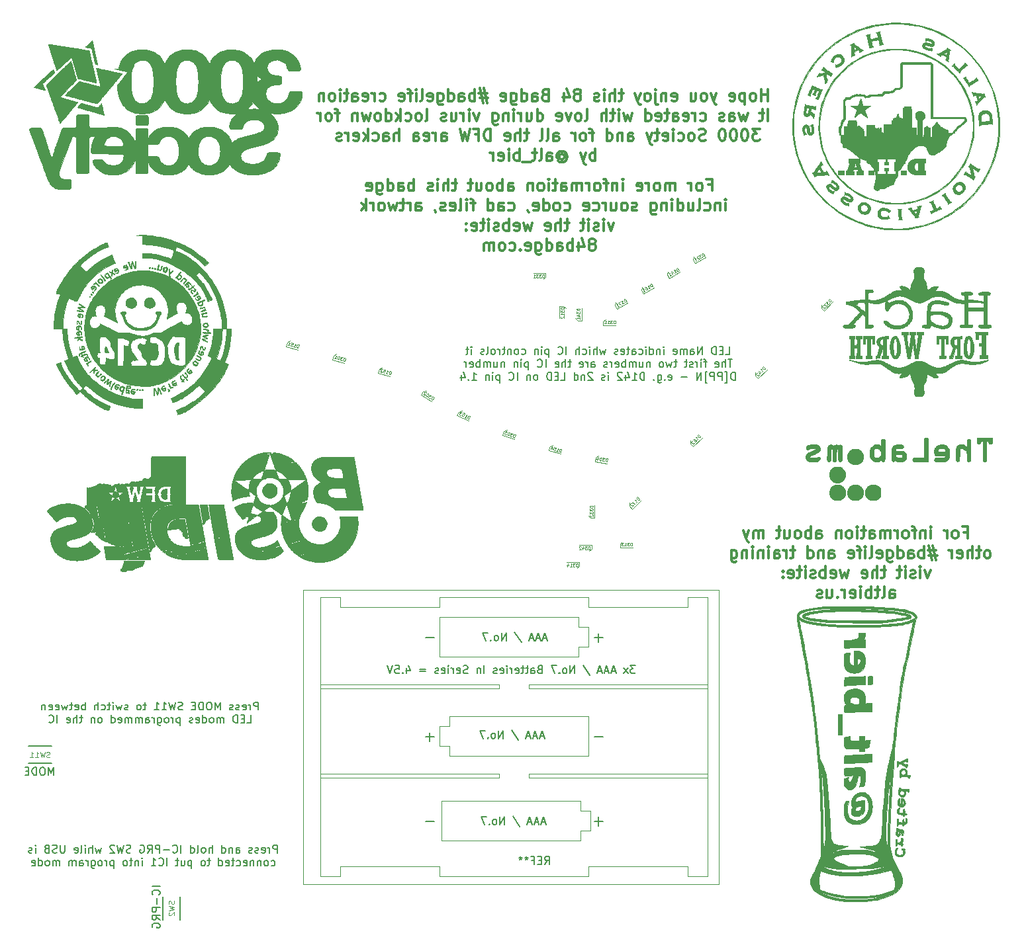
<source format=gbo>
G04 #@! TF.GenerationSoftware,KiCad,Pcbnew,(5.1.0)-1*
G04 #@! TF.CreationDate,2020-06-13T17:29:39-05:00*
G04 #@! TF.ProjectId,prod,70726f64-2e6b-4696-9361-645f70636258,1*
G04 #@! TF.SameCoordinates,Original*
G04 #@! TF.FileFunction,Legend,Bot*
G04 #@! TF.FilePolarity,Positive*
%FSLAX46Y46*%
G04 Gerber Fmt 4.6, Leading zero omitted, Abs format (unit mm)*
G04 Created by KiCad (PCBNEW (5.1.0)-1) date 2020-06-13 17:29:39*
%MOMM*%
%LPD*%
G04 APERTURE LIST*
%ADD10C,0.300000*%
%ADD11C,0.150000*%
%ADD12C,0.100000*%
%ADD13C,0.010000*%
%ADD14C,0.200000*%
%ADD15C,0.120000*%
%ADD16C,0.060000*%
G04 APERTURE END LIST*
D10*
X174714285Y-36853571D02*
X174714285Y-35353571D01*
X174714285Y-36067857D02*
X173857142Y-36067857D01*
X173857142Y-36853571D02*
X173857142Y-35353571D01*
X172928571Y-36853571D02*
X173071428Y-36782142D01*
X173142857Y-36710714D01*
X173214285Y-36567857D01*
X173214285Y-36139285D01*
X173142857Y-35996428D01*
X173071428Y-35925000D01*
X172928571Y-35853571D01*
X172714285Y-35853571D01*
X172571428Y-35925000D01*
X172500000Y-35996428D01*
X172428571Y-36139285D01*
X172428571Y-36567857D01*
X172500000Y-36710714D01*
X172571428Y-36782142D01*
X172714285Y-36853571D01*
X172928571Y-36853571D01*
X171785714Y-35853571D02*
X171785714Y-37353571D01*
X171785714Y-35925000D02*
X171642857Y-35853571D01*
X171357142Y-35853571D01*
X171214285Y-35925000D01*
X171142857Y-35996428D01*
X171071428Y-36139285D01*
X171071428Y-36567857D01*
X171142857Y-36710714D01*
X171214285Y-36782142D01*
X171357142Y-36853571D01*
X171642857Y-36853571D01*
X171785714Y-36782142D01*
X169857142Y-36782142D02*
X170000000Y-36853571D01*
X170285714Y-36853571D01*
X170428571Y-36782142D01*
X170500000Y-36639285D01*
X170500000Y-36067857D01*
X170428571Y-35925000D01*
X170285714Y-35853571D01*
X170000000Y-35853571D01*
X169857142Y-35925000D01*
X169785714Y-36067857D01*
X169785714Y-36210714D01*
X170500000Y-36353571D01*
X168142857Y-35853571D02*
X167785714Y-36853571D01*
X167428571Y-35853571D02*
X167785714Y-36853571D01*
X167928571Y-37210714D01*
X168000000Y-37282142D01*
X168142857Y-37353571D01*
X166642857Y-36853571D02*
X166785714Y-36782142D01*
X166857142Y-36710714D01*
X166928571Y-36567857D01*
X166928571Y-36139285D01*
X166857142Y-35996428D01*
X166785714Y-35925000D01*
X166642857Y-35853571D01*
X166428571Y-35853571D01*
X166285714Y-35925000D01*
X166214285Y-35996428D01*
X166142857Y-36139285D01*
X166142857Y-36567857D01*
X166214285Y-36710714D01*
X166285714Y-36782142D01*
X166428571Y-36853571D01*
X166642857Y-36853571D01*
X164857142Y-35853571D02*
X164857142Y-36853571D01*
X165500000Y-35853571D02*
X165500000Y-36639285D01*
X165428571Y-36782142D01*
X165285714Y-36853571D01*
X165071428Y-36853571D01*
X164928571Y-36782142D01*
X164857142Y-36710714D01*
X162428571Y-36782142D02*
X162571428Y-36853571D01*
X162857142Y-36853571D01*
X163000000Y-36782142D01*
X163071428Y-36639285D01*
X163071428Y-36067857D01*
X163000000Y-35925000D01*
X162857142Y-35853571D01*
X162571428Y-35853571D01*
X162428571Y-35925000D01*
X162357142Y-36067857D01*
X162357142Y-36210714D01*
X163071428Y-36353571D01*
X161714285Y-35853571D02*
X161714285Y-36853571D01*
X161714285Y-35996428D02*
X161642857Y-35925000D01*
X161500000Y-35853571D01*
X161285714Y-35853571D01*
X161142857Y-35925000D01*
X161071428Y-36067857D01*
X161071428Y-36853571D01*
X160357142Y-35853571D02*
X160357142Y-37139285D01*
X160428571Y-37282142D01*
X160571428Y-37353571D01*
X160642857Y-37353571D01*
X160357142Y-35353571D02*
X160428571Y-35425000D01*
X160357142Y-35496428D01*
X160285714Y-35425000D01*
X160357142Y-35353571D01*
X160357142Y-35496428D01*
X159428571Y-36853571D02*
X159571428Y-36782142D01*
X159642857Y-36710714D01*
X159714285Y-36567857D01*
X159714285Y-36139285D01*
X159642857Y-35996428D01*
X159571428Y-35925000D01*
X159428571Y-35853571D01*
X159214285Y-35853571D01*
X159071428Y-35925000D01*
X159000000Y-35996428D01*
X158928571Y-36139285D01*
X158928571Y-36567857D01*
X159000000Y-36710714D01*
X159071428Y-36782142D01*
X159214285Y-36853571D01*
X159428571Y-36853571D01*
X158428571Y-35853571D02*
X158071428Y-36853571D01*
X157714285Y-35853571D02*
X158071428Y-36853571D01*
X158214285Y-37210714D01*
X158285714Y-37282142D01*
X158428571Y-37353571D01*
X156214285Y-35853571D02*
X155642857Y-35853571D01*
X156000000Y-35353571D02*
X156000000Y-36639285D01*
X155928571Y-36782142D01*
X155785714Y-36853571D01*
X155642857Y-36853571D01*
X155142857Y-36853571D02*
X155142857Y-35353571D01*
X154500000Y-36853571D02*
X154500000Y-36067857D01*
X154571428Y-35925000D01*
X154714285Y-35853571D01*
X154928571Y-35853571D01*
X155071428Y-35925000D01*
X155142857Y-35996428D01*
X153785714Y-36853571D02*
X153785714Y-35853571D01*
X153785714Y-35353571D02*
X153857142Y-35425000D01*
X153785714Y-35496428D01*
X153714285Y-35425000D01*
X153785714Y-35353571D01*
X153785714Y-35496428D01*
X153142857Y-36782142D02*
X153000000Y-36853571D01*
X152714285Y-36853571D01*
X152571428Y-36782142D01*
X152500000Y-36639285D01*
X152500000Y-36567857D01*
X152571428Y-36425000D01*
X152714285Y-36353571D01*
X152928571Y-36353571D01*
X153071428Y-36282142D01*
X153142857Y-36139285D01*
X153142857Y-36067857D01*
X153071428Y-35925000D01*
X152928571Y-35853571D01*
X152714285Y-35853571D01*
X152571428Y-35925000D01*
X150500000Y-35996428D02*
X150642857Y-35925000D01*
X150714285Y-35853571D01*
X150785714Y-35710714D01*
X150785714Y-35639285D01*
X150714285Y-35496428D01*
X150642857Y-35425000D01*
X150500000Y-35353571D01*
X150214285Y-35353571D01*
X150071428Y-35425000D01*
X150000000Y-35496428D01*
X149928571Y-35639285D01*
X149928571Y-35710714D01*
X150000000Y-35853571D01*
X150071428Y-35925000D01*
X150214285Y-35996428D01*
X150500000Y-35996428D01*
X150642857Y-36067857D01*
X150714285Y-36139285D01*
X150785714Y-36282142D01*
X150785714Y-36567857D01*
X150714285Y-36710714D01*
X150642857Y-36782142D01*
X150500000Y-36853571D01*
X150214285Y-36853571D01*
X150071428Y-36782142D01*
X150000000Y-36710714D01*
X149928571Y-36567857D01*
X149928571Y-36282142D01*
X150000000Y-36139285D01*
X150071428Y-36067857D01*
X150214285Y-35996428D01*
X148642857Y-35853571D02*
X148642857Y-36853571D01*
X149000000Y-35282142D02*
X149357142Y-36353571D01*
X148428571Y-36353571D01*
X146214285Y-36067857D02*
X146000000Y-36139285D01*
X145928571Y-36210714D01*
X145857142Y-36353571D01*
X145857142Y-36567857D01*
X145928571Y-36710714D01*
X146000000Y-36782142D01*
X146142857Y-36853571D01*
X146714285Y-36853571D01*
X146714285Y-35353571D01*
X146214285Y-35353571D01*
X146071428Y-35425000D01*
X146000000Y-35496428D01*
X145928571Y-35639285D01*
X145928571Y-35782142D01*
X146000000Y-35925000D01*
X146071428Y-35996428D01*
X146214285Y-36067857D01*
X146714285Y-36067857D01*
X144571428Y-36853571D02*
X144571428Y-36067857D01*
X144642857Y-35925000D01*
X144785714Y-35853571D01*
X145071428Y-35853571D01*
X145214285Y-35925000D01*
X144571428Y-36782142D02*
X144714285Y-36853571D01*
X145071428Y-36853571D01*
X145214285Y-36782142D01*
X145285714Y-36639285D01*
X145285714Y-36496428D01*
X145214285Y-36353571D01*
X145071428Y-36282142D01*
X144714285Y-36282142D01*
X144571428Y-36210714D01*
X143214285Y-36853571D02*
X143214285Y-35353571D01*
X143214285Y-36782142D02*
X143357142Y-36853571D01*
X143642857Y-36853571D01*
X143785714Y-36782142D01*
X143857142Y-36710714D01*
X143928571Y-36567857D01*
X143928571Y-36139285D01*
X143857142Y-35996428D01*
X143785714Y-35925000D01*
X143642857Y-35853571D01*
X143357142Y-35853571D01*
X143214285Y-35925000D01*
X141857142Y-35853571D02*
X141857142Y-37067857D01*
X141928571Y-37210714D01*
X142000000Y-37282142D01*
X142142857Y-37353571D01*
X142357142Y-37353571D01*
X142500000Y-37282142D01*
X141857142Y-36782142D02*
X142000000Y-36853571D01*
X142285714Y-36853571D01*
X142428571Y-36782142D01*
X142500000Y-36710714D01*
X142571428Y-36567857D01*
X142571428Y-36139285D01*
X142500000Y-35996428D01*
X142428571Y-35925000D01*
X142285714Y-35853571D01*
X142000000Y-35853571D01*
X141857142Y-35925000D01*
X140571428Y-36782142D02*
X140714285Y-36853571D01*
X141000000Y-36853571D01*
X141142857Y-36782142D01*
X141214285Y-36639285D01*
X141214285Y-36067857D01*
X141142857Y-35925000D01*
X141000000Y-35853571D01*
X140714285Y-35853571D01*
X140571428Y-35925000D01*
X140500000Y-36067857D01*
X140500000Y-36210714D01*
X141214285Y-36353571D01*
X138785714Y-35853571D02*
X137714285Y-35853571D01*
X138357142Y-35210714D02*
X138785714Y-37139285D01*
X137857142Y-36496428D02*
X138928571Y-36496428D01*
X138285714Y-37139285D02*
X137857142Y-35210714D01*
X137214285Y-36853571D02*
X137214285Y-35353571D01*
X137214285Y-35925000D02*
X137071428Y-35853571D01*
X136785714Y-35853571D01*
X136642857Y-35925000D01*
X136571428Y-35996428D01*
X136500000Y-36139285D01*
X136500000Y-36567857D01*
X136571428Y-36710714D01*
X136642857Y-36782142D01*
X136785714Y-36853571D01*
X137071428Y-36853571D01*
X137214285Y-36782142D01*
X135214285Y-36853571D02*
X135214285Y-36067857D01*
X135285714Y-35925000D01*
X135428571Y-35853571D01*
X135714285Y-35853571D01*
X135857142Y-35925000D01*
X135214285Y-36782142D02*
X135357142Y-36853571D01*
X135714285Y-36853571D01*
X135857142Y-36782142D01*
X135928571Y-36639285D01*
X135928571Y-36496428D01*
X135857142Y-36353571D01*
X135714285Y-36282142D01*
X135357142Y-36282142D01*
X135214285Y-36210714D01*
X133857142Y-36853571D02*
X133857142Y-35353571D01*
X133857142Y-36782142D02*
X133999999Y-36853571D01*
X134285714Y-36853571D01*
X134428571Y-36782142D01*
X134500000Y-36710714D01*
X134571428Y-36567857D01*
X134571428Y-36139285D01*
X134500000Y-35996428D01*
X134428571Y-35925000D01*
X134285714Y-35853571D01*
X133999999Y-35853571D01*
X133857142Y-35925000D01*
X132499999Y-35853571D02*
X132499999Y-37067857D01*
X132571428Y-37210714D01*
X132642857Y-37282142D01*
X132785714Y-37353571D01*
X132999999Y-37353571D01*
X133142857Y-37282142D01*
X132499999Y-36782142D02*
X132642857Y-36853571D01*
X132928571Y-36853571D01*
X133071428Y-36782142D01*
X133142857Y-36710714D01*
X133214285Y-36567857D01*
X133214285Y-36139285D01*
X133142857Y-35996428D01*
X133071428Y-35925000D01*
X132928571Y-35853571D01*
X132642857Y-35853571D01*
X132499999Y-35925000D01*
X131214285Y-36782142D02*
X131357142Y-36853571D01*
X131642857Y-36853571D01*
X131785714Y-36782142D01*
X131857142Y-36639285D01*
X131857142Y-36067857D01*
X131785714Y-35925000D01*
X131642857Y-35853571D01*
X131357142Y-35853571D01*
X131214285Y-35925000D01*
X131142857Y-36067857D01*
X131142857Y-36210714D01*
X131857142Y-36353571D01*
X130285714Y-36853571D02*
X130428571Y-36782142D01*
X130500000Y-36639285D01*
X130500000Y-35353571D01*
X129714285Y-36853571D02*
X129714285Y-35853571D01*
X129714285Y-35353571D02*
X129785714Y-35425000D01*
X129714285Y-35496428D01*
X129642857Y-35425000D01*
X129714285Y-35353571D01*
X129714285Y-35496428D01*
X129214285Y-35853571D02*
X128642857Y-35853571D01*
X129000000Y-36853571D02*
X129000000Y-35567857D01*
X128928571Y-35425000D01*
X128785714Y-35353571D01*
X128642857Y-35353571D01*
X127571428Y-36782142D02*
X127714285Y-36853571D01*
X128000000Y-36853571D01*
X128142857Y-36782142D01*
X128214285Y-36639285D01*
X128214285Y-36067857D01*
X128142857Y-35925000D01*
X128000000Y-35853571D01*
X127714285Y-35853571D01*
X127571428Y-35925000D01*
X127500000Y-36067857D01*
X127500000Y-36210714D01*
X128214285Y-36353571D01*
X125071428Y-36782142D02*
X125214285Y-36853571D01*
X125500000Y-36853571D01*
X125642857Y-36782142D01*
X125714285Y-36710714D01*
X125785714Y-36567857D01*
X125785714Y-36139285D01*
X125714285Y-35996428D01*
X125642857Y-35925000D01*
X125500000Y-35853571D01*
X125214285Y-35853571D01*
X125071428Y-35925000D01*
X124428571Y-36853571D02*
X124428571Y-35853571D01*
X124428571Y-36139285D02*
X124357142Y-35996428D01*
X124285714Y-35925000D01*
X124142857Y-35853571D01*
X124000000Y-35853571D01*
X122928571Y-36782142D02*
X123071428Y-36853571D01*
X123357142Y-36853571D01*
X123499999Y-36782142D01*
X123571428Y-36639285D01*
X123571428Y-36067857D01*
X123499999Y-35925000D01*
X123357142Y-35853571D01*
X123071428Y-35853571D01*
X122928571Y-35925000D01*
X122857142Y-36067857D01*
X122857142Y-36210714D01*
X123571428Y-36353571D01*
X121571428Y-36853571D02*
X121571428Y-36067857D01*
X121642857Y-35925000D01*
X121785714Y-35853571D01*
X122071428Y-35853571D01*
X122214285Y-35925000D01*
X121571428Y-36782142D02*
X121714285Y-36853571D01*
X122071428Y-36853571D01*
X122214285Y-36782142D01*
X122285714Y-36639285D01*
X122285714Y-36496428D01*
X122214285Y-36353571D01*
X122071428Y-36282142D01*
X121714285Y-36282142D01*
X121571428Y-36210714D01*
X121071428Y-35853571D02*
X120499999Y-35853571D01*
X120857142Y-35353571D02*
X120857142Y-36639285D01*
X120785714Y-36782142D01*
X120642857Y-36853571D01*
X120499999Y-36853571D01*
X119999999Y-36853571D02*
X119999999Y-35853571D01*
X119999999Y-35353571D02*
X120071428Y-35425000D01*
X119999999Y-35496428D01*
X119928571Y-35425000D01*
X119999999Y-35353571D01*
X119999999Y-35496428D01*
X119071428Y-36853571D02*
X119214285Y-36782142D01*
X119285714Y-36710714D01*
X119357142Y-36567857D01*
X119357142Y-36139285D01*
X119285714Y-35996428D01*
X119214285Y-35925000D01*
X119071428Y-35853571D01*
X118857142Y-35853571D01*
X118714285Y-35925000D01*
X118642857Y-35996428D01*
X118571428Y-36139285D01*
X118571428Y-36567857D01*
X118642857Y-36710714D01*
X118714285Y-36782142D01*
X118857142Y-36853571D01*
X119071428Y-36853571D01*
X117928571Y-35853571D02*
X117928571Y-36853571D01*
X117928571Y-35996428D02*
X117857142Y-35925000D01*
X117714285Y-35853571D01*
X117499999Y-35853571D01*
X117357142Y-35925000D01*
X117285714Y-36067857D01*
X117285714Y-36853571D01*
X174714285Y-39403571D02*
X174714285Y-37903571D01*
X174214285Y-38403571D02*
X173642857Y-38403571D01*
X174000000Y-37903571D02*
X174000000Y-39189285D01*
X173928571Y-39332142D01*
X173785714Y-39403571D01*
X173642857Y-39403571D01*
X172142857Y-38403571D02*
X171857142Y-39403571D01*
X171571428Y-38689285D01*
X171285714Y-39403571D01*
X171000000Y-38403571D01*
X169785714Y-39403571D02*
X169785714Y-38617857D01*
X169857142Y-38475000D01*
X170000000Y-38403571D01*
X170285714Y-38403571D01*
X170428571Y-38475000D01*
X169785714Y-39332142D02*
X169928571Y-39403571D01*
X170285714Y-39403571D01*
X170428571Y-39332142D01*
X170500000Y-39189285D01*
X170500000Y-39046428D01*
X170428571Y-38903571D01*
X170285714Y-38832142D01*
X169928571Y-38832142D01*
X169785714Y-38760714D01*
X169142857Y-39332142D02*
X169000000Y-39403571D01*
X168714285Y-39403571D01*
X168571428Y-39332142D01*
X168500000Y-39189285D01*
X168500000Y-39117857D01*
X168571428Y-38975000D01*
X168714285Y-38903571D01*
X168928571Y-38903571D01*
X169071428Y-38832142D01*
X169142857Y-38689285D01*
X169142857Y-38617857D01*
X169071428Y-38475000D01*
X168928571Y-38403571D01*
X168714285Y-38403571D01*
X168571428Y-38475000D01*
X166071428Y-39332142D02*
X166214285Y-39403571D01*
X166500000Y-39403571D01*
X166642857Y-39332142D01*
X166714285Y-39260714D01*
X166785714Y-39117857D01*
X166785714Y-38689285D01*
X166714285Y-38546428D01*
X166642857Y-38475000D01*
X166500000Y-38403571D01*
X166214285Y-38403571D01*
X166071428Y-38475000D01*
X165428571Y-39403571D02*
X165428571Y-38403571D01*
X165428571Y-38689285D02*
X165357142Y-38546428D01*
X165285714Y-38475000D01*
X165142857Y-38403571D01*
X165000000Y-38403571D01*
X163928571Y-39332142D02*
X164071428Y-39403571D01*
X164357142Y-39403571D01*
X164500000Y-39332142D01*
X164571428Y-39189285D01*
X164571428Y-38617857D01*
X164500000Y-38475000D01*
X164357142Y-38403571D01*
X164071428Y-38403571D01*
X163928571Y-38475000D01*
X163857142Y-38617857D01*
X163857142Y-38760714D01*
X164571428Y-38903571D01*
X162571428Y-39403571D02*
X162571428Y-38617857D01*
X162642857Y-38475000D01*
X162785714Y-38403571D01*
X163071428Y-38403571D01*
X163214285Y-38475000D01*
X162571428Y-39332142D02*
X162714285Y-39403571D01*
X163071428Y-39403571D01*
X163214285Y-39332142D01*
X163285714Y-39189285D01*
X163285714Y-39046428D01*
X163214285Y-38903571D01*
X163071428Y-38832142D01*
X162714285Y-38832142D01*
X162571428Y-38760714D01*
X162071428Y-38403571D02*
X161500000Y-38403571D01*
X161857142Y-37903571D02*
X161857142Y-39189285D01*
X161785714Y-39332142D01*
X161642857Y-39403571D01*
X161500000Y-39403571D01*
X160428571Y-39332142D02*
X160571428Y-39403571D01*
X160857142Y-39403571D01*
X161000000Y-39332142D01*
X161071428Y-39189285D01*
X161071428Y-38617857D01*
X161000000Y-38475000D01*
X160857142Y-38403571D01*
X160571428Y-38403571D01*
X160428571Y-38475000D01*
X160357142Y-38617857D01*
X160357142Y-38760714D01*
X161071428Y-38903571D01*
X159071428Y-39403571D02*
X159071428Y-37903571D01*
X159071428Y-39332142D02*
X159214285Y-39403571D01*
X159500000Y-39403571D01*
X159642857Y-39332142D01*
X159714285Y-39260714D01*
X159785714Y-39117857D01*
X159785714Y-38689285D01*
X159714285Y-38546428D01*
X159642857Y-38475000D01*
X159500000Y-38403571D01*
X159214285Y-38403571D01*
X159071428Y-38475000D01*
X157357142Y-38403571D02*
X157071428Y-39403571D01*
X156785714Y-38689285D01*
X156500000Y-39403571D01*
X156214285Y-38403571D01*
X155642857Y-39403571D02*
X155642857Y-38403571D01*
X155642857Y-37903571D02*
X155714285Y-37975000D01*
X155642857Y-38046428D01*
X155571428Y-37975000D01*
X155642857Y-37903571D01*
X155642857Y-38046428D01*
X155142857Y-38403571D02*
X154571428Y-38403571D01*
X154928571Y-37903571D02*
X154928571Y-39189285D01*
X154857142Y-39332142D01*
X154714285Y-39403571D01*
X154571428Y-39403571D01*
X154071428Y-39403571D02*
X154071428Y-37903571D01*
X153428571Y-39403571D02*
X153428571Y-38617857D01*
X153500000Y-38475000D01*
X153642857Y-38403571D01*
X153857142Y-38403571D01*
X154000000Y-38475000D01*
X154071428Y-38546428D01*
X151357142Y-39403571D02*
X151500000Y-39332142D01*
X151571428Y-39189285D01*
X151571428Y-37903571D01*
X150571428Y-39403571D02*
X150714285Y-39332142D01*
X150785714Y-39260714D01*
X150857142Y-39117857D01*
X150857142Y-38689285D01*
X150785714Y-38546428D01*
X150714285Y-38475000D01*
X150571428Y-38403571D01*
X150357142Y-38403571D01*
X150214285Y-38475000D01*
X150142857Y-38546428D01*
X150071428Y-38689285D01*
X150071428Y-39117857D01*
X150142857Y-39260714D01*
X150214285Y-39332142D01*
X150357142Y-39403571D01*
X150571428Y-39403571D01*
X149571428Y-38403571D02*
X149214285Y-39403571D01*
X148857142Y-38403571D01*
X147714285Y-39332142D02*
X147857142Y-39403571D01*
X148142857Y-39403571D01*
X148285714Y-39332142D01*
X148357142Y-39189285D01*
X148357142Y-38617857D01*
X148285714Y-38475000D01*
X148142857Y-38403571D01*
X147857142Y-38403571D01*
X147714285Y-38475000D01*
X147642857Y-38617857D01*
X147642857Y-38760714D01*
X148357142Y-38903571D01*
X145214285Y-39403571D02*
X145214285Y-37903571D01*
X145214285Y-39332142D02*
X145357142Y-39403571D01*
X145642857Y-39403571D01*
X145785714Y-39332142D01*
X145857142Y-39260714D01*
X145928571Y-39117857D01*
X145928571Y-38689285D01*
X145857142Y-38546428D01*
X145785714Y-38475000D01*
X145642857Y-38403571D01*
X145357142Y-38403571D01*
X145214285Y-38475000D01*
X143857142Y-38403571D02*
X143857142Y-39403571D01*
X144500000Y-38403571D02*
X144500000Y-39189285D01*
X144428571Y-39332142D01*
X144285714Y-39403571D01*
X144071428Y-39403571D01*
X143928571Y-39332142D01*
X143857142Y-39260714D01*
X143142857Y-39403571D02*
X143142857Y-38403571D01*
X143142857Y-38689285D02*
X143071428Y-38546428D01*
X143000000Y-38475000D01*
X142857142Y-38403571D01*
X142714285Y-38403571D01*
X142214285Y-39403571D02*
X142214285Y-38403571D01*
X142214285Y-37903571D02*
X142285714Y-37975000D01*
X142214285Y-38046428D01*
X142142857Y-37975000D01*
X142214285Y-37903571D01*
X142214285Y-38046428D01*
X141500000Y-38403571D02*
X141500000Y-39403571D01*
X141500000Y-38546428D02*
X141428571Y-38475000D01*
X141285714Y-38403571D01*
X141071428Y-38403571D01*
X140928571Y-38475000D01*
X140857142Y-38617857D01*
X140857142Y-39403571D01*
X139500000Y-38403571D02*
X139500000Y-39617857D01*
X139571428Y-39760714D01*
X139642857Y-39832142D01*
X139785714Y-39903571D01*
X140000000Y-39903571D01*
X140142857Y-39832142D01*
X139500000Y-39332142D02*
X139642857Y-39403571D01*
X139928571Y-39403571D01*
X140071428Y-39332142D01*
X140142857Y-39260714D01*
X140214285Y-39117857D01*
X140214285Y-38689285D01*
X140142857Y-38546428D01*
X140071428Y-38475000D01*
X139928571Y-38403571D01*
X139642857Y-38403571D01*
X139500000Y-38475000D01*
X137785714Y-38403571D02*
X137428571Y-39403571D01*
X137071428Y-38403571D01*
X136500000Y-39403571D02*
X136500000Y-38403571D01*
X136500000Y-37903571D02*
X136571428Y-37975000D01*
X136500000Y-38046428D01*
X136428571Y-37975000D01*
X136500000Y-37903571D01*
X136500000Y-38046428D01*
X135785714Y-39403571D02*
X135785714Y-38403571D01*
X135785714Y-38689285D02*
X135714285Y-38546428D01*
X135642857Y-38475000D01*
X135500000Y-38403571D01*
X135357142Y-38403571D01*
X134214285Y-38403571D02*
X134214285Y-39403571D01*
X134857142Y-38403571D02*
X134857142Y-39189285D01*
X134785714Y-39332142D01*
X134642857Y-39403571D01*
X134428571Y-39403571D01*
X134285714Y-39332142D01*
X134214285Y-39260714D01*
X133571428Y-39332142D02*
X133428571Y-39403571D01*
X133142857Y-39403571D01*
X133000000Y-39332142D01*
X132928571Y-39189285D01*
X132928571Y-39117857D01*
X133000000Y-38975000D01*
X133142857Y-38903571D01*
X133357142Y-38903571D01*
X133500000Y-38832142D01*
X133571428Y-38689285D01*
X133571428Y-38617857D01*
X133500000Y-38475000D01*
X133357142Y-38403571D01*
X133142857Y-38403571D01*
X133000000Y-38475000D01*
X130928571Y-39403571D02*
X131071428Y-39332142D01*
X131142857Y-39189285D01*
X131142857Y-37903571D01*
X130142857Y-39403571D02*
X130285714Y-39332142D01*
X130357142Y-39260714D01*
X130428571Y-39117857D01*
X130428571Y-38689285D01*
X130357142Y-38546428D01*
X130285714Y-38475000D01*
X130142857Y-38403571D01*
X129928571Y-38403571D01*
X129785714Y-38475000D01*
X129714285Y-38546428D01*
X129642857Y-38689285D01*
X129642857Y-39117857D01*
X129714285Y-39260714D01*
X129785714Y-39332142D01*
X129928571Y-39403571D01*
X130142857Y-39403571D01*
X128357142Y-39332142D02*
X128500000Y-39403571D01*
X128785714Y-39403571D01*
X128928571Y-39332142D01*
X129000000Y-39260714D01*
X129071428Y-39117857D01*
X129071428Y-38689285D01*
X129000000Y-38546428D01*
X128928571Y-38475000D01*
X128785714Y-38403571D01*
X128500000Y-38403571D01*
X128357142Y-38475000D01*
X127714285Y-39403571D02*
X127714285Y-37903571D01*
X127571428Y-38832142D02*
X127142857Y-39403571D01*
X127142857Y-38403571D02*
X127714285Y-38975000D01*
X125857142Y-39403571D02*
X125857142Y-37903571D01*
X125857142Y-39332142D02*
X126000000Y-39403571D01*
X126285714Y-39403571D01*
X126428571Y-39332142D01*
X126500000Y-39260714D01*
X126571428Y-39117857D01*
X126571428Y-38689285D01*
X126500000Y-38546428D01*
X126428571Y-38475000D01*
X126285714Y-38403571D01*
X126000000Y-38403571D01*
X125857142Y-38475000D01*
X124928571Y-39403571D02*
X125071428Y-39332142D01*
X125142857Y-39260714D01*
X125214285Y-39117857D01*
X125214285Y-38689285D01*
X125142857Y-38546428D01*
X125071428Y-38475000D01*
X124928571Y-38403571D01*
X124714285Y-38403571D01*
X124571428Y-38475000D01*
X124500000Y-38546428D01*
X124428571Y-38689285D01*
X124428571Y-39117857D01*
X124500000Y-39260714D01*
X124571428Y-39332142D01*
X124714285Y-39403571D01*
X124928571Y-39403571D01*
X123928571Y-38403571D02*
X123642857Y-39403571D01*
X123357142Y-38689285D01*
X123071428Y-39403571D01*
X122785714Y-38403571D01*
X122214285Y-38403571D02*
X122214285Y-39403571D01*
X122214285Y-38546428D02*
X122142857Y-38475000D01*
X122000000Y-38403571D01*
X121785714Y-38403571D01*
X121642857Y-38475000D01*
X121571428Y-38617857D01*
X121571428Y-39403571D01*
X119928571Y-38403571D02*
X119357142Y-38403571D01*
X119714285Y-39403571D02*
X119714285Y-38117857D01*
X119642857Y-37975000D01*
X119500000Y-37903571D01*
X119357142Y-37903571D01*
X118642857Y-39403571D02*
X118785714Y-39332142D01*
X118857142Y-39260714D01*
X118928571Y-39117857D01*
X118928571Y-38689285D01*
X118857142Y-38546428D01*
X118785714Y-38475000D01*
X118642857Y-38403571D01*
X118428571Y-38403571D01*
X118285714Y-38475000D01*
X118214285Y-38546428D01*
X118142857Y-38689285D01*
X118142857Y-39117857D01*
X118214285Y-39260714D01*
X118285714Y-39332142D01*
X118428571Y-39403571D01*
X118642857Y-39403571D01*
X117500000Y-39403571D02*
X117500000Y-38403571D01*
X117500000Y-38689285D02*
X117428571Y-38546428D01*
X117357142Y-38475000D01*
X117214285Y-38403571D01*
X117071428Y-38403571D01*
X173678571Y-40453571D02*
X172750000Y-40453571D01*
X173250000Y-41025000D01*
X173035714Y-41025000D01*
X172892857Y-41096428D01*
X172821428Y-41167857D01*
X172750000Y-41310714D01*
X172750000Y-41667857D01*
X172821428Y-41810714D01*
X172892857Y-41882142D01*
X173035714Y-41953571D01*
X173464285Y-41953571D01*
X173607142Y-41882142D01*
X173678571Y-41810714D01*
X171821428Y-40453571D02*
X171678571Y-40453571D01*
X171535714Y-40525000D01*
X171464285Y-40596428D01*
X171392857Y-40739285D01*
X171321428Y-41025000D01*
X171321428Y-41382142D01*
X171392857Y-41667857D01*
X171464285Y-41810714D01*
X171535714Y-41882142D01*
X171678571Y-41953571D01*
X171821428Y-41953571D01*
X171964285Y-41882142D01*
X172035714Y-41810714D01*
X172107142Y-41667857D01*
X172178571Y-41382142D01*
X172178571Y-41025000D01*
X172107142Y-40739285D01*
X172035714Y-40596428D01*
X171964285Y-40525000D01*
X171821428Y-40453571D01*
X170392857Y-40453571D02*
X170250000Y-40453571D01*
X170107142Y-40525000D01*
X170035714Y-40596428D01*
X169964285Y-40739285D01*
X169892857Y-41025000D01*
X169892857Y-41382142D01*
X169964285Y-41667857D01*
X170035714Y-41810714D01*
X170107142Y-41882142D01*
X170250000Y-41953571D01*
X170392857Y-41953571D01*
X170535714Y-41882142D01*
X170607142Y-41810714D01*
X170678571Y-41667857D01*
X170750000Y-41382142D01*
X170750000Y-41025000D01*
X170678571Y-40739285D01*
X170607142Y-40596428D01*
X170535714Y-40525000D01*
X170392857Y-40453571D01*
X168964285Y-40453571D02*
X168821428Y-40453571D01*
X168678571Y-40525000D01*
X168607142Y-40596428D01*
X168535714Y-40739285D01*
X168464285Y-41025000D01*
X168464285Y-41382142D01*
X168535714Y-41667857D01*
X168607142Y-41810714D01*
X168678571Y-41882142D01*
X168821428Y-41953571D01*
X168964285Y-41953571D01*
X169107142Y-41882142D01*
X169178571Y-41810714D01*
X169250000Y-41667857D01*
X169321428Y-41382142D01*
X169321428Y-41025000D01*
X169250000Y-40739285D01*
X169178571Y-40596428D01*
X169107142Y-40525000D01*
X168964285Y-40453571D01*
X166750000Y-41882142D02*
X166535714Y-41953571D01*
X166178571Y-41953571D01*
X166035714Y-41882142D01*
X165964285Y-41810714D01*
X165892857Y-41667857D01*
X165892857Y-41525000D01*
X165964285Y-41382142D01*
X166035714Y-41310714D01*
X166178571Y-41239285D01*
X166464285Y-41167857D01*
X166607142Y-41096428D01*
X166678571Y-41025000D01*
X166750000Y-40882142D01*
X166750000Y-40739285D01*
X166678571Y-40596428D01*
X166607142Y-40525000D01*
X166464285Y-40453571D01*
X166107142Y-40453571D01*
X165892857Y-40525000D01*
X165035714Y-41953571D02*
X165178571Y-41882142D01*
X165250000Y-41810714D01*
X165321428Y-41667857D01*
X165321428Y-41239285D01*
X165250000Y-41096428D01*
X165178571Y-41025000D01*
X165035714Y-40953571D01*
X164821428Y-40953571D01*
X164678571Y-41025000D01*
X164607142Y-41096428D01*
X164535714Y-41239285D01*
X164535714Y-41667857D01*
X164607142Y-41810714D01*
X164678571Y-41882142D01*
X164821428Y-41953571D01*
X165035714Y-41953571D01*
X163250000Y-41882142D02*
X163392857Y-41953571D01*
X163678571Y-41953571D01*
X163821428Y-41882142D01*
X163892857Y-41810714D01*
X163964285Y-41667857D01*
X163964285Y-41239285D01*
X163892857Y-41096428D01*
X163821428Y-41025000D01*
X163678571Y-40953571D01*
X163392857Y-40953571D01*
X163250000Y-41025000D01*
X162607142Y-41953571D02*
X162607142Y-40953571D01*
X162607142Y-40453571D02*
X162678571Y-40525000D01*
X162607142Y-40596428D01*
X162535714Y-40525000D01*
X162607142Y-40453571D01*
X162607142Y-40596428D01*
X161321428Y-41882142D02*
X161464285Y-41953571D01*
X161750000Y-41953571D01*
X161892857Y-41882142D01*
X161964285Y-41739285D01*
X161964285Y-41167857D01*
X161892857Y-41025000D01*
X161750000Y-40953571D01*
X161464285Y-40953571D01*
X161321428Y-41025000D01*
X161250000Y-41167857D01*
X161250000Y-41310714D01*
X161964285Y-41453571D01*
X160821428Y-40953571D02*
X160250000Y-40953571D01*
X160607142Y-40453571D02*
X160607142Y-41739285D01*
X160535714Y-41882142D01*
X160392857Y-41953571D01*
X160250000Y-41953571D01*
X159892857Y-40953571D02*
X159535714Y-41953571D01*
X159178571Y-40953571D02*
X159535714Y-41953571D01*
X159678571Y-42310714D01*
X159750000Y-42382142D01*
X159892857Y-42453571D01*
X156821428Y-41953571D02*
X156821428Y-41167857D01*
X156892857Y-41025000D01*
X157035714Y-40953571D01*
X157321428Y-40953571D01*
X157464285Y-41025000D01*
X156821428Y-41882142D02*
X156964285Y-41953571D01*
X157321428Y-41953571D01*
X157464285Y-41882142D01*
X157535714Y-41739285D01*
X157535714Y-41596428D01*
X157464285Y-41453571D01*
X157321428Y-41382142D01*
X156964285Y-41382142D01*
X156821428Y-41310714D01*
X156107142Y-40953571D02*
X156107142Y-41953571D01*
X156107142Y-41096428D02*
X156035714Y-41025000D01*
X155892857Y-40953571D01*
X155678571Y-40953571D01*
X155535714Y-41025000D01*
X155464285Y-41167857D01*
X155464285Y-41953571D01*
X154107142Y-41953571D02*
X154107142Y-40453571D01*
X154107142Y-41882142D02*
X154250000Y-41953571D01*
X154535714Y-41953571D01*
X154678571Y-41882142D01*
X154750000Y-41810714D01*
X154821428Y-41667857D01*
X154821428Y-41239285D01*
X154750000Y-41096428D01*
X154678571Y-41025000D01*
X154535714Y-40953571D01*
X154250000Y-40953571D01*
X154107142Y-41025000D01*
X152464285Y-40953571D02*
X151892857Y-40953571D01*
X152250000Y-41953571D02*
X152250000Y-40667857D01*
X152178571Y-40525000D01*
X152035714Y-40453571D01*
X151892857Y-40453571D01*
X151178571Y-41953571D02*
X151321428Y-41882142D01*
X151392857Y-41810714D01*
X151464285Y-41667857D01*
X151464285Y-41239285D01*
X151392857Y-41096428D01*
X151321428Y-41025000D01*
X151178571Y-40953571D01*
X150964285Y-40953571D01*
X150821428Y-41025000D01*
X150750000Y-41096428D01*
X150678571Y-41239285D01*
X150678571Y-41667857D01*
X150750000Y-41810714D01*
X150821428Y-41882142D01*
X150964285Y-41953571D01*
X151178571Y-41953571D01*
X150035714Y-41953571D02*
X150035714Y-40953571D01*
X150035714Y-41239285D02*
X149964285Y-41096428D01*
X149892857Y-41025000D01*
X149750000Y-40953571D01*
X149607142Y-40953571D01*
X147321428Y-41953571D02*
X147321428Y-41167857D01*
X147392857Y-41025000D01*
X147535714Y-40953571D01*
X147821428Y-40953571D01*
X147964285Y-41025000D01*
X147321428Y-41882142D02*
X147464285Y-41953571D01*
X147821428Y-41953571D01*
X147964285Y-41882142D01*
X148035714Y-41739285D01*
X148035714Y-41596428D01*
X147964285Y-41453571D01*
X147821428Y-41382142D01*
X147464285Y-41382142D01*
X147321428Y-41310714D01*
X146392857Y-41953571D02*
X146535714Y-41882142D01*
X146607142Y-41739285D01*
X146607142Y-40453571D01*
X145607142Y-41953571D02*
X145750000Y-41882142D01*
X145821428Y-41739285D01*
X145821428Y-40453571D01*
X144107142Y-40953571D02*
X143535714Y-40953571D01*
X143892857Y-40453571D02*
X143892857Y-41739285D01*
X143821428Y-41882142D01*
X143678571Y-41953571D01*
X143535714Y-41953571D01*
X143035714Y-41953571D02*
X143035714Y-40453571D01*
X142392857Y-41953571D02*
X142392857Y-41167857D01*
X142464285Y-41025000D01*
X142607142Y-40953571D01*
X142821428Y-40953571D01*
X142964285Y-41025000D01*
X143035714Y-41096428D01*
X141107142Y-41882142D02*
X141250000Y-41953571D01*
X141535714Y-41953571D01*
X141678571Y-41882142D01*
X141750000Y-41739285D01*
X141750000Y-41167857D01*
X141678571Y-41025000D01*
X141535714Y-40953571D01*
X141250000Y-40953571D01*
X141107142Y-41025000D01*
X141035714Y-41167857D01*
X141035714Y-41310714D01*
X141750000Y-41453571D01*
X139250000Y-41953571D02*
X139250000Y-40453571D01*
X138892857Y-40453571D01*
X138678571Y-40525000D01*
X138535714Y-40667857D01*
X138464285Y-40810714D01*
X138392857Y-41096428D01*
X138392857Y-41310714D01*
X138464285Y-41596428D01*
X138535714Y-41739285D01*
X138678571Y-41882142D01*
X138892857Y-41953571D01*
X139250000Y-41953571D01*
X137250000Y-41167857D02*
X137750000Y-41167857D01*
X137750000Y-41953571D02*
X137750000Y-40453571D01*
X137035714Y-40453571D01*
X136607142Y-40453571D02*
X136250000Y-41953571D01*
X135964285Y-40882142D01*
X135678571Y-41953571D01*
X135321428Y-40453571D01*
X132964285Y-41953571D02*
X132964285Y-41167857D01*
X133035714Y-41025000D01*
X133178571Y-40953571D01*
X133464285Y-40953571D01*
X133607142Y-41025000D01*
X132964285Y-41882142D02*
X133107142Y-41953571D01*
X133464285Y-41953571D01*
X133607142Y-41882142D01*
X133678571Y-41739285D01*
X133678571Y-41596428D01*
X133607142Y-41453571D01*
X133464285Y-41382142D01*
X133107142Y-41382142D01*
X132964285Y-41310714D01*
X132250000Y-41953571D02*
X132250000Y-40953571D01*
X132250000Y-41239285D02*
X132178571Y-41096428D01*
X132107142Y-41025000D01*
X131964285Y-40953571D01*
X131821428Y-40953571D01*
X130750000Y-41882142D02*
X130892857Y-41953571D01*
X131178571Y-41953571D01*
X131321428Y-41882142D01*
X131392857Y-41739285D01*
X131392857Y-41167857D01*
X131321428Y-41025000D01*
X131178571Y-40953571D01*
X130892857Y-40953571D01*
X130750000Y-41025000D01*
X130678571Y-41167857D01*
X130678571Y-41310714D01*
X131392857Y-41453571D01*
X129392857Y-41953571D02*
X129392857Y-41167857D01*
X129464285Y-41025000D01*
X129607142Y-40953571D01*
X129892857Y-40953571D01*
X130035714Y-41025000D01*
X129392857Y-41882142D02*
X129535714Y-41953571D01*
X129892857Y-41953571D01*
X130035714Y-41882142D01*
X130107142Y-41739285D01*
X130107142Y-41596428D01*
X130035714Y-41453571D01*
X129892857Y-41382142D01*
X129535714Y-41382142D01*
X129392857Y-41310714D01*
X127535714Y-41953571D02*
X127535714Y-40453571D01*
X126892857Y-41953571D02*
X126892857Y-41167857D01*
X126964285Y-41025000D01*
X127107142Y-40953571D01*
X127321428Y-40953571D01*
X127464285Y-41025000D01*
X127535714Y-41096428D01*
X125535714Y-41953571D02*
X125535714Y-41167857D01*
X125607142Y-41025000D01*
X125750000Y-40953571D01*
X126035714Y-40953571D01*
X126178571Y-41025000D01*
X125535714Y-41882142D02*
X125678571Y-41953571D01*
X126035714Y-41953571D01*
X126178571Y-41882142D01*
X126250000Y-41739285D01*
X126250000Y-41596428D01*
X126178571Y-41453571D01*
X126035714Y-41382142D01*
X125678571Y-41382142D01*
X125535714Y-41310714D01*
X124178571Y-41882142D02*
X124321428Y-41953571D01*
X124607142Y-41953571D01*
X124750000Y-41882142D01*
X124821428Y-41810714D01*
X124892857Y-41667857D01*
X124892857Y-41239285D01*
X124821428Y-41096428D01*
X124750000Y-41025000D01*
X124607142Y-40953571D01*
X124321428Y-40953571D01*
X124178571Y-41025000D01*
X123535714Y-41953571D02*
X123535714Y-40453571D01*
X123392857Y-41382142D02*
X122964285Y-41953571D01*
X122964285Y-40953571D02*
X123535714Y-41525000D01*
X121750000Y-41882142D02*
X121892857Y-41953571D01*
X122178571Y-41953571D01*
X122321428Y-41882142D01*
X122392857Y-41739285D01*
X122392857Y-41167857D01*
X122321428Y-41025000D01*
X122178571Y-40953571D01*
X121892857Y-40953571D01*
X121750000Y-41025000D01*
X121678571Y-41167857D01*
X121678571Y-41310714D01*
X122392857Y-41453571D01*
X121035714Y-41953571D02*
X121035714Y-40953571D01*
X121035714Y-41239285D02*
X120964285Y-41096428D01*
X120892857Y-41025000D01*
X120750000Y-40953571D01*
X120607142Y-40953571D01*
X120178571Y-41882142D02*
X120035714Y-41953571D01*
X119750000Y-41953571D01*
X119607142Y-41882142D01*
X119535714Y-41739285D01*
X119535714Y-41667857D01*
X119607142Y-41525000D01*
X119750000Y-41453571D01*
X119964285Y-41453571D01*
X120107142Y-41382142D01*
X120178571Y-41239285D01*
X120178571Y-41167857D01*
X120107142Y-41025000D01*
X119964285Y-40953571D01*
X119750000Y-40953571D01*
X119607142Y-41025000D01*
X152642857Y-44503571D02*
X152642857Y-43003571D01*
X152642857Y-43575000D02*
X152500000Y-43503571D01*
X152214285Y-43503571D01*
X152071428Y-43575000D01*
X152000000Y-43646428D01*
X151928571Y-43789285D01*
X151928571Y-44217857D01*
X152000000Y-44360714D01*
X152071428Y-44432142D01*
X152214285Y-44503571D01*
X152500000Y-44503571D01*
X152642857Y-44432142D01*
X151428571Y-43503571D02*
X151071428Y-44503571D01*
X150714285Y-43503571D02*
X151071428Y-44503571D01*
X151214285Y-44860714D01*
X151285714Y-44932142D01*
X151428571Y-45003571D01*
X148071428Y-43789285D02*
X148142857Y-43717857D01*
X148285714Y-43646428D01*
X148428571Y-43646428D01*
X148571428Y-43717857D01*
X148642857Y-43789285D01*
X148714285Y-43932142D01*
X148714285Y-44075000D01*
X148642857Y-44217857D01*
X148571428Y-44289285D01*
X148428571Y-44360714D01*
X148285714Y-44360714D01*
X148142857Y-44289285D01*
X148071428Y-44217857D01*
X148071428Y-43646428D02*
X148071428Y-44217857D01*
X148000000Y-44289285D01*
X147928571Y-44289285D01*
X147785714Y-44217857D01*
X147714285Y-44075000D01*
X147714285Y-43717857D01*
X147857142Y-43503571D01*
X148071428Y-43360714D01*
X148357142Y-43289285D01*
X148642857Y-43360714D01*
X148857142Y-43503571D01*
X149000000Y-43717857D01*
X149071428Y-44003571D01*
X149000000Y-44289285D01*
X148857142Y-44503571D01*
X148642857Y-44646428D01*
X148357142Y-44717857D01*
X148071428Y-44646428D01*
X147857142Y-44503571D01*
X146428571Y-44503571D02*
X146428571Y-43717857D01*
X146500000Y-43575000D01*
X146642857Y-43503571D01*
X146928571Y-43503571D01*
X147071428Y-43575000D01*
X146428571Y-44432142D02*
X146571428Y-44503571D01*
X146928571Y-44503571D01*
X147071428Y-44432142D01*
X147142857Y-44289285D01*
X147142857Y-44146428D01*
X147071428Y-44003571D01*
X146928571Y-43932142D01*
X146571428Y-43932142D01*
X146428571Y-43860714D01*
X145500000Y-44503571D02*
X145642857Y-44432142D01*
X145714285Y-44289285D01*
X145714285Y-43003571D01*
X145142857Y-43503571D02*
X144571428Y-43503571D01*
X144928571Y-43003571D02*
X144928571Y-44289285D01*
X144857142Y-44432142D01*
X144714285Y-44503571D01*
X144571428Y-44503571D01*
X144428571Y-44646428D02*
X143285714Y-44646428D01*
X142928571Y-44503571D02*
X142928571Y-43003571D01*
X142928571Y-43575000D02*
X142785714Y-43503571D01*
X142500000Y-43503571D01*
X142357142Y-43575000D01*
X142285714Y-43646428D01*
X142214285Y-43789285D01*
X142214285Y-44217857D01*
X142285714Y-44360714D01*
X142357142Y-44432142D01*
X142500000Y-44503571D01*
X142785714Y-44503571D01*
X142928571Y-44432142D01*
X141571428Y-44503571D02*
X141571428Y-43503571D01*
X141571428Y-43003571D02*
X141642857Y-43075000D01*
X141571428Y-43146428D01*
X141500000Y-43075000D01*
X141571428Y-43003571D01*
X141571428Y-43146428D01*
X140285714Y-44432142D02*
X140428571Y-44503571D01*
X140714285Y-44503571D01*
X140857142Y-44432142D01*
X140928571Y-44289285D01*
X140928571Y-43717857D01*
X140857142Y-43575000D01*
X140714285Y-43503571D01*
X140428571Y-43503571D01*
X140285714Y-43575000D01*
X140214285Y-43717857D01*
X140214285Y-43860714D01*
X140928571Y-44003571D01*
X139571428Y-44503571D02*
X139571428Y-43503571D01*
X139571428Y-43789285D02*
X139500000Y-43646428D01*
X139428571Y-43575000D01*
X139285714Y-43503571D01*
X139142857Y-43503571D01*
X199785714Y-92067857D02*
X200285714Y-92067857D01*
X200285714Y-92853571D02*
X200285714Y-91353571D01*
X199571428Y-91353571D01*
X198785714Y-92853571D02*
X198928571Y-92782142D01*
X199000000Y-92710714D01*
X199071428Y-92567857D01*
X199071428Y-92139285D01*
X199000000Y-91996428D01*
X198928571Y-91925000D01*
X198785714Y-91853571D01*
X198571428Y-91853571D01*
X198428571Y-91925000D01*
X198357142Y-91996428D01*
X198285714Y-92139285D01*
X198285714Y-92567857D01*
X198357142Y-92710714D01*
X198428571Y-92782142D01*
X198571428Y-92853571D01*
X198785714Y-92853571D01*
X197642857Y-92853571D02*
X197642857Y-91853571D01*
X197642857Y-92139285D02*
X197571428Y-91996428D01*
X197500000Y-91925000D01*
X197357142Y-91853571D01*
X197214285Y-91853571D01*
X195571428Y-92853571D02*
X195571428Y-91853571D01*
X195571428Y-91353571D02*
X195642857Y-91425000D01*
X195571428Y-91496428D01*
X195500000Y-91425000D01*
X195571428Y-91353571D01*
X195571428Y-91496428D01*
X194857142Y-91853571D02*
X194857142Y-92853571D01*
X194857142Y-91996428D02*
X194785714Y-91925000D01*
X194642857Y-91853571D01*
X194428571Y-91853571D01*
X194285714Y-91925000D01*
X194214285Y-92067857D01*
X194214285Y-92853571D01*
X193714285Y-91853571D02*
X193142857Y-91853571D01*
X193500000Y-92853571D02*
X193500000Y-91567857D01*
X193428571Y-91425000D01*
X193285714Y-91353571D01*
X193142857Y-91353571D01*
X192428571Y-92853571D02*
X192571428Y-92782142D01*
X192642857Y-92710714D01*
X192714285Y-92567857D01*
X192714285Y-92139285D01*
X192642857Y-91996428D01*
X192571428Y-91925000D01*
X192428571Y-91853571D01*
X192214285Y-91853571D01*
X192071428Y-91925000D01*
X192000000Y-91996428D01*
X191928571Y-92139285D01*
X191928571Y-92567857D01*
X192000000Y-92710714D01*
X192071428Y-92782142D01*
X192214285Y-92853571D01*
X192428571Y-92853571D01*
X191285714Y-92853571D02*
X191285714Y-91853571D01*
X191285714Y-92139285D02*
X191214285Y-91996428D01*
X191142857Y-91925000D01*
X191000000Y-91853571D01*
X190857142Y-91853571D01*
X190357142Y-92853571D02*
X190357142Y-91853571D01*
X190357142Y-91996428D02*
X190285714Y-91925000D01*
X190142857Y-91853571D01*
X189928571Y-91853571D01*
X189785714Y-91925000D01*
X189714285Y-92067857D01*
X189714285Y-92853571D01*
X189714285Y-92067857D02*
X189642857Y-91925000D01*
X189500000Y-91853571D01*
X189285714Y-91853571D01*
X189142857Y-91925000D01*
X189071428Y-92067857D01*
X189071428Y-92853571D01*
X187714285Y-92853571D02*
X187714285Y-92067857D01*
X187785714Y-91925000D01*
X187928571Y-91853571D01*
X188214285Y-91853571D01*
X188357142Y-91925000D01*
X187714285Y-92782142D02*
X187857142Y-92853571D01*
X188214285Y-92853571D01*
X188357142Y-92782142D01*
X188428571Y-92639285D01*
X188428571Y-92496428D01*
X188357142Y-92353571D01*
X188214285Y-92282142D01*
X187857142Y-92282142D01*
X187714285Y-92210714D01*
X187214285Y-91853571D02*
X186642857Y-91853571D01*
X187000000Y-91353571D02*
X187000000Y-92639285D01*
X186928571Y-92782142D01*
X186785714Y-92853571D01*
X186642857Y-92853571D01*
X186142857Y-92853571D02*
X186142857Y-91853571D01*
X186142857Y-91353571D02*
X186214285Y-91425000D01*
X186142857Y-91496428D01*
X186071428Y-91425000D01*
X186142857Y-91353571D01*
X186142857Y-91496428D01*
X185214285Y-92853571D02*
X185357142Y-92782142D01*
X185428571Y-92710714D01*
X185500000Y-92567857D01*
X185500000Y-92139285D01*
X185428571Y-91996428D01*
X185357142Y-91925000D01*
X185214285Y-91853571D01*
X185000000Y-91853571D01*
X184857142Y-91925000D01*
X184785714Y-91996428D01*
X184714285Y-92139285D01*
X184714285Y-92567857D01*
X184785714Y-92710714D01*
X184857142Y-92782142D01*
X185000000Y-92853571D01*
X185214285Y-92853571D01*
X184071428Y-91853571D02*
X184071428Y-92853571D01*
X184071428Y-91996428D02*
X184000000Y-91925000D01*
X183857142Y-91853571D01*
X183642857Y-91853571D01*
X183500000Y-91925000D01*
X183428571Y-92067857D01*
X183428571Y-92853571D01*
X180928571Y-92853571D02*
X180928571Y-92067857D01*
X181000000Y-91925000D01*
X181142857Y-91853571D01*
X181428571Y-91853571D01*
X181571428Y-91925000D01*
X180928571Y-92782142D02*
X181071428Y-92853571D01*
X181428571Y-92853571D01*
X181571428Y-92782142D01*
X181642857Y-92639285D01*
X181642857Y-92496428D01*
X181571428Y-92353571D01*
X181428571Y-92282142D01*
X181071428Y-92282142D01*
X180928571Y-92210714D01*
X180214285Y-92853571D02*
X180214285Y-91353571D01*
X180214285Y-91925000D02*
X180071428Y-91853571D01*
X179785714Y-91853571D01*
X179642857Y-91925000D01*
X179571428Y-91996428D01*
X179500000Y-92139285D01*
X179500000Y-92567857D01*
X179571428Y-92710714D01*
X179642857Y-92782142D01*
X179785714Y-92853571D01*
X180071428Y-92853571D01*
X180214285Y-92782142D01*
X178642857Y-92853571D02*
X178785714Y-92782142D01*
X178857142Y-92710714D01*
X178928571Y-92567857D01*
X178928571Y-92139285D01*
X178857142Y-91996428D01*
X178785714Y-91925000D01*
X178642857Y-91853571D01*
X178428571Y-91853571D01*
X178285714Y-91925000D01*
X178214285Y-91996428D01*
X178142857Y-92139285D01*
X178142857Y-92567857D01*
X178214285Y-92710714D01*
X178285714Y-92782142D01*
X178428571Y-92853571D01*
X178642857Y-92853571D01*
X176857142Y-91853571D02*
X176857142Y-92853571D01*
X177500000Y-91853571D02*
X177500000Y-92639285D01*
X177428571Y-92782142D01*
X177285714Y-92853571D01*
X177071428Y-92853571D01*
X176928571Y-92782142D01*
X176857142Y-92710714D01*
X176357142Y-91853571D02*
X175785714Y-91853571D01*
X176142857Y-91353571D02*
X176142857Y-92639285D01*
X176071428Y-92782142D01*
X175928571Y-92853571D01*
X175785714Y-92853571D01*
X174142857Y-92853571D02*
X174142857Y-91853571D01*
X174142857Y-91996428D02*
X174071428Y-91925000D01*
X173928571Y-91853571D01*
X173714285Y-91853571D01*
X173571428Y-91925000D01*
X173500000Y-92067857D01*
X173500000Y-92853571D01*
X173500000Y-92067857D02*
X173428571Y-91925000D01*
X173285714Y-91853571D01*
X173071428Y-91853571D01*
X172928571Y-91925000D01*
X172857142Y-92067857D01*
X172857142Y-92853571D01*
X172285714Y-91853571D02*
X171928571Y-92853571D01*
X171571428Y-91853571D02*
X171928571Y-92853571D01*
X172071428Y-93210714D01*
X172142857Y-93282142D01*
X172285714Y-93353571D01*
X202892857Y-95403571D02*
X203035714Y-95332142D01*
X203107142Y-95260714D01*
X203178571Y-95117857D01*
X203178571Y-94689285D01*
X203107142Y-94546428D01*
X203035714Y-94475000D01*
X202892857Y-94403571D01*
X202678571Y-94403571D01*
X202535714Y-94475000D01*
X202464285Y-94546428D01*
X202392857Y-94689285D01*
X202392857Y-95117857D01*
X202464285Y-95260714D01*
X202535714Y-95332142D01*
X202678571Y-95403571D01*
X202892857Y-95403571D01*
X201964285Y-94403571D02*
X201392857Y-94403571D01*
X201750000Y-93903571D02*
X201750000Y-95189285D01*
X201678571Y-95332142D01*
X201535714Y-95403571D01*
X201392857Y-95403571D01*
X200892857Y-95403571D02*
X200892857Y-93903571D01*
X200250000Y-95403571D02*
X200250000Y-94617857D01*
X200321428Y-94475000D01*
X200464285Y-94403571D01*
X200678571Y-94403571D01*
X200821428Y-94475000D01*
X200892857Y-94546428D01*
X198964285Y-95332142D02*
X199107142Y-95403571D01*
X199392857Y-95403571D01*
X199535714Y-95332142D01*
X199607142Y-95189285D01*
X199607142Y-94617857D01*
X199535714Y-94475000D01*
X199392857Y-94403571D01*
X199107142Y-94403571D01*
X198964285Y-94475000D01*
X198892857Y-94617857D01*
X198892857Y-94760714D01*
X199607142Y-94903571D01*
X198250000Y-95403571D02*
X198250000Y-94403571D01*
X198250000Y-94689285D02*
X198178571Y-94546428D01*
X198107142Y-94475000D01*
X197964285Y-94403571D01*
X197821428Y-94403571D01*
X196250000Y-94403571D02*
X195178571Y-94403571D01*
X195821428Y-93760714D02*
X196250000Y-95689285D01*
X195321428Y-95046428D02*
X196392857Y-95046428D01*
X195750000Y-95689285D02*
X195321428Y-93760714D01*
X194678571Y-95403571D02*
X194678571Y-93903571D01*
X194678571Y-94475000D02*
X194535714Y-94403571D01*
X194250000Y-94403571D01*
X194107142Y-94475000D01*
X194035714Y-94546428D01*
X193964285Y-94689285D01*
X193964285Y-95117857D01*
X194035714Y-95260714D01*
X194107142Y-95332142D01*
X194250000Y-95403571D01*
X194535714Y-95403571D01*
X194678571Y-95332142D01*
X192678571Y-95403571D02*
X192678571Y-94617857D01*
X192750000Y-94475000D01*
X192892857Y-94403571D01*
X193178571Y-94403571D01*
X193321428Y-94475000D01*
X192678571Y-95332142D02*
X192821428Y-95403571D01*
X193178571Y-95403571D01*
X193321428Y-95332142D01*
X193392857Y-95189285D01*
X193392857Y-95046428D01*
X193321428Y-94903571D01*
X193178571Y-94832142D01*
X192821428Y-94832142D01*
X192678571Y-94760714D01*
X191321428Y-95403571D02*
X191321428Y-93903571D01*
X191321428Y-95332142D02*
X191464285Y-95403571D01*
X191750000Y-95403571D01*
X191892857Y-95332142D01*
X191964285Y-95260714D01*
X192035714Y-95117857D01*
X192035714Y-94689285D01*
X191964285Y-94546428D01*
X191892857Y-94475000D01*
X191750000Y-94403571D01*
X191464285Y-94403571D01*
X191321428Y-94475000D01*
X189964285Y-94403571D02*
X189964285Y-95617857D01*
X190035714Y-95760714D01*
X190107142Y-95832142D01*
X190250000Y-95903571D01*
X190464285Y-95903571D01*
X190607142Y-95832142D01*
X189964285Y-95332142D02*
X190107142Y-95403571D01*
X190392857Y-95403571D01*
X190535714Y-95332142D01*
X190607142Y-95260714D01*
X190678571Y-95117857D01*
X190678571Y-94689285D01*
X190607142Y-94546428D01*
X190535714Y-94475000D01*
X190392857Y-94403571D01*
X190107142Y-94403571D01*
X189964285Y-94475000D01*
X188678571Y-95332142D02*
X188821428Y-95403571D01*
X189107142Y-95403571D01*
X189250000Y-95332142D01*
X189321428Y-95189285D01*
X189321428Y-94617857D01*
X189250000Y-94475000D01*
X189107142Y-94403571D01*
X188821428Y-94403571D01*
X188678571Y-94475000D01*
X188607142Y-94617857D01*
X188607142Y-94760714D01*
X189321428Y-94903571D01*
X187750000Y-95403571D02*
X187892857Y-95332142D01*
X187964285Y-95189285D01*
X187964285Y-93903571D01*
X187178571Y-95403571D02*
X187178571Y-94403571D01*
X187178571Y-93903571D02*
X187249999Y-93975000D01*
X187178571Y-94046428D01*
X187107142Y-93975000D01*
X187178571Y-93903571D01*
X187178571Y-94046428D01*
X186678571Y-94403571D02*
X186107142Y-94403571D01*
X186464285Y-95403571D02*
X186464285Y-94117857D01*
X186392857Y-93975000D01*
X186250000Y-93903571D01*
X186107142Y-93903571D01*
X185035714Y-95332142D02*
X185178571Y-95403571D01*
X185464285Y-95403571D01*
X185607142Y-95332142D01*
X185678571Y-95189285D01*
X185678571Y-94617857D01*
X185607142Y-94475000D01*
X185464285Y-94403571D01*
X185178571Y-94403571D01*
X185035714Y-94475000D01*
X184964285Y-94617857D01*
X184964285Y-94760714D01*
X185678571Y-94903571D01*
X182535714Y-95403571D02*
X182535714Y-94617857D01*
X182607142Y-94475000D01*
X182749999Y-94403571D01*
X183035714Y-94403571D01*
X183178571Y-94475000D01*
X182535714Y-95332142D02*
X182678571Y-95403571D01*
X183035714Y-95403571D01*
X183178571Y-95332142D01*
X183249999Y-95189285D01*
X183249999Y-95046428D01*
X183178571Y-94903571D01*
X183035714Y-94832142D01*
X182678571Y-94832142D01*
X182535714Y-94760714D01*
X181821428Y-94403571D02*
X181821428Y-95403571D01*
X181821428Y-94546428D02*
X181749999Y-94475000D01*
X181607142Y-94403571D01*
X181392857Y-94403571D01*
X181249999Y-94475000D01*
X181178571Y-94617857D01*
X181178571Y-95403571D01*
X179821428Y-95403571D02*
X179821428Y-93903571D01*
X179821428Y-95332142D02*
X179964285Y-95403571D01*
X180250000Y-95403571D01*
X180392857Y-95332142D01*
X180464285Y-95260714D01*
X180535714Y-95117857D01*
X180535714Y-94689285D01*
X180464285Y-94546428D01*
X180392857Y-94475000D01*
X180250000Y-94403571D01*
X179964285Y-94403571D01*
X179821428Y-94475000D01*
X178178571Y-94403571D02*
X177607142Y-94403571D01*
X177964285Y-93903571D02*
X177964285Y-95189285D01*
X177892857Y-95332142D01*
X177750000Y-95403571D01*
X177607142Y-95403571D01*
X177107142Y-95403571D02*
X177107142Y-94403571D01*
X177107142Y-94689285D02*
X177035714Y-94546428D01*
X176964285Y-94475000D01*
X176821428Y-94403571D01*
X176678571Y-94403571D01*
X175535714Y-95403571D02*
X175535714Y-94617857D01*
X175607142Y-94475000D01*
X175750000Y-94403571D01*
X176035714Y-94403571D01*
X176178571Y-94475000D01*
X175535714Y-95332142D02*
X175678571Y-95403571D01*
X176035714Y-95403571D01*
X176178571Y-95332142D01*
X176250000Y-95189285D01*
X176250000Y-95046428D01*
X176178571Y-94903571D01*
X176035714Y-94832142D01*
X175678571Y-94832142D01*
X175535714Y-94760714D01*
X174821428Y-95403571D02*
X174821428Y-94403571D01*
X174821428Y-93903571D02*
X174892857Y-93975000D01*
X174821428Y-94046428D01*
X174750000Y-93975000D01*
X174821428Y-93903571D01*
X174821428Y-94046428D01*
X174107142Y-94403571D02*
X174107142Y-95403571D01*
X174107142Y-94546428D02*
X174035714Y-94475000D01*
X173892857Y-94403571D01*
X173678571Y-94403571D01*
X173535714Y-94475000D01*
X173464285Y-94617857D01*
X173464285Y-95403571D01*
X172749999Y-95403571D02*
X172749999Y-94403571D01*
X172749999Y-93903571D02*
X172821428Y-93975000D01*
X172749999Y-94046428D01*
X172678571Y-93975000D01*
X172749999Y-93903571D01*
X172749999Y-94046428D01*
X172035714Y-94403571D02*
X172035714Y-95403571D01*
X172035714Y-94546428D02*
X171964285Y-94475000D01*
X171821428Y-94403571D01*
X171607142Y-94403571D01*
X171464285Y-94475000D01*
X171392857Y-94617857D01*
X171392857Y-95403571D01*
X170035714Y-94403571D02*
X170035714Y-95617857D01*
X170107142Y-95760714D01*
X170178571Y-95832142D01*
X170321428Y-95903571D01*
X170535714Y-95903571D01*
X170678571Y-95832142D01*
X170035714Y-95332142D02*
X170178571Y-95403571D01*
X170464285Y-95403571D01*
X170607142Y-95332142D01*
X170678571Y-95260714D01*
X170750000Y-95117857D01*
X170750000Y-94689285D01*
X170678571Y-94546428D01*
X170607142Y-94475000D01*
X170464285Y-94403571D01*
X170178571Y-94403571D01*
X170035714Y-94475000D01*
X195500000Y-96953571D02*
X195142857Y-97953571D01*
X194785714Y-96953571D01*
X194214285Y-97953571D02*
X194214285Y-96953571D01*
X194214285Y-96453571D02*
X194285714Y-96525000D01*
X194214285Y-96596428D01*
X194142857Y-96525000D01*
X194214285Y-96453571D01*
X194214285Y-96596428D01*
X193571428Y-97882142D02*
X193428571Y-97953571D01*
X193142857Y-97953571D01*
X193000000Y-97882142D01*
X192928571Y-97739285D01*
X192928571Y-97667857D01*
X193000000Y-97525000D01*
X193142857Y-97453571D01*
X193357142Y-97453571D01*
X193500000Y-97382142D01*
X193571428Y-97239285D01*
X193571428Y-97167857D01*
X193500000Y-97025000D01*
X193357142Y-96953571D01*
X193142857Y-96953571D01*
X193000000Y-97025000D01*
X192285714Y-97953571D02*
X192285714Y-96953571D01*
X192285714Y-96453571D02*
X192357142Y-96525000D01*
X192285714Y-96596428D01*
X192214285Y-96525000D01*
X192285714Y-96453571D01*
X192285714Y-96596428D01*
X191785714Y-96953571D02*
X191214285Y-96953571D01*
X191571428Y-96453571D02*
X191571428Y-97739285D01*
X191500000Y-97882142D01*
X191357142Y-97953571D01*
X191214285Y-97953571D01*
X189785714Y-96953571D02*
X189214285Y-96953571D01*
X189571428Y-96453571D02*
X189571428Y-97739285D01*
X189500000Y-97882142D01*
X189357142Y-97953571D01*
X189214285Y-97953571D01*
X188714285Y-97953571D02*
X188714285Y-96453571D01*
X188071428Y-97953571D02*
X188071428Y-97167857D01*
X188142857Y-97025000D01*
X188285714Y-96953571D01*
X188500000Y-96953571D01*
X188642857Y-97025000D01*
X188714285Y-97096428D01*
X186785714Y-97882142D02*
X186928571Y-97953571D01*
X187214285Y-97953571D01*
X187357142Y-97882142D01*
X187428571Y-97739285D01*
X187428571Y-97167857D01*
X187357142Y-97025000D01*
X187214285Y-96953571D01*
X186928571Y-96953571D01*
X186785714Y-97025000D01*
X186714285Y-97167857D01*
X186714285Y-97310714D01*
X187428571Y-97453571D01*
X185071428Y-96953571D02*
X184785714Y-97953571D01*
X184500000Y-97239285D01*
X184214285Y-97953571D01*
X183928571Y-96953571D01*
X182785714Y-97882142D02*
X182928571Y-97953571D01*
X183214285Y-97953571D01*
X183357142Y-97882142D01*
X183428571Y-97739285D01*
X183428571Y-97167857D01*
X183357142Y-97025000D01*
X183214285Y-96953571D01*
X182928571Y-96953571D01*
X182785714Y-97025000D01*
X182714285Y-97167857D01*
X182714285Y-97310714D01*
X183428571Y-97453571D01*
X182071428Y-97953571D02*
X182071428Y-96453571D01*
X182071428Y-97025000D02*
X181928571Y-96953571D01*
X181642857Y-96953571D01*
X181500000Y-97025000D01*
X181428571Y-97096428D01*
X181357142Y-97239285D01*
X181357142Y-97667857D01*
X181428571Y-97810714D01*
X181500000Y-97882142D01*
X181642857Y-97953571D01*
X181928571Y-97953571D01*
X182071428Y-97882142D01*
X180785714Y-97882142D02*
X180642857Y-97953571D01*
X180357142Y-97953571D01*
X180214285Y-97882142D01*
X180142857Y-97739285D01*
X180142857Y-97667857D01*
X180214285Y-97525000D01*
X180357142Y-97453571D01*
X180571428Y-97453571D01*
X180714285Y-97382142D01*
X180785714Y-97239285D01*
X180785714Y-97167857D01*
X180714285Y-97025000D01*
X180571428Y-96953571D01*
X180357142Y-96953571D01*
X180214285Y-97025000D01*
X179500000Y-97953571D02*
X179500000Y-96953571D01*
X179500000Y-96453571D02*
X179571428Y-96525000D01*
X179500000Y-96596428D01*
X179428571Y-96525000D01*
X179500000Y-96453571D01*
X179500000Y-96596428D01*
X179000000Y-96953571D02*
X178428571Y-96953571D01*
X178785714Y-96453571D02*
X178785714Y-97739285D01*
X178714285Y-97882142D01*
X178571428Y-97953571D01*
X178428571Y-97953571D01*
X177357142Y-97882142D02*
X177500000Y-97953571D01*
X177785714Y-97953571D01*
X177928571Y-97882142D01*
X178000000Y-97739285D01*
X178000000Y-97167857D01*
X177928571Y-97025000D01*
X177785714Y-96953571D01*
X177500000Y-96953571D01*
X177357142Y-97025000D01*
X177285714Y-97167857D01*
X177285714Y-97310714D01*
X178000000Y-97453571D01*
X176642857Y-97810714D02*
X176571428Y-97882142D01*
X176642857Y-97953571D01*
X176714285Y-97882142D01*
X176642857Y-97810714D01*
X176642857Y-97953571D01*
X176642857Y-97025000D02*
X176571428Y-97096428D01*
X176642857Y-97167857D01*
X176714285Y-97096428D01*
X176642857Y-97025000D01*
X176642857Y-97167857D01*
X190285714Y-100503571D02*
X190285714Y-99717857D01*
X190357142Y-99575000D01*
X190500000Y-99503571D01*
X190785714Y-99503571D01*
X190928571Y-99575000D01*
X190285714Y-100432142D02*
X190428571Y-100503571D01*
X190785714Y-100503571D01*
X190928571Y-100432142D01*
X191000000Y-100289285D01*
X191000000Y-100146428D01*
X190928571Y-100003571D01*
X190785714Y-99932142D01*
X190428571Y-99932142D01*
X190285714Y-99860714D01*
X189357142Y-100503571D02*
X189500000Y-100432142D01*
X189571428Y-100289285D01*
X189571428Y-99003571D01*
X189000000Y-99503571D02*
X188428571Y-99503571D01*
X188785714Y-99003571D02*
X188785714Y-100289285D01*
X188714285Y-100432142D01*
X188571428Y-100503571D01*
X188428571Y-100503571D01*
X187928571Y-100503571D02*
X187928571Y-99003571D01*
X187928571Y-99575000D02*
X187785714Y-99503571D01*
X187500000Y-99503571D01*
X187357142Y-99575000D01*
X187285714Y-99646428D01*
X187214285Y-99789285D01*
X187214285Y-100217857D01*
X187285714Y-100360714D01*
X187357142Y-100432142D01*
X187500000Y-100503571D01*
X187785714Y-100503571D01*
X187928571Y-100432142D01*
X186571428Y-100503571D02*
X186571428Y-99503571D01*
X186571428Y-99003571D02*
X186642857Y-99075000D01*
X186571428Y-99146428D01*
X186500000Y-99075000D01*
X186571428Y-99003571D01*
X186571428Y-99146428D01*
X185285714Y-100432142D02*
X185428571Y-100503571D01*
X185714285Y-100503571D01*
X185857142Y-100432142D01*
X185928571Y-100289285D01*
X185928571Y-99717857D01*
X185857142Y-99575000D01*
X185714285Y-99503571D01*
X185428571Y-99503571D01*
X185285714Y-99575000D01*
X185214285Y-99717857D01*
X185214285Y-99860714D01*
X185928571Y-100003571D01*
X184571428Y-100503571D02*
X184571428Y-99503571D01*
X184571428Y-99789285D02*
X184500000Y-99646428D01*
X184428571Y-99575000D01*
X184285714Y-99503571D01*
X184142857Y-99503571D01*
X183642857Y-100360714D02*
X183571428Y-100432142D01*
X183642857Y-100503571D01*
X183714285Y-100432142D01*
X183642857Y-100360714D01*
X183642857Y-100503571D01*
X182285714Y-99503571D02*
X182285714Y-100503571D01*
X182928571Y-99503571D02*
X182928571Y-100289285D01*
X182857142Y-100432142D01*
X182714285Y-100503571D01*
X182500000Y-100503571D01*
X182357142Y-100432142D01*
X182285714Y-100360714D01*
X181642857Y-100432142D02*
X181500000Y-100503571D01*
X181214285Y-100503571D01*
X181071428Y-100432142D01*
X181000000Y-100289285D01*
X181000000Y-100217857D01*
X181071428Y-100075000D01*
X181214285Y-100003571D01*
X181428571Y-100003571D01*
X181571428Y-99932142D01*
X181642857Y-99789285D01*
X181642857Y-99717857D01*
X181571428Y-99575000D01*
X181428571Y-99503571D01*
X181214285Y-99503571D01*
X181071428Y-99575000D01*
X167071428Y-47567857D02*
X167571428Y-47567857D01*
X167571428Y-48353571D02*
X167571428Y-46853571D01*
X166857142Y-46853571D01*
X166071428Y-48353571D02*
X166214285Y-48282142D01*
X166285714Y-48210714D01*
X166357142Y-48067857D01*
X166357142Y-47639285D01*
X166285714Y-47496428D01*
X166214285Y-47425000D01*
X166071428Y-47353571D01*
X165857142Y-47353571D01*
X165714285Y-47425000D01*
X165642857Y-47496428D01*
X165571428Y-47639285D01*
X165571428Y-48067857D01*
X165642857Y-48210714D01*
X165714285Y-48282142D01*
X165857142Y-48353571D01*
X166071428Y-48353571D01*
X164928571Y-48353571D02*
X164928571Y-47353571D01*
X164928571Y-47639285D02*
X164857142Y-47496428D01*
X164785714Y-47425000D01*
X164642857Y-47353571D01*
X164500000Y-47353571D01*
X162857142Y-48353571D02*
X162857142Y-47353571D01*
X162857142Y-47496428D02*
X162785714Y-47425000D01*
X162642857Y-47353571D01*
X162428571Y-47353571D01*
X162285714Y-47425000D01*
X162214285Y-47567857D01*
X162214285Y-48353571D01*
X162214285Y-47567857D02*
X162142857Y-47425000D01*
X162000000Y-47353571D01*
X161785714Y-47353571D01*
X161642857Y-47425000D01*
X161571428Y-47567857D01*
X161571428Y-48353571D01*
X160642857Y-48353571D02*
X160785714Y-48282142D01*
X160857142Y-48210714D01*
X160928571Y-48067857D01*
X160928571Y-47639285D01*
X160857142Y-47496428D01*
X160785714Y-47425000D01*
X160642857Y-47353571D01*
X160428571Y-47353571D01*
X160285714Y-47425000D01*
X160214285Y-47496428D01*
X160142857Y-47639285D01*
X160142857Y-48067857D01*
X160214285Y-48210714D01*
X160285714Y-48282142D01*
X160428571Y-48353571D01*
X160642857Y-48353571D01*
X159500000Y-48353571D02*
X159500000Y-47353571D01*
X159500000Y-47639285D02*
X159428571Y-47496428D01*
X159357142Y-47425000D01*
X159214285Y-47353571D01*
X159071428Y-47353571D01*
X158000000Y-48282142D02*
X158142857Y-48353571D01*
X158428571Y-48353571D01*
X158571428Y-48282142D01*
X158642857Y-48139285D01*
X158642857Y-47567857D01*
X158571428Y-47425000D01*
X158428571Y-47353571D01*
X158142857Y-47353571D01*
X158000000Y-47425000D01*
X157928571Y-47567857D01*
X157928571Y-47710714D01*
X158642857Y-47853571D01*
X156142857Y-48353571D02*
X156142857Y-47353571D01*
X156142857Y-46853571D02*
X156214285Y-46925000D01*
X156142857Y-46996428D01*
X156071428Y-46925000D01*
X156142857Y-46853571D01*
X156142857Y-46996428D01*
X155428571Y-47353571D02*
X155428571Y-48353571D01*
X155428571Y-47496428D02*
X155357142Y-47425000D01*
X155214285Y-47353571D01*
X155000000Y-47353571D01*
X154857142Y-47425000D01*
X154785714Y-47567857D01*
X154785714Y-48353571D01*
X154285714Y-47353571D02*
X153714285Y-47353571D01*
X154071428Y-48353571D02*
X154071428Y-47067857D01*
X154000000Y-46925000D01*
X153857142Y-46853571D01*
X153714285Y-46853571D01*
X153000000Y-48353571D02*
X153142857Y-48282142D01*
X153214285Y-48210714D01*
X153285714Y-48067857D01*
X153285714Y-47639285D01*
X153214285Y-47496428D01*
X153142857Y-47425000D01*
X153000000Y-47353571D01*
X152785714Y-47353571D01*
X152642857Y-47425000D01*
X152571428Y-47496428D01*
X152500000Y-47639285D01*
X152500000Y-48067857D01*
X152571428Y-48210714D01*
X152642857Y-48282142D01*
X152785714Y-48353571D01*
X153000000Y-48353571D01*
X151857142Y-48353571D02*
X151857142Y-47353571D01*
X151857142Y-47639285D02*
X151785714Y-47496428D01*
X151714285Y-47425000D01*
X151571428Y-47353571D01*
X151428571Y-47353571D01*
X150928571Y-48353571D02*
X150928571Y-47353571D01*
X150928571Y-47496428D02*
X150857142Y-47425000D01*
X150714285Y-47353571D01*
X150500000Y-47353571D01*
X150357142Y-47425000D01*
X150285714Y-47567857D01*
X150285714Y-48353571D01*
X150285714Y-47567857D02*
X150214285Y-47425000D01*
X150071428Y-47353571D01*
X149857142Y-47353571D01*
X149714285Y-47425000D01*
X149642857Y-47567857D01*
X149642857Y-48353571D01*
X148285714Y-48353571D02*
X148285714Y-47567857D01*
X148357142Y-47425000D01*
X148500000Y-47353571D01*
X148785714Y-47353571D01*
X148928571Y-47425000D01*
X148285714Y-48282142D02*
X148428571Y-48353571D01*
X148785714Y-48353571D01*
X148928571Y-48282142D01*
X149000000Y-48139285D01*
X149000000Y-47996428D01*
X148928571Y-47853571D01*
X148785714Y-47782142D01*
X148428571Y-47782142D01*
X148285714Y-47710714D01*
X147785714Y-47353571D02*
X147214285Y-47353571D01*
X147571428Y-46853571D02*
X147571428Y-48139285D01*
X147500000Y-48282142D01*
X147357142Y-48353571D01*
X147214285Y-48353571D01*
X146714285Y-48353571D02*
X146714285Y-47353571D01*
X146714285Y-46853571D02*
X146785714Y-46925000D01*
X146714285Y-46996428D01*
X146642857Y-46925000D01*
X146714285Y-46853571D01*
X146714285Y-46996428D01*
X145785714Y-48353571D02*
X145928571Y-48282142D01*
X146000000Y-48210714D01*
X146071428Y-48067857D01*
X146071428Y-47639285D01*
X146000000Y-47496428D01*
X145928571Y-47425000D01*
X145785714Y-47353571D01*
X145571428Y-47353571D01*
X145428571Y-47425000D01*
X145357142Y-47496428D01*
X145285714Y-47639285D01*
X145285714Y-48067857D01*
X145357142Y-48210714D01*
X145428571Y-48282142D01*
X145571428Y-48353571D01*
X145785714Y-48353571D01*
X144642857Y-47353571D02*
X144642857Y-48353571D01*
X144642857Y-47496428D02*
X144571428Y-47425000D01*
X144428571Y-47353571D01*
X144214285Y-47353571D01*
X144071428Y-47425000D01*
X144000000Y-47567857D01*
X144000000Y-48353571D01*
X141500000Y-48353571D02*
X141500000Y-47567857D01*
X141571428Y-47425000D01*
X141714285Y-47353571D01*
X142000000Y-47353571D01*
X142142857Y-47425000D01*
X141500000Y-48282142D02*
X141642857Y-48353571D01*
X142000000Y-48353571D01*
X142142857Y-48282142D01*
X142214285Y-48139285D01*
X142214285Y-47996428D01*
X142142857Y-47853571D01*
X142000000Y-47782142D01*
X141642857Y-47782142D01*
X141500000Y-47710714D01*
X140785714Y-48353571D02*
X140785714Y-46853571D01*
X140785714Y-47425000D02*
X140642857Y-47353571D01*
X140357142Y-47353571D01*
X140214285Y-47425000D01*
X140142857Y-47496428D01*
X140071428Y-47639285D01*
X140071428Y-48067857D01*
X140142857Y-48210714D01*
X140214285Y-48282142D01*
X140357142Y-48353571D01*
X140642857Y-48353571D01*
X140785714Y-48282142D01*
X139214285Y-48353571D02*
X139357142Y-48282142D01*
X139428571Y-48210714D01*
X139500000Y-48067857D01*
X139500000Y-47639285D01*
X139428571Y-47496428D01*
X139357142Y-47425000D01*
X139214285Y-47353571D01*
X139000000Y-47353571D01*
X138857142Y-47425000D01*
X138785714Y-47496428D01*
X138714285Y-47639285D01*
X138714285Y-48067857D01*
X138785714Y-48210714D01*
X138857142Y-48282142D01*
X139000000Y-48353571D01*
X139214285Y-48353571D01*
X137428571Y-47353571D02*
X137428571Y-48353571D01*
X138071428Y-47353571D02*
X138071428Y-48139285D01*
X138000000Y-48282142D01*
X137857142Y-48353571D01*
X137642857Y-48353571D01*
X137500000Y-48282142D01*
X137428571Y-48210714D01*
X136928571Y-47353571D02*
X136357142Y-47353571D01*
X136714285Y-46853571D02*
X136714285Y-48139285D01*
X136642857Y-48282142D01*
X136500000Y-48353571D01*
X136357142Y-48353571D01*
X134928571Y-47353571D02*
X134357142Y-47353571D01*
X134714285Y-46853571D02*
X134714285Y-48139285D01*
X134642857Y-48282142D01*
X134500000Y-48353571D01*
X134357142Y-48353571D01*
X133857142Y-48353571D02*
X133857142Y-46853571D01*
X133214285Y-48353571D02*
X133214285Y-47567857D01*
X133285714Y-47425000D01*
X133428571Y-47353571D01*
X133642857Y-47353571D01*
X133785714Y-47425000D01*
X133857142Y-47496428D01*
X132500000Y-48353571D02*
X132500000Y-47353571D01*
X132500000Y-46853571D02*
X132571428Y-46925000D01*
X132500000Y-46996428D01*
X132428571Y-46925000D01*
X132500000Y-46853571D01*
X132500000Y-46996428D01*
X131857142Y-48282142D02*
X131714285Y-48353571D01*
X131428571Y-48353571D01*
X131285714Y-48282142D01*
X131214285Y-48139285D01*
X131214285Y-48067857D01*
X131285714Y-47925000D01*
X131428571Y-47853571D01*
X131642857Y-47853571D01*
X131785714Y-47782142D01*
X131857142Y-47639285D01*
X131857142Y-47567857D01*
X131785714Y-47425000D01*
X131642857Y-47353571D01*
X131428571Y-47353571D01*
X131285714Y-47425000D01*
X129428571Y-48353571D02*
X129428571Y-46853571D01*
X129428571Y-47425000D02*
X129285714Y-47353571D01*
X129000000Y-47353571D01*
X128857142Y-47425000D01*
X128785714Y-47496428D01*
X128714285Y-47639285D01*
X128714285Y-48067857D01*
X128785714Y-48210714D01*
X128857142Y-48282142D01*
X129000000Y-48353571D01*
X129285714Y-48353571D01*
X129428571Y-48282142D01*
X127428571Y-48353571D02*
X127428571Y-47567857D01*
X127500000Y-47425000D01*
X127642857Y-47353571D01*
X127928571Y-47353571D01*
X128071428Y-47425000D01*
X127428571Y-48282142D02*
X127571428Y-48353571D01*
X127928571Y-48353571D01*
X128071428Y-48282142D01*
X128142857Y-48139285D01*
X128142857Y-47996428D01*
X128071428Y-47853571D01*
X127928571Y-47782142D01*
X127571428Y-47782142D01*
X127428571Y-47710714D01*
X126071428Y-48353571D02*
X126071428Y-46853571D01*
X126071428Y-48282142D02*
X126214285Y-48353571D01*
X126500000Y-48353571D01*
X126642857Y-48282142D01*
X126714285Y-48210714D01*
X126785714Y-48067857D01*
X126785714Y-47639285D01*
X126714285Y-47496428D01*
X126642857Y-47425000D01*
X126500000Y-47353571D01*
X126214285Y-47353571D01*
X126071428Y-47425000D01*
X124714285Y-47353571D02*
X124714285Y-48567857D01*
X124785714Y-48710714D01*
X124857142Y-48782142D01*
X125000000Y-48853571D01*
X125214285Y-48853571D01*
X125357142Y-48782142D01*
X124714285Y-48282142D02*
X124857142Y-48353571D01*
X125142857Y-48353571D01*
X125285714Y-48282142D01*
X125357142Y-48210714D01*
X125428571Y-48067857D01*
X125428571Y-47639285D01*
X125357142Y-47496428D01*
X125285714Y-47425000D01*
X125142857Y-47353571D01*
X124857142Y-47353571D01*
X124714285Y-47425000D01*
X123428571Y-48282142D02*
X123571428Y-48353571D01*
X123857142Y-48353571D01*
X124000000Y-48282142D01*
X124071428Y-48139285D01*
X124071428Y-47567857D01*
X124000000Y-47425000D01*
X123857142Y-47353571D01*
X123571428Y-47353571D01*
X123428571Y-47425000D01*
X123357142Y-47567857D01*
X123357142Y-47710714D01*
X124071428Y-47853571D01*
X169321428Y-50903571D02*
X169321428Y-49903571D01*
X169321428Y-49403571D02*
X169392857Y-49475000D01*
X169321428Y-49546428D01*
X169250000Y-49475000D01*
X169321428Y-49403571D01*
X169321428Y-49546428D01*
X168607142Y-49903571D02*
X168607142Y-50903571D01*
X168607142Y-50046428D02*
X168535714Y-49975000D01*
X168392857Y-49903571D01*
X168178571Y-49903571D01*
X168035714Y-49975000D01*
X167964285Y-50117857D01*
X167964285Y-50903571D01*
X166607142Y-50832142D02*
X166750000Y-50903571D01*
X167035714Y-50903571D01*
X167178571Y-50832142D01*
X167250000Y-50760714D01*
X167321428Y-50617857D01*
X167321428Y-50189285D01*
X167250000Y-50046428D01*
X167178571Y-49975000D01*
X167035714Y-49903571D01*
X166750000Y-49903571D01*
X166607142Y-49975000D01*
X165750000Y-50903571D02*
X165892857Y-50832142D01*
X165964285Y-50689285D01*
X165964285Y-49403571D01*
X164535714Y-49903571D02*
X164535714Y-50903571D01*
X165178571Y-49903571D02*
X165178571Y-50689285D01*
X165107142Y-50832142D01*
X164964285Y-50903571D01*
X164750000Y-50903571D01*
X164607142Y-50832142D01*
X164535714Y-50760714D01*
X163178571Y-50903571D02*
X163178571Y-49403571D01*
X163178571Y-50832142D02*
X163321428Y-50903571D01*
X163607142Y-50903571D01*
X163750000Y-50832142D01*
X163821428Y-50760714D01*
X163892857Y-50617857D01*
X163892857Y-50189285D01*
X163821428Y-50046428D01*
X163750000Y-49975000D01*
X163607142Y-49903571D01*
X163321428Y-49903571D01*
X163178571Y-49975000D01*
X162464285Y-50903571D02*
X162464285Y-49903571D01*
X162464285Y-49403571D02*
X162535714Y-49475000D01*
X162464285Y-49546428D01*
X162392857Y-49475000D01*
X162464285Y-49403571D01*
X162464285Y-49546428D01*
X161750000Y-49903571D02*
X161750000Y-50903571D01*
X161750000Y-50046428D02*
X161678571Y-49975000D01*
X161535714Y-49903571D01*
X161321428Y-49903571D01*
X161178571Y-49975000D01*
X161107142Y-50117857D01*
X161107142Y-50903571D01*
X159750000Y-49903571D02*
X159750000Y-51117857D01*
X159821428Y-51260714D01*
X159892857Y-51332142D01*
X160035714Y-51403571D01*
X160250000Y-51403571D01*
X160392857Y-51332142D01*
X159750000Y-50832142D02*
X159892857Y-50903571D01*
X160178571Y-50903571D01*
X160321428Y-50832142D01*
X160392857Y-50760714D01*
X160464285Y-50617857D01*
X160464285Y-50189285D01*
X160392857Y-50046428D01*
X160321428Y-49975000D01*
X160178571Y-49903571D01*
X159892857Y-49903571D01*
X159750000Y-49975000D01*
X157964285Y-50832142D02*
X157821428Y-50903571D01*
X157535714Y-50903571D01*
X157392857Y-50832142D01*
X157321428Y-50689285D01*
X157321428Y-50617857D01*
X157392857Y-50475000D01*
X157535714Y-50403571D01*
X157750000Y-50403571D01*
X157892857Y-50332142D01*
X157964285Y-50189285D01*
X157964285Y-50117857D01*
X157892857Y-49975000D01*
X157750000Y-49903571D01*
X157535714Y-49903571D01*
X157392857Y-49975000D01*
X156464285Y-50903571D02*
X156607142Y-50832142D01*
X156678571Y-50760714D01*
X156750000Y-50617857D01*
X156750000Y-50189285D01*
X156678571Y-50046428D01*
X156607142Y-49975000D01*
X156464285Y-49903571D01*
X156250000Y-49903571D01*
X156107142Y-49975000D01*
X156035714Y-50046428D01*
X155964285Y-50189285D01*
X155964285Y-50617857D01*
X156035714Y-50760714D01*
X156107142Y-50832142D01*
X156250000Y-50903571D01*
X156464285Y-50903571D01*
X154678571Y-49903571D02*
X154678571Y-50903571D01*
X155321428Y-49903571D02*
X155321428Y-50689285D01*
X155250000Y-50832142D01*
X155107142Y-50903571D01*
X154892857Y-50903571D01*
X154750000Y-50832142D01*
X154678571Y-50760714D01*
X153964285Y-50903571D02*
X153964285Y-49903571D01*
X153964285Y-50189285D02*
X153892857Y-50046428D01*
X153821428Y-49975000D01*
X153678571Y-49903571D01*
X153535714Y-49903571D01*
X152392857Y-50832142D02*
X152535714Y-50903571D01*
X152821428Y-50903571D01*
X152964285Y-50832142D01*
X153035714Y-50760714D01*
X153107142Y-50617857D01*
X153107142Y-50189285D01*
X153035714Y-50046428D01*
X152964285Y-49975000D01*
X152821428Y-49903571D01*
X152535714Y-49903571D01*
X152392857Y-49975000D01*
X151178571Y-50832142D02*
X151321428Y-50903571D01*
X151607142Y-50903571D01*
X151750000Y-50832142D01*
X151821428Y-50689285D01*
X151821428Y-50117857D01*
X151750000Y-49975000D01*
X151607142Y-49903571D01*
X151321428Y-49903571D01*
X151178571Y-49975000D01*
X151107142Y-50117857D01*
X151107142Y-50260714D01*
X151821428Y-50403571D01*
X148678571Y-50832142D02*
X148821428Y-50903571D01*
X149107142Y-50903571D01*
X149250000Y-50832142D01*
X149321428Y-50760714D01*
X149392857Y-50617857D01*
X149392857Y-50189285D01*
X149321428Y-50046428D01*
X149250000Y-49975000D01*
X149107142Y-49903571D01*
X148821428Y-49903571D01*
X148678571Y-49975000D01*
X147821428Y-50903571D02*
X147964285Y-50832142D01*
X148035714Y-50760714D01*
X148107142Y-50617857D01*
X148107142Y-50189285D01*
X148035714Y-50046428D01*
X147964285Y-49975000D01*
X147821428Y-49903571D01*
X147607142Y-49903571D01*
X147464285Y-49975000D01*
X147392857Y-50046428D01*
X147321428Y-50189285D01*
X147321428Y-50617857D01*
X147392857Y-50760714D01*
X147464285Y-50832142D01*
X147607142Y-50903571D01*
X147821428Y-50903571D01*
X146035714Y-50903571D02*
X146035714Y-49403571D01*
X146035714Y-50832142D02*
X146178571Y-50903571D01*
X146464285Y-50903571D01*
X146607142Y-50832142D01*
X146678571Y-50760714D01*
X146750000Y-50617857D01*
X146750000Y-50189285D01*
X146678571Y-50046428D01*
X146607142Y-49975000D01*
X146464285Y-49903571D01*
X146178571Y-49903571D01*
X146035714Y-49975000D01*
X144750000Y-50832142D02*
X144892857Y-50903571D01*
X145178571Y-50903571D01*
X145321428Y-50832142D01*
X145392857Y-50689285D01*
X145392857Y-50117857D01*
X145321428Y-49975000D01*
X145178571Y-49903571D01*
X144892857Y-49903571D01*
X144750000Y-49975000D01*
X144678571Y-50117857D01*
X144678571Y-50260714D01*
X145392857Y-50403571D01*
X143964285Y-50832142D02*
X143964285Y-50903571D01*
X144035714Y-51046428D01*
X144107142Y-51117857D01*
X141535714Y-50832142D02*
X141678571Y-50903571D01*
X141964285Y-50903571D01*
X142107142Y-50832142D01*
X142178571Y-50760714D01*
X142250000Y-50617857D01*
X142250000Y-50189285D01*
X142178571Y-50046428D01*
X142107142Y-49975000D01*
X141964285Y-49903571D01*
X141678571Y-49903571D01*
X141535714Y-49975000D01*
X140250000Y-50903571D02*
X140250000Y-50117857D01*
X140321428Y-49975000D01*
X140464285Y-49903571D01*
X140750000Y-49903571D01*
X140892857Y-49975000D01*
X140250000Y-50832142D02*
X140392857Y-50903571D01*
X140750000Y-50903571D01*
X140892857Y-50832142D01*
X140964285Y-50689285D01*
X140964285Y-50546428D01*
X140892857Y-50403571D01*
X140750000Y-50332142D01*
X140392857Y-50332142D01*
X140250000Y-50260714D01*
X138892857Y-50903571D02*
X138892857Y-49403571D01*
X138892857Y-50832142D02*
X139035714Y-50903571D01*
X139321428Y-50903571D01*
X139464285Y-50832142D01*
X139535714Y-50760714D01*
X139607142Y-50617857D01*
X139607142Y-50189285D01*
X139535714Y-50046428D01*
X139464285Y-49975000D01*
X139321428Y-49903571D01*
X139035714Y-49903571D01*
X138892857Y-49975000D01*
X137250000Y-49903571D02*
X136678571Y-49903571D01*
X137035714Y-50903571D02*
X137035714Y-49617857D01*
X136964285Y-49475000D01*
X136821428Y-49403571D01*
X136678571Y-49403571D01*
X136178571Y-50903571D02*
X136178571Y-49903571D01*
X136178571Y-49403571D02*
X136250000Y-49475000D01*
X136178571Y-49546428D01*
X136107142Y-49475000D01*
X136178571Y-49403571D01*
X136178571Y-49546428D01*
X135250000Y-50903571D02*
X135392857Y-50832142D01*
X135464285Y-50689285D01*
X135464285Y-49403571D01*
X134107142Y-50832142D02*
X134250000Y-50903571D01*
X134535714Y-50903571D01*
X134678571Y-50832142D01*
X134750000Y-50689285D01*
X134750000Y-50117857D01*
X134678571Y-49975000D01*
X134535714Y-49903571D01*
X134250000Y-49903571D01*
X134107142Y-49975000D01*
X134035714Y-50117857D01*
X134035714Y-50260714D01*
X134750000Y-50403571D01*
X133464285Y-50832142D02*
X133321428Y-50903571D01*
X133035714Y-50903571D01*
X132892857Y-50832142D01*
X132821428Y-50689285D01*
X132821428Y-50617857D01*
X132892857Y-50475000D01*
X133035714Y-50403571D01*
X133250000Y-50403571D01*
X133392857Y-50332142D01*
X133464285Y-50189285D01*
X133464285Y-50117857D01*
X133392857Y-49975000D01*
X133250000Y-49903571D01*
X133035714Y-49903571D01*
X132892857Y-49975000D01*
X132107142Y-50832142D02*
X132107142Y-50903571D01*
X132178571Y-51046428D01*
X132250000Y-51117857D01*
X129678571Y-50903571D02*
X129678571Y-50117857D01*
X129750000Y-49975000D01*
X129892857Y-49903571D01*
X130178571Y-49903571D01*
X130321428Y-49975000D01*
X129678571Y-50832142D02*
X129821428Y-50903571D01*
X130178571Y-50903571D01*
X130321428Y-50832142D01*
X130392857Y-50689285D01*
X130392857Y-50546428D01*
X130321428Y-50403571D01*
X130178571Y-50332142D01*
X129821428Y-50332142D01*
X129678571Y-50260714D01*
X128964285Y-50903571D02*
X128964285Y-49903571D01*
X128964285Y-50189285D02*
X128892857Y-50046428D01*
X128821428Y-49975000D01*
X128678571Y-49903571D01*
X128535714Y-49903571D01*
X128250000Y-49903571D02*
X127678571Y-49903571D01*
X128035714Y-49403571D02*
X128035714Y-50689285D01*
X127964285Y-50832142D01*
X127821428Y-50903571D01*
X127678571Y-50903571D01*
X127321428Y-49903571D02*
X127035714Y-50903571D01*
X126750000Y-50189285D01*
X126464285Y-50903571D01*
X126178571Y-49903571D01*
X125392857Y-50903571D02*
X125535714Y-50832142D01*
X125607142Y-50760714D01*
X125678571Y-50617857D01*
X125678571Y-50189285D01*
X125607142Y-50046428D01*
X125535714Y-49975000D01*
X125392857Y-49903571D01*
X125178571Y-49903571D01*
X125035714Y-49975000D01*
X124964285Y-50046428D01*
X124892857Y-50189285D01*
X124892857Y-50617857D01*
X124964285Y-50760714D01*
X125035714Y-50832142D01*
X125178571Y-50903571D01*
X125392857Y-50903571D01*
X124250000Y-50903571D02*
X124250000Y-49903571D01*
X124250000Y-50189285D02*
X124178571Y-50046428D01*
X124107142Y-49975000D01*
X123964285Y-49903571D01*
X123821428Y-49903571D01*
X123321428Y-50903571D02*
X123321428Y-49403571D01*
X123178571Y-50332142D02*
X122750000Y-50903571D01*
X122750000Y-49903571D02*
X123321428Y-50475000D01*
X155000000Y-52453571D02*
X154642857Y-53453571D01*
X154285714Y-52453571D01*
X153714285Y-53453571D02*
X153714285Y-52453571D01*
X153714285Y-51953571D02*
X153785714Y-52025000D01*
X153714285Y-52096428D01*
X153642857Y-52025000D01*
X153714285Y-51953571D01*
X153714285Y-52096428D01*
X153071428Y-53382142D02*
X152928571Y-53453571D01*
X152642857Y-53453571D01*
X152500000Y-53382142D01*
X152428571Y-53239285D01*
X152428571Y-53167857D01*
X152500000Y-53025000D01*
X152642857Y-52953571D01*
X152857142Y-52953571D01*
X153000000Y-52882142D01*
X153071428Y-52739285D01*
X153071428Y-52667857D01*
X153000000Y-52525000D01*
X152857142Y-52453571D01*
X152642857Y-52453571D01*
X152500000Y-52525000D01*
X151785714Y-53453571D02*
X151785714Y-52453571D01*
X151785714Y-51953571D02*
X151857142Y-52025000D01*
X151785714Y-52096428D01*
X151714285Y-52025000D01*
X151785714Y-51953571D01*
X151785714Y-52096428D01*
X151285714Y-52453571D02*
X150714285Y-52453571D01*
X151071428Y-51953571D02*
X151071428Y-53239285D01*
X151000000Y-53382142D01*
X150857142Y-53453571D01*
X150714285Y-53453571D01*
X149285714Y-52453571D02*
X148714285Y-52453571D01*
X149071428Y-51953571D02*
X149071428Y-53239285D01*
X149000000Y-53382142D01*
X148857142Y-53453571D01*
X148714285Y-53453571D01*
X148214285Y-53453571D02*
X148214285Y-51953571D01*
X147571428Y-53453571D02*
X147571428Y-52667857D01*
X147642857Y-52525000D01*
X147785714Y-52453571D01*
X148000000Y-52453571D01*
X148142857Y-52525000D01*
X148214285Y-52596428D01*
X146285714Y-53382142D02*
X146428571Y-53453571D01*
X146714285Y-53453571D01*
X146857142Y-53382142D01*
X146928571Y-53239285D01*
X146928571Y-52667857D01*
X146857142Y-52525000D01*
X146714285Y-52453571D01*
X146428571Y-52453571D01*
X146285714Y-52525000D01*
X146214285Y-52667857D01*
X146214285Y-52810714D01*
X146928571Y-52953571D01*
X144571428Y-52453571D02*
X144285714Y-53453571D01*
X144000000Y-52739285D01*
X143714285Y-53453571D01*
X143428571Y-52453571D01*
X142285714Y-53382142D02*
X142428571Y-53453571D01*
X142714285Y-53453571D01*
X142857142Y-53382142D01*
X142928571Y-53239285D01*
X142928571Y-52667857D01*
X142857142Y-52525000D01*
X142714285Y-52453571D01*
X142428571Y-52453571D01*
X142285714Y-52525000D01*
X142214285Y-52667857D01*
X142214285Y-52810714D01*
X142928571Y-52953571D01*
X141571428Y-53453571D02*
X141571428Y-51953571D01*
X141571428Y-52525000D02*
X141428571Y-52453571D01*
X141142857Y-52453571D01*
X141000000Y-52525000D01*
X140928571Y-52596428D01*
X140857142Y-52739285D01*
X140857142Y-53167857D01*
X140928571Y-53310714D01*
X141000000Y-53382142D01*
X141142857Y-53453571D01*
X141428571Y-53453571D01*
X141571428Y-53382142D01*
X140285714Y-53382142D02*
X140142857Y-53453571D01*
X139857142Y-53453571D01*
X139714285Y-53382142D01*
X139642857Y-53239285D01*
X139642857Y-53167857D01*
X139714285Y-53025000D01*
X139857142Y-52953571D01*
X140071428Y-52953571D01*
X140214285Y-52882142D01*
X140285714Y-52739285D01*
X140285714Y-52667857D01*
X140214285Y-52525000D01*
X140071428Y-52453571D01*
X139857142Y-52453571D01*
X139714285Y-52525000D01*
X139000000Y-53453571D02*
X139000000Y-52453571D01*
X139000000Y-51953571D02*
X139071428Y-52025000D01*
X139000000Y-52096428D01*
X138928571Y-52025000D01*
X139000000Y-51953571D01*
X139000000Y-52096428D01*
X138500000Y-52453571D02*
X137928571Y-52453571D01*
X138285714Y-51953571D02*
X138285714Y-53239285D01*
X138214285Y-53382142D01*
X138071428Y-53453571D01*
X137928571Y-53453571D01*
X136857142Y-53382142D02*
X137000000Y-53453571D01*
X137285714Y-53453571D01*
X137428571Y-53382142D01*
X137500000Y-53239285D01*
X137500000Y-52667857D01*
X137428571Y-52525000D01*
X137285714Y-52453571D01*
X137000000Y-52453571D01*
X136857142Y-52525000D01*
X136785714Y-52667857D01*
X136785714Y-52810714D01*
X137500000Y-52953571D01*
X136142857Y-53310714D02*
X136071428Y-53382142D01*
X136142857Y-53453571D01*
X136214285Y-53382142D01*
X136142857Y-53310714D01*
X136142857Y-53453571D01*
X136142857Y-52525000D02*
X136071428Y-52596428D01*
X136142857Y-52667857D01*
X136214285Y-52596428D01*
X136142857Y-52525000D01*
X136142857Y-52667857D01*
X152392857Y-55146428D02*
X152535714Y-55075000D01*
X152607142Y-55003571D01*
X152678571Y-54860714D01*
X152678571Y-54789285D01*
X152607142Y-54646428D01*
X152535714Y-54575000D01*
X152392857Y-54503571D01*
X152107142Y-54503571D01*
X151964285Y-54575000D01*
X151892857Y-54646428D01*
X151821428Y-54789285D01*
X151821428Y-54860714D01*
X151892857Y-55003571D01*
X151964285Y-55075000D01*
X152107142Y-55146428D01*
X152392857Y-55146428D01*
X152535714Y-55217857D01*
X152607142Y-55289285D01*
X152678571Y-55432142D01*
X152678571Y-55717857D01*
X152607142Y-55860714D01*
X152535714Y-55932142D01*
X152392857Y-56003571D01*
X152107142Y-56003571D01*
X151964285Y-55932142D01*
X151892857Y-55860714D01*
X151821428Y-55717857D01*
X151821428Y-55432142D01*
X151892857Y-55289285D01*
X151964285Y-55217857D01*
X152107142Y-55146428D01*
X150535714Y-55003571D02*
X150535714Y-56003571D01*
X150892857Y-54432142D02*
X151250000Y-55503571D01*
X150321428Y-55503571D01*
X149750000Y-56003571D02*
X149750000Y-54503571D01*
X149750000Y-55075000D02*
X149607142Y-55003571D01*
X149321428Y-55003571D01*
X149178571Y-55075000D01*
X149107142Y-55146428D01*
X149035714Y-55289285D01*
X149035714Y-55717857D01*
X149107142Y-55860714D01*
X149178571Y-55932142D01*
X149321428Y-56003571D01*
X149607142Y-56003571D01*
X149750000Y-55932142D01*
X147750000Y-56003571D02*
X147750000Y-55217857D01*
X147821428Y-55075000D01*
X147964285Y-55003571D01*
X148250000Y-55003571D01*
X148392857Y-55075000D01*
X147750000Y-55932142D02*
X147892857Y-56003571D01*
X148250000Y-56003571D01*
X148392857Y-55932142D01*
X148464285Y-55789285D01*
X148464285Y-55646428D01*
X148392857Y-55503571D01*
X148250000Y-55432142D01*
X147892857Y-55432142D01*
X147750000Y-55360714D01*
X146392857Y-56003571D02*
X146392857Y-54503571D01*
X146392857Y-55932142D02*
X146535714Y-56003571D01*
X146821428Y-56003571D01*
X146964285Y-55932142D01*
X147035714Y-55860714D01*
X147107142Y-55717857D01*
X147107142Y-55289285D01*
X147035714Y-55146428D01*
X146964285Y-55075000D01*
X146821428Y-55003571D01*
X146535714Y-55003571D01*
X146392857Y-55075000D01*
X145035714Y-55003571D02*
X145035714Y-56217857D01*
X145107142Y-56360714D01*
X145178571Y-56432142D01*
X145321428Y-56503571D01*
X145535714Y-56503571D01*
X145678571Y-56432142D01*
X145035714Y-55932142D02*
X145178571Y-56003571D01*
X145464285Y-56003571D01*
X145607142Y-55932142D01*
X145678571Y-55860714D01*
X145750000Y-55717857D01*
X145750000Y-55289285D01*
X145678571Y-55146428D01*
X145607142Y-55075000D01*
X145464285Y-55003571D01*
X145178571Y-55003571D01*
X145035714Y-55075000D01*
X143750000Y-55932142D02*
X143892857Y-56003571D01*
X144178571Y-56003571D01*
X144321428Y-55932142D01*
X144392857Y-55789285D01*
X144392857Y-55217857D01*
X144321428Y-55075000D01*
X144178571Y-55003571D01*
X143892857Y-55003571D01*
X143750000Y-55075000D01*
X143678571Y-55217857D01*
X143678571Y-55360714D01*
X144392857Y-55503571D01*
X143035714Y-55860714D02*
X142964285Y-55932142D01*
X143035714Y-56003571D01*
X143107142Y-55932142D01*
X143035714Y-55860714D01*
X143035714Y-56003571D01*
X141678571Y-55932142D02*
X141821428Y-56003571D01*
X142107142Y-56003571D01*
X142250000Y-55932142D01*
X142321428Y-55860714D01*
X142392857Y-55717857D01*
X142392857Y-55289285D01*
X142321428Y-55146428D01*
X142250000Y-55075000D01*
X142107142Y-55003571D01*
X141821428Y-55003571D01*
X141678571Y-55075000D01*
X140821428Y-56003571D02*
X140964285Y-55932142D01*
X141035714Y-55860714D01*
X141107142Y-55717857D01*
X141107142Y-55289285D01*
X141035714Y-55146428D01*
X140964285Y-55075000D01*
X140821428Y-55003571D01*
X140607142Y-55003571D01*
X140464285Y-55075000D01*
X140392857Y-55146428D01*
X140321428Y-55289285D01*
X140321428Y-55717857D01*
X140392857Y-55860714D01*
X140464285Y-55932142D01*
X140607142Y-56003571D01*
X140821428Y-56003571D01*
X139678571Y-56003571D02*
X139678571Y-55003571D01*
X139678571Y-55146428D02*
X139607142Y-55075000D01*
X139464285Y-55003571D01*
X139250000Y-55003571D01*
X139107142Y-55075000D01*
X139035714Y-55217857D01*
X139035714Y-56003571D01*
X139035714Y-55217857D02*
X138964285Y-55075000D01*
X138821428Y-55003571D01*
X138607142Y-55003571D01*
X138464285Y-55075000D01*
X138392857Y-55217857D01*
X138392857Y-56003571D01*
D11*
X111980952Y-133127380D02*
X111980952Y-132127380D01*
X111600000Y-132127380D01*
X111504761Y-132175000D01*
X111457142Y-132222619D01*
X111409523Y-132317857D01*
X111409523Y-132460714D01*
X111457142Y-132555952D01*
X111504761Y-132603571D01*
X111600000Y-132651190D01*
X111980952Y-132651190D01*
X110980952Y-133127380D02*
X110980952Y-132460714D01*
X110980952Y-132651190D02*
X110933333Y-132555952D01*
X110885714Y-132508333D01*
X110790476Y-132460714D01*
X110695238Y-132460714D01*
X109980952Y-133079761D02*
X110076190Y-133127380D01*
X110266666Y-133127380D01*
X110361904Y-133079761D01*
X110409523Y-132984523D01*
X110409523Y-132603571D01*
X110361904Y-132508333D01*
X110266666Y-132460714D01*
X110076190Y-132460714D01*
X109980952Y-132508333D01*
X109933333Y-132603571D01*
X109933333Y-132698809D01*
X110409523Y-132794047D01*
X109552380Y-133079761D02*
X109457142Y-133127380D01*
X109266666Y-133127380D01*
X109171428Y-133079761D01*
X109123809Y-132984523D01*
X109123809Y-132936904D01*
X109171428Y-132841666D01*
X109266666Y-132794047D01*
X109409523Y-132794047D01*
X109504761Y-132746428D01*
X109552380Y-132651190D01*
X109552380Y-132603571D01*
X109504761Y-132508333D01*
X109409523Y-132460714D01*
X109266666Y-132460714D01*
X109171428Y-132508333D01*
X108742857Y-133079761D02*
X108647619Y-133127380D01*
X108457142Y-133127380D01*
X108361904Y-133079761D01*
X108314285Y-132984523D01*
X108314285Y-132936904D01*
X108361904Y-132841666D01*
X108457142Y-132794047D01*
X108600000Y-132794047D01*
X108695238Y-132746428D01*
X108742857Y-132651190D01*
X108742857Y-132603571D01*
X108695238Y-132508333D01*
X108600000Y-132460714D01*
X108457142Y-132460714D01*
X108361904Y-132508333D01*
X106695238Y-133127380D02*
X106695238Y-132603571D01*
X106742857Y-132508333D01*
X106838095Y-132460714D01*
X107028571Y-132460714D01*
X107123809Y-132508333D01*
X106695238Y-133079761D02*
X106790476Y-133127380D01*
X107028571Y-133127380D01*
X107123809Y-133079761D01*
X107171428Y-132984523D01*
X107171428Y-132889285D01*
X107123809Y-132794047D01*
X107028571Y-132746428D01*
X106790476Y-132746428D01*
X106695238Y-132698809D01*
X106219047Y-132460714D02*
X106219047Y-133127380D01*
X106219047Y-132555952D02*
X106171428Y-132508333D01*
X106076190Y-132460714D01*
X105933333Y-132460714D01*
X105838095Y-132508333D01*
X105790476Y-132603571D01*
X105790476Y-133127380D01*
X104885714Y-133127380D02*
X104885714Y-132127380D01*
X104885714Y-133079761D02*
X104980952Y-133127380D01*
X105171428Y-133127380D01*
X105266666Y-133079761D01*
X105314285Y-133032142D01*
X105361904Y-132936904D01*
X105361904Y-132651190D01*
X105314285Y-132555952D01*
X105266666Y-132508333D01*
X105171428Y-132460714D01*
X104980952Y-132460714D01*
X104885714Y-132508333D01*
X103647619Y-133127380D02*
X103647619Y-132127380D01*
X103219047Y-133127380D02*
X103219047Y-132603571D01*
X103266666Y-132508333D01*
X103361904Y-132460714D01*
X103504761Y-132460714D01*
X103600000Y-132508333D01*
X103647619Y-132555952D01*
X102600000Y-133127380D02*
X102695238Y-133079761D01*
X102742857Y-133032142D01*
X102790476Y-132936904D01*
X102790476Y-132651190D01*
X102742857Y-132555952D01*
X102695238Y-132508333D01*
X102600000Y-132460714D01*
X102457142Y-132460714D01*
X102361904Y-132508333D01*
X102314285Y-132555952D01*
X102266666Y-132651190D01*
X102266666Y-132936904D01*
X102314285Y-133032142D01*
X102361904Y-133079761D01*
X102457142Y-133127380D01*
X102600000Y-133127380D01*
X101695238Y-133127380D02*
X101790476Y-133079761D01*
X101838095Y-132984523D01*
X101838095Y-132127380D01*
X100885714Y-133127380D02*
X100885714Y-132127380D01*
X100885714Y-133079761D02*
X100980952Y-133127380D01*
X101171428Y-133127380D01*
X101266666Y-133079761D01*
X101314285Y-133032142D01*
X101361904Y-132936904D01*
X101361904Y-132651190D01*
X101314285Y-132555952D01*
X101266666Y-132508333D01*
X101171428Y-132460714D01*
X100980952Y-132460714D01*
X100885714Y-132508333D01*
X99647619Y-133127380D02*
X99647619Y-132127380D01*
X98600000Y-133032142D02*
X98647619Y-133079761D01*
X98790476Y-133127380D01*
X98885714Y-133127380D01*
X99028571Y-133079761D01*
X99123809Y-132984523D01*
X99171428Y-132889285D01*
X99219047Y-132698809D01*
X99219047Y-132555952D01*
X99171428Y-132365476D01*
X99123809Y-132270238D01*
X99028571Y-132175000D01*
X98885714Y-132127380D01*
X98790476Y-132127380D01*
X98647619Y-132175000D01*
X98600000Y-132222619D01*
X98171428Y-132746428D02*
X97409523Y-132746428D01*
X96933333Y-133127380D02*
X96933333Y-132127380D01*
X96552380Y-132127380D01*
X96457142Y-132175000D01*
X96409523Y-132222619D01*
X96361904Y-132317857D01*
X96361904Y-132460714D01*
X96409523Y-132555952D01*
X96457142Y-132603571D01*
X96552380Y-132651190D01*
X96933333Y-132651190D01*
X95361904Y-133127380D02*
X95695238Y-132651190D01*
X95933333Y-133127380D02*
X95933333Y-132127380D01*
X95552380Y-132127380D01*
X95457142Y-132175000D01*
X95409523Y-132222619D01*
X95361904Y-132317857D01*
X95361904Y-132460714D01*
X95409523Y-132555952D01*
X95457142Y-132603571D01*
X95552380Y-132651190D01*
X95933333Y-132651190D01*
X94409523Y-132175000D02*
X94504761Y-132127380D01*
X94647619Y-132127380D01*
X94790476Y-132175000D01*
X94885714Y-132270238D01*
X94933333Y-132365476D01*
X94980952Y-132555952D01*
X94980952Y-132698809D01*
X94933333Y-132889285D01*
X94885714Y-132984523D01*
X94790476Y-133079761D01*
X94647619Y-133127380D01*
X94552380Y-133127380D01*
X94409523Y-133079761D01*
X94361904Y-133032142D01*
X94361904Y-132698809D01*
X94552380Y-132698809D01*
X93219047Y-133079761D02*
X93076190Y-133127380D01*
X92838095Y-133127380D01*
X92742857Y-133079761D01*
X92695238Y-133032142D01*
X92647619Y-132936904D01*
X92647619Y-132841666D01*
X92695238Y-132746428D01*
X92742857Y-132698809D01*
X92838095Y-132651190D01*
X93028571Y-132603571D01*
X93123809Y-132555952D01*
X93171428Y-132508333D01*
X93219047Y-132413095D01*
X93219047Y-132317857D01*
X93171428Y-132222619D01*
X93123809Y-132175000D01*
X93028571Y-132127380D01*
X92790476Y-132127380D01*
X92647619Y-132175000D01*
X92314285Y-132127380D02*
X92076190Y-133127380D01*
X91885714Y-132413095D01*
X91695238Y-133127380D01*
X91457142Y-132127380D01*
X91123809Y-132222619D02*
X91076190Y-132175000D01*
X90980952Y-132127380D01*
X90742857Y-132127380D01*
X90647619Y-132175000D01*
X90600000Y-132222619D01*
X90552380Y-132317857D01*
X90552380Y-132413095D01*
X90600000Y-132555952D01*
X91171428Y-133127380D01*
X90552380Y-133127380D01*
X89457142Y-132460714D02*
X89266666Y-133127380D01*
X89076190Y-132651190D01*
X88885714Y-133127380D01*
X88695238Y-132460714D01*
X88314285Y-133127380D02*
X88314285Y-132127380D01*
X87885714Y-133127380D02*
X87885714Y-132603571D01*
X87933333Y-132508333D01*
X88028571Y-132460714D01*
X88171428Y-132460714D01*
X88266666Y-132508333D01*
X88314285Y-132555952D01*
X87409523Y-133127380D02*
X87409523Y-132460714D01*
X87409523Y-132127380D02*
X87457142Y-132175000D01*
X87409523Y-132222619D01*
X87361904Y-132175000D01*
X87409523Y-132127380D01*
X87409523Y-132222619D01*
X86790476Y-133127380D02*
X86885714Y-133079761D01*
X86933333Y-132984523D01*
X86933333Y-132127380D01*
X86028571Y-133079761D02*
X86123809Y-133127380D01*
X86314285Y-133127380D01*
X86409523Y-133079761D01*
X86457142Y-132984523D01*
X86457142Y-132603571D01*
X86409523Y-132508333D01*
X86314285Y-132460714D01*
X86123809Y-132460714D01*
X86028571Y-132508333D01*
X85980952Y-132603571D01*
X85980952Y-132698809D01*
X86457142Y-132794047D01*
X84790476Y-132127380D02*
X84790476Y-132936904D01*
X84742857Y-133032142D01*
X84695238Y-133079761D01*
X84600000Y-133127380D01*
X84409523Y-133127380D01*
X84314285Y-133079761D01*
X84266666Y-133032142D01*
X84219047Y-132936904D01*
X84219047Y-132127380D01*
X83790476Y-133079761D02*
X83647619Y-133127380D01*
X83409523Y-133127380D01*
X83314285Y-133079761D01*
X83266666Y-133032142D01*
X83219047Y-132936904D01*
X83219047Y-132841666D01*
X83266666Y-132746428D01*
X83314285Y-132698809D01*
X83409523Y-132651190D01*
X83600000Y-132603571D01*
X83695238Y-132555952D01*
X83742857Y-132508333D01*
X83790476Y-132413095D01*
X83790476Y-132317857D01*
X83742857Y-132222619D01*
X83695238Y-132175000D01*
X83600000Y-132127380D01*
X83361904Y-132127380D01*
X83219047Y-132175000D01*
X82457142Y-132603571D02*
X82314285Y-132651190D01*
X82266666Y-132698809D01*
X82219047Y-132794047D01*
X82219047Y-132936904D01*
X82266666Y-133032142D01*
X82314285Y-133079761D01*
X82409523Y-133127380D01*
X82790476Y-133127380D01*
X82790476Y-132127380D01*
X82457142Y-132127380D01*
X82361904Y-132175000D01*
X82314285Y-132222619D01*
X82266666Y-132317857D01*
X82266666Y-132413095D01*
X82314285Y-132508333D01*
X82361904Y-132555952D01*
X82457142Y-132603571D01*
X82790476Y-132603571D01*
X81028571Y-133127380D02*
X81028571Y-132460714D01*
X81028571Y-132127380D02*
X81076190Y-132175000D01*
X81028571Y-132222619D01*
X80980952Y-132175000D01*
X81028571Y-132127380D01*
X81028571Y-132222619D01*
X80600000Y-133079761D02*
X80504761Y-133127380D01*
X80314285Y-133127380D01*
X80219047Y-133079761D01*
X80171428Y-132984523D01*
X80171428Y-132936904D01*
X80219047Y-132841666D01*
X80314285Y-132794047D01*
X80457142Y-132794047D01*
X80552380Y-132746428D01*
X80600000Y-132651190D01*
X80600000Y-132603571D01*
X80552380Y-132508333D01*
X80457142Y-132460714D01*
X80314285Y-132460714D01*
X80219047Y-132508333D01*
X111195238Y-134729761D02*
X111290476Y-134777380D01*
X111480952Y-134777380D01*
X111576190Y-134729761D01*
X111623809Y-134682142D01*
X111671428Y-134586904D01*
X111671428Y-134301190D01*
X111623809Y-134205952D01*
X111576190Y-134158333D01*
X111480952Y-134110714D01*
X111290476Y-134110714D01*
X111195238Y-134158333D01*
X110623809Y-134777380D02*
X110719047Y-134729761D01*
X110766666Y-134682142D01*
X110814285Y-134586904D01*
X110814285Y-134301190D01*
X110766666Y-134205952D01*
X110719047Y-134158333D01*
X110623809Y-134110714D01*
X110480952Y-134110714D01*
X110385714Y-134158333D01*
X110338095Y-134205952D01*
X110290476Y-134301190D01*
X110290476Y-134586904D01*
X110338095Y-134682142D01*
X110385714Y-134729761D01*
X110480952Y-134777380D01*
X110623809Y-134777380D01*
X109861904Y-134110714D02*
X109861904Y-134777380D01*
X109861904Y-134205952D02*
X109814285Y-134158333D01*
X109719047Y-134110714D01*
X109576190Y-134110714D01*
X109480952Y-134158333D01*
X109433333Y-134253571D01*
X109433333Y-134777380D01*
X108957142Y-134110714D02*
X108957142Y-134777380D01*
X108957142Y-134205952D02*
X108909523Y-134158333D01*
X108814285Y-134110714D01*
X108671428Y-134110714D01*
X108576190Y-134158333D01*
X108528571Y-134253571D01*
X108528571Y-134777380D01*
X107671428Y-134729761D02*
X107766666Y-134777380D01*
X107957142Y-134777380D01*
X108052380Y-134729761D01*
X108100000Y-134634523D01*
X108100000Y-134253571D01*
X108052380Y-134158333D01*
X107957142Y-134110714D01*
X107766666Y-134110714D01*
X107671428Y-134158333D01*
X107623809Y-134253571D01*
X107623809Y-134348809D01*
X108100000Y-134444047D01*
X106766666Y-134729761D02*
X106861904Y-134777380D01*
X107052380Y-134777380D01*
X107147619Y-134729761D01*
X107195238Y-134682142D01*
X107242857Y-134586904D01*
X107242857Y-134301190D01*
X107195238Y-134205952D01*
X107147619Y-134158333D01*
X107052380Y-134110714D01*
X106861904Y-134110714D01*
X106766666Y-134158333D01*
X106480952Y-134110714D02*
X106100000Y-134110714D01*
X106338095Y-133777380D02*
X106338095Y-134634523D01*
X106290476Y-134729761D01*
X106195238Y-134777380D01*
X106100000Y-134777380D01*
X105385714Y-134729761D02*
X105480952Y-134777380D01*
X105671428Y-134777380D01*
X105766666Y-134729761D01*
X105814285Y-134634523D01*
X105814285Y-134253571D01*
X105766666Y-134158333D01*
X105671428Y-134110714D01*
X105480952Y-134110714D01*
X105385714Y-134158333D01*
X105338095Y-134253571D01*
X105338095Y-134348809D01*
X105814285Y-134444047D01*
X104480952Y-134777380D02*
X104480952Y-133777380D01*
X104480952Y-134729761D02*
X104576190Y-134777380D01*
X104766666Y-134777380D01*
X104861904Y-134729761D01*
X104909523Y-134682142D01*
X104957142Y-134586904D01*
X104957142Y-134301190D01*
X104909523Y-134205952D01*
X104861904Y-134158333D01*
X104766666Y-134110714D01*
X104576190Y-134110714D01*
X104480952Y-134158333D01*
X103385714Y-134110714D02*
X103004761Y-134110714D01*
X103242857Y-133777380D02*
X103242857Y-134634523D01*
X103195238Y-134729761D01*
X103100000Y-134777380D01*
X103004761Y-134777380D01*
X102528571Y-134777380D02*
X102623809Y-134729761D01*
X102671428Y-134682142D01*
X102719047Y-134586904D01*
X102719047Y-134301190D01*
X102671428Y-134205952D01*
X102623809Y-134158333D01*
X102528571Y-134110714D01*
X102385714Y-134110714D01*
X102290476Y-134158333D01*
X102242857Y-134205952D01*
X102195238Y-134301190D01*
X102195238Y-134586904D01*
X102242857Y-134682142D01*
X102290476Y-134729761D01*
X102385714Y-134777380D01*
X102528571Y-134777380D01*
X101004761Y-134110714D02*
X101004761Y-135110714D01*
X101004761Y-134158333D02*
X100909523Y-134110714D01*
X100719047Y-134110714D01*
X100623809Y-134158333D01*
X100576190Y-134205952D01*
X100528571Y-134301190D01*
X100528571Y-134586904D01*
X100576190Y-134682142D01*
X100623809Y-134729761D01*
X100719047Y-134777380D01*
X100909523Y-134777380D01*
X101004761Y-134729761D01*
X99671428Y-134110714D02*
X99671428Y-134777380D01*
X100100000Y-134110714D02*
X100100000Y-134634523D01*
X100052380Y-134729761D01*
X99957142Y-134777380D01*
X99814285Y-134777380D01*
X99719047Y-134729761D01*
X99671428Y-134682142D01*
X99338095Y-134110714D02*
X98957142Y-134110714D01*
X99195238Y-133777380D02*
X99195238Y-134634523D01*
X99147619Y-134729761D01*
X99052380Y-134777380D01*
X98957142Y-134777380D01*
X97861904Y-134777380D02*
X97861904Y-133777380D01*
X96814285Y-134682142D02*
X96861904Y-134729761D01*
X97004761Y-134777380D01*
X97100000Y-134777380D01*
X97242857Y-134729761D01*
X97338095Y-134634523D01*
X97385714Y-134539285D01*
X97433333Y-134348809D01*
X97433333Y-134205952D01*
X97385714Y-134015476D01*
X97338095Y-133920238D01*
X97242857Y-133825000D01*
X97100000Y-133777380D01*
X97004761Y-133777380D01*
X96861904Y-133825000D01*
X96814285Y-133872619D01*
X95861904Y-134777380D02*
X96433333Y-134777380D01*
X96147619Y-134777380D02*
X96147619Y-133777380D01*
X96242857Y-133920238D01*
X96338095Y-134015476D01*
X96433333Y-134063095D01*
X94671428Y-134777380D02*
X94671428Y-134110714D01*
X94671428Y-133777380D02*
X94719047Y-133825000D01*
X94671428Y-133872619D01*
X94623809Y-133825000D01*
X94671428Y-133777380D01*
X94671428Y-133872619D01*
X94195238Y-134110714D02*
X94195238Y-134777380D01*
X94195238Y-134205952D02*
X94147619Y-134158333D01*
X94052380Y-134110714D01*
X93909523Y-134110714D01*
X93814285Y-134158333D01*
X93766666Y-134253571D01*
X93766666Y-134777380D01*
X93433333Y-134110714D02*
X93052380Y-134110714D01*
X93290476Y-133777380D02*
X93290476Y-134634523D01*
X93242857Y-134729761D01*
X93147619Y-134777380D01*
X93052380Y-134777380D01*
X92576190Y-134777380D02*
X92671428Y-134729761D01*
X92719047Y-134682142D01*
X92766666Y-134586904D01*
X92766666Y-134301190D01*
X92719047Y-134205952D01*
X92671428Y-134158333D01*
X92576190Y-134110714D01*
X92433333Y-134110714D01*
X92338095Y-134158333D01*
X92290476Y-134205952D01*
X92242857Y-134301190D01*
X92242857Y-134586904D01*
X92290476Y-134682142D01*
X92338095Y-134729761D01*
X92433333Y-134777380D01*
X92576190Y-134777380D01*
X91052380Y-134110714D02*
X91052380Y-135110714D01*
X91052380Y-134158333D02*
X90957142Y-134110714D01*
X90766666Y-134110714D01*
X90671428Y-134158333D01*
X90623809Y-134205952D01*
X90576190Y-134301190D01*
X90576190Y-134586904D01*
X90623809Y-134682142D01*
X90671428Y-134729761D01*
X90766666Y-134777380D01*
X90957142Y-134777380D01*
X91052380Y-134729761D01*
X90147619Y-134777380D02*
X90147619Y-134110714D01*
X90147619Y-134301190D02*
X90100000Y-134205952D01*
X90052380Y-134158333D01*
X89957142Y-134110714D01*
X89861904Y-134110714D01*
X89385714Y-134777380D02*
X89480952Y-134729761D01*
X89528571Y-134682142D01*
X89576190Y-134586904D01*
X89576190Y-134301190D01*
X89528571Y-134205952D01*
X89480952Y-134158333D01*
X89385714Y-134110714D01*
X89242857Y-134110714D01*
X89147619Y-134158333D01*
X89100000Y-134205952D01*
X89052380Y-134301190D01*
X89052380Y-134586904D01*
X89100000Y-134682142D01*
X89147619Y-134729761D01*
X89242857Y-134777380D01*
X89385714Y-134777380D01*
X88195238Y-134110714D02*
X88195238Y-134920238D01*
X88242857Y-135015476D01*
X88290476Y-135063095D01*
X88385714Y-135110714D01*
X88528571Y-135110714D01*
X88623809Y-135063095D01*
X88195238Y-134729761D02*
X88290476Y-134777380D01*
X88480952Y-134777380D01*
X88576190Y-134729761D01*
X88623809Y-134682142D01*
X88671428Y-134586904D01*
X88671428Y-134301190D01*
X88623809Y-134205952D01*
X88576190Y-134158333D01*
X88480952Y-134110714D01*
X88290476Y-134110714D01*
X88195238Y-134158333D01*
X87719047Y-134777380D02*
X87719047Y-134110714D01*
X87719047Y-134301190D02*
X87671428Y-134205952D01*
X87623809Y-134158333D01*
X87528571Y-134110714D01*
X87433333Y-134110714D01*
X86671428Y-134777380D02*
X86671428Y-134253571D01*
X86719047Y-134158333D01*
X86814285Y-134110714D01*
X87004761Y-134110714D01*
X87100000Y-134158333D01*
X86671428Y-134729761D02*
X86766666Y-134777380D01*
X87004761Y-134777380D01*
X87100000Y-134729761D01*
X87147619Y-134634523D01*
X87147619Y-134539285D01*
X87100000Y-134444047D01*
X87004761Y-134396428D01*
X86766666Y-134396428D01*
X86671428Y-134348809D01*
X86195238Y-134777380D02*
X86195238Y-134110714D01*
X86195238Y-134205952D02*
X86147619Y-134158333D01*
X86052380Y-134110714D01*
X85909523Y-134110714D01*
X85814285Y-134158333D01*
X85766666Y-134253571D01*
X85766666Y-134777380D01*
X85766666Y-134253571D02*
X85719047Y-134158333D01*
X85623809Y-134110714D01*
X85480952Y-134110714D01*
X85385714Y-134158333D01*
X85338095Y-134253571D01*
X85338095Y-134777380D01*
X84100000Y-134777380D02*
X84100000Y-134110714D01*
X84100000Y-134205952D02*
X84052380Y-134158333D01*
X83957142Y-134110714D01*
X83814285Y-134110714D01*
X83719047Y-134158333D01*
X83671428Y-134253571D01*
X83671428Y-134777380D01*
X83671428Y-134253571D02*
X83623809Y-134158333D01*
X83528571Y-134110714D01*
X83385714Y-134110714D01*
X83290476Y-134158333D01*
X83242857Y-134253571D01*
X83242857Y-134777380D01*
X82623809Y-134777380D02*
X82719047Y-134729761D01*
X82766666Y-134682142D01*
X82814285Y-134586904D01*
X82814285Y-134301190D01*
X82766666Y-134205952D01*
X82719047Y-134158333D01*
X82623809Y-134110714D01*
X82480952Y-134110714D01*
X82385714Y-134158333D01*
X82338095Y-134205952D01*
X82290476Y-134301190D01*
X82290476Y-134586904D01*
X82338095Y-134682142D01*
X82385714Y-134729761D01*
X82480952Y-134777380D01*
X82623809Y-134777380D01*
X81433333Y-134777380D02*
X81433333Y-133777380D01*
X81433333Y-134729761D02*
X81528571Y-134777380D01*
X81719047Y-134777380D01*
X81814285Y-134729761D01*
X81861904Y-134682142D01*
X81909523Y-134586904D01*
X81909523Y-134301190D01*
X81861904Y-134205952D01*
X81814285Y-134158333D01*
X81719047Y-134110714D01*
X81528571Y-134110714D01*
X81433333Y-134158333D01*
X80576190Y-134729761D02*
X80671428Y-134777380D01*
X80861904Y-134777380D01*
X80957142Y-134729761D01*
X81004761Y-134634523D01*
X81004761Y-134253571D01*
X80957142Y-134158333D01*
X80861904Y-134110714D01*
X80671428Y-134110714D01*
X80576190Y-134158333D01*
X80528571Y-134253571D01*
X80528571Y-134348809D01*
X81004761Y-134444047D01*
X109533333Y-114827380D02*
X109533333Y-113827380D01*
X109152380Y-113827380D01*
X109057142Y-113875000D01*
X109009523Y-113922619D01*
X108961904Y-114017857D01*
X108961904Y-114160714D01*
X109009523Y-114255952D01*
X109057142Y-114303571D01*
X109152380Y-114351190D01*
X109533333Y-114351190D01*
X108533333Y-114827380D02*
X108533333Y-114160714D01*
X108533333Y-114351190D02*
X108485714Y-114255952D01*
X108438095Y-114208333D01*
X108342857Y-114160714D01*
X108247619Y-114160714D01*
X107533333Y-114779761D02*
X107628571Y-114827380D01*
X107819047Y-114827380D01*
X107914285Y-114779761D01*
X107961904Y-114684523D01*
X107961904Y-114303571D01*
X107914285Y-114208333D01*
X107819047Y-114160714D01*
X107628571Y-114160714D01*
X107533333Y-114208333D01*
X107485714Y-114303571D01*
X107485714Y-114398809D01*
X107961904Y-114494047D01*
X107104761Y-114779761D02*
X107009523Y-114827380D01*
X106819047Y-114827380D01*
X106723809Y-114779761D01*
X106676190Y-114684523D01*
X106676190Y-114636904D01*
X106723809Y-114541666D01*
X106819047Y-114494047D01*
X106961904Y-114494047D01*
X107057142Y-114446428D01*
X107104761Y-114351190D01*
X107104761Y-114303571D01*
X107057142Y-114208333D01*
X106961904Y-114160714D01*
X106819047Y-114160714D01*
X106723809Y-114208333D01*
X106295238Y-114779761D02*
X106200000Y-114827380D01*
X106009523Y-114827380D01*
X105914285Y-114779761D01*
X105866666Y-114684523D01*
X105866666Y-114636904D01*
X105914285Y-114541666D01*
X106009523Y-114494047D01*
X106152380Y-114494047D01*
X106247619Y-114446428D01*
X106295238Y-114351190D01*
X106295238Y-114303571D01*
X106247619Y-114208333D01*
X106152380Y-114160714D01*
X106009523Y-114160714D01*
X105914285Y-114208333D01*
X104676190Y-114827380D02*
X104676190Y-113827380D01*
X104342857Y-114541666D01*
X104009523Y-113827380D01*
X104009523Y-114827380D01*
X103342857Y-113827380D02*
X103152380Y-113827380D01*
X103057142Y-113875000D01*
X102961904Y-113970238D01*
X102914285Y-114160714D01*
X102914285Y-114494047D01*
X102961904Y-114684523D01*
X103057142Y-114779761D01*
X103152380Y-114827380D01*
X103342857Y-114827380D01*
X103438095Y-114779761D01*
X103533333Y-114684523D01*
X103580952Y-114494047D01*
X103580952Y-114160714D01*
X103533333Y-113970238D01*
X103438095Y-113875000D01*
X103342857Y-113827380D01*
X102485714Y-114827380D02*
X102485714Y-113827380D01*
X102247619Y-113827380D01*
X102104761Y-113875000D01*
X102009523Y-113970238D01*
X101961904Y-114065476D01*
X101914285Y-114255952D01*
X101914285Y-114398809D01*
X101961904Y-114589285D01*
X102009523Y-114684523D01*
X102104761Y-114779761D01*
X102247619Y-114827380D01*
X102485714Y-114827380D01*
X101485714Y-114303571D02*
X101152380Y-114303571D01*
X101009523Y-114827380D02*
X101485714Y-114827380D01*
X101485714Y-113827380D01*
X101009523Y-113827380D01*
X99866666Y-114779761D02*
X99723809Y-114827380D01*
X99485714Y-114827380D01*
X99390476Y-114779761D01*
X99342857Y-114732142D01*
X99295238Y-114636904D01*
X99295238Y-114541666D01*
X99342857Y-114446428D01*
X99390476Y-114398809D01*
X99485714Y-114351190D01*
X99676190Y-114303571D01*
X99771428Y-114255952D01*
X99819047Y-114208333D01*
X99866666Y-114113095D01*
X99866666Y-114017857D01*
X99819047Y-113922619D01*
X99771428Y-113875000D01*
X99676190Y-113827380D01*
X99438095Y-113827380D01*
X99295238Y-113875000D01*
X98961904Y-113827380D02*
X98723809Y-114827380D01*
X98533333Y-114113095D01*
X98342857Y-114827380D01*
X98104761Y-113827380D01*
X97200000Y-114827380D02*
X97771428Y-114827380D01*
X97485714Y-114827380D02*
X97485714Y-113827380D01*
X97580952Y-113970238D01*
X97676190Y-114065476D01*
X97771428Y-114113095D01*
X96247619Y-114827380D02*
X96819047Y-114827380D01*
X96533333Y-114827380D02*
X96533333Y-113827380D01*
X96628571Y-113970238D01*
X96723809Y-114065476D01*
X96819047Y-114113095D01*
X95200000Y-114160714D02*
X94819047Y-114160714D01*
X95057142Y-113827380D02*
X95057142Y-114684523D01*
X95009523Y-114779761D01*
X94914285Y-114827380D01*
X94819047Y-114827380D01*
X94342857Y-114827380D02*
X94438095Y-114779761D01*
X94485714Y-114732142D01*
X94533333Y-114636904D01*
X94533333Y-114351190D01*
X94485714Y-114255952D01*
X94438095Y-114208333D01*
X94342857Y-114160714D01*
X94200000Y-114160714D01*
X94104761Y-114208333D01*
X94057142Y-114255952D01*
X94009523Y-114351190D01*
X94009523Y-114636904D01*
X94057142Y-114732142D01*
X94104761Y-114779761D01*
X94200000Y-114827380D01*
X94342857Y-114827380D01*
X92866666Y-114779761D02*
X92771428Y-114827380D01*
X92580952Y-114827380D01*
X92485714Y-114779761D01*
X92438095Y-114684523D01*
X92438095Y-114636904D01*
X92485714Y-114541666D01*
X92580952Y-114494047D01*
X92723809Y-114494047D01*
X92819047Y-114446428D01*
X92866666Y-114351190D01*
X92866666Y-114303571D01*
X92819047Y-114208333D01*
X92723809Y-114160714D01*
X92580952Y-114160714D01*
X92485714Y-114208333D01*
X92104761Y-114160714D02*
X91914285Y-114827380D01*
X91723809Y-114351190D01*
X91533333Y-114827380D01*
X91342857Y-114160714D01*
X90961904Y-114827380D02*
X90961904Y-114160714D01*
X90961904Y-113827380D02*
X91009523Y-113875000D01*
X90961904Y-113922619D01*
X90914285Y-113875000D01*
X90961904Y-113827380D01*
X90961904Y-113922619D01*
X90628571Y-114160714D02*
X90247619Y-114160714D01*
X90485714Y-113827380D02*
X90485714Y-114684523D01*
X90438095Y-114779761D01*
X90342857Y-114827380D01*
X90247619Y-114827380D01*
X89485714Y-114779761D02*
X89580952Y-114827380D01*
X89771428Y-114827380D01*
X89866666Y-114779761D01*
X89914285Y-114732142D01*
X89961904Y-114636904D01*
X89961904Y-114351190D01*
X89914285Y-114255952D01*
X89866666Y-114208333D01*
X89771428Y-114160714D01*
X89580952Y-114160714D01*
X89485714Y-114208333D01*
X89057142Y-114827380D02*
X89057142Y-113827380D01*
X88628571Y-114827380D02*
X88628571Y-114303571D01*
X88676190Y-114208333D01*
X88771428Y-114160714D01*
X88914285Y-114160714D01*
X89009523Y-114208333D01*
X89057142Y-114255952D01*
X87390476Y-114827380D02*
X87390476Y-113827380D01*
X87390476Y-114208333D02*
X87295238Y-114160714D01*
X87104761Y-114160714D01*
X87009523Y-114208333D01*
X86961904Y-114255952D01*
X86914285Y-114351190D01*
X86914285Y-114636904D01*
X86961904Y-114732142D01*
X87009523Y-114779761D01*
X87104761Y-114827380D01*
X87295238Y-114827380D01*
X87390476Y-114779761D01*
X86104761Y-114779761D02*
X86200000Y-114827380D01*
X86390476Y-114827380D01*
X86485714Y-114779761D01*
X86533333Y-114684523D01*
X86533333Y-114303571D01*
X86485714Y-114208333D01*
X86390476Y-114160714D01*
X86200000Y-114160714D01*
X86104761Y-114208333D01*
X86057142Y-114303571D01*
X86057142Y-114398809D01*
X86533333Y-114494047D01*
X85771428Y-114160714D02*
X85390476Y-114160714D01*
X85628571Y-113827380D02*
X85628571Y-114684523D01*
X85580952Y-114779761D01*
X85485714Y-114827380D01*
X85390476Y-114827380D01*
X85152380Y-114160714D02*
X84961904Y-114827380D01*
X84771428Y-114351190D01*
X84580952Y-114827380D01*
X84390476Y-114160714D01*
X83628571Y-114779761D02*
X83723809Y-114827380D01*
X83914285Y-114827380D01*
X84009523Y-114779761D01*
X84057142Y-114684523D01*
X84057142Y-114303571D01*
X84009523Y-114208333D01*
X83914285Y-114160714D01*
X83723809Y-114160714D01*
X83628571Y-114208333D01*
X83580952Y-114303571D01*
X83580952Y-114398809D01*
X84057142Y-114494047D01*
X82771428Y-114779761D02*
X82866666Y-114827380D01*
X83057142Y-114827380D01*
X83152380Y-114779761D01*
X83200000Y-114684523D01*
X83200000Y-114303571D01*
X83152380Y-114208333D01*
X83057142Y-114160714D01*
X82866666Y-114160714D01*
X82771428Y-114208333D01*
X82723809Y-114303571D01*
X82723809Y-114398809D01*
X83200000Y-114494047D01*
X82295238Y-114160714D02*
X82295238Y-114827380D01*
X82295238Y-114255952D02*
X82247619Y-114208333D01*
X82152380Y-114160714D01*
X82009523Y-114160714D01*
X81914285Y-114208333D01*
X81866666Y-114303571D01*
X81866666Y-114827380D01*
X108104761Y-116477380D02*
X108580952Y-116477380D01*
X108580952Y-115477380D01*
X107771428Y-115953571D02*
X107438095Y-115953571D01*
X107295238Y-116477380D02*
X107771428Y-116477380D01*
X107771428Y-115477380D01*
X107295238Y-115477380D01*
X106866666Y-116477380D02*
X106866666Y-115477380D01*
X106628571Y-115477380D01*
X106485714Y-115525000D01*
X106390476Y-115620238D01*
X106342857Y-115715476D01*
X106295238Y-115905952D01*
X106295238Y-116048809D01*
X106342857Y-116239285D01*
X106390476Y-116334523D01*
X106485714Y-116429761D01*
X106628571Y-116477380D01*
X106866666Y-116477380D01*
X105104761Y-116477380D02*
X105104761Y-115810714D01*
X105104761Y-115905952D02*
X105057142Y-115858333D01*
X104961904Y-115810714D01*
X104819047Y-115810714D01*
X104723809Y-115858333D01*
X104676190Y-115953571D01*
X104676190Y-116477380D01*
X104676190Y-115953571D02*
X104628571Y-115858333D01*
X104533333Y-115810714D01*
X104390476Y-115810714D01*
X104295238Y-115858333D01*
X104247619Y-115953571D01*
X104247619Y-116477380D01*
X103628571Y-116477380D02*
X103723809Y-116429761D01*
X103771428Y-116382142D01*
X103819047Y-116286904D01*
X103819047Y-116001190D01*
X103771428Y-115905952D01*
X103723809Y-115858333D01*
X103628571Y-115810714D01*
X103485714Y-115810714D01*
X103390476Y-115858333D01*
X103342857Y-115905952D01*
X103295238Y-116001190D01*
X103295238Y-116286904D01*
X103342857Y-116382142D01*
X103390476Y-116429761D01*
X103485714Y-116477380D01*
X103628571Y-116477380D01*
X102438095Y-116477380D02*
X102438095Y-115477380D01*
X102438095Y-116429761D02*
X102533333Y-116477380D01*
X102723809Y-116477380D01*
X102819047Y-116429761D01*
X102866666Y-116382142D01*
X102914285Y-116286904D01*
X102914285Y-116001190D01*
X102866666Y-115905952D01*
X102819047Y-115858333D01*
X102723809Y-115810714D01*
X102533333Y-115810714D01*
X102438095Y-115858333D01*
X101580952Y-116429761D02*
X101676190Y-116477380D01*
X101866666Y-116477380D01*
X101961904Y-116429761D01*
X102009523Y-116334523D01*
X102009523Y-115953571D01*
X101961904Y-115858333D01*
X101866666Y-115810714D01*
X101676190Y-115810714D01*
X101580952Y-115858333D01*
X101533333Y-115953571D01*
X101533333Y-116048809D01*
X102009523Y-116144047D01*
X101152380Y-116429761D02*
X101057142Y-116477380D01*
X100866666Y-116477380D01*
X100771428Y-116429761D01*
X100723809Y-116334523D01*
X100723809Y-116286904D01*
X100771428Y-116191666D01*
X100866666Y-116144047D01*
X101009523Y-116144047D01*
X101104761Y-116096428D01*
X101152380Y-116001190D01*
X101152380Y-115953571D01*
X101104761Y-115858333D01*
X101009523Y-115810714D01*
X100866666Y-115810714D01*
X100771428Y-115858333D01*
X99533333Y-115810714D02*
X99533333Y-116810714D01*
X99533333Y-115858333D02*
X99438095Y-115810714D01*
X99247619Y-115810714D01*
X99152380Y-115858333D01*
X99104761Y-115905952D01*
X99057142Y-116001190D01*
X99057142Y-116286904D01*
X99104761Y-116382142D01*
X99152380Y-116429761D01*
X99247619Y-116477380D01*
X99438095Y-116477380D01*
X99533333Y-116429761D01*
X98628571Y-116477380D02*
X98628571Y-115810714D01*
X98628571Y-116001190D02*
X98580952Y-115905952D01*
X98533333Y-115858333D01*
X98438095Y-115810714D01*
X98342857Y-115810714D01*
X97866666Y-116477380D02*
X97961904Y-116429761D01*
X98009523Y-116382142D01*
X98057142Y-116286904D01*
X98057142Y-116001190D01*
X98009523Y-115905952D01*
X97961904Y-115858333D01*
X97866666Y-115810714D01*
X97723809Y-115810714D01*
X97628571Y-115858333D01*
X97580952Y-115905952D01*
X97533333Y-116001190D01*
X97533333Y-116286904D01*
X97580952Y-116382142D01*
X97628571Y-116429761D01*
X97723809Y-116477380D01*
X97866666Y-116477380D01*
X96676190Y-115810714D02*
X96676190Y-116620238D01*
X96723809Y-116715476D01*
X96771428Y-116763095D01*
X96866666Y-116810714D01*
X97009523Y-116810714D01*
X97104761Y-116763095D01*
X96676190Y-116429761D02*
X96771428Y-116477380D01*
X96961904Y-116477380D01*
X97057142Y-116429761D01*
X97104761Y-116382142D01*
X97152380Y-116286904D01*
X97152380Y-116001190D01*
X97104761Y-115905952D01*
X97057142Y-115858333D01*
X96961904Y-115810714D01*
X96771428Y-115810714D01*
X96676190Y-115858333D01*
X96200000Y-116477380D02*
X96200000Y-115810714D01*
X96200000Y-116001190D02*
X96152380Y-115905952D01*
X96104761Y-115858333D01*
X96009523Y-115810714D01*
X95914285Y-115810714D01*
X95152380Y-116477380D02*
X95152380Y-115953571D01*
X95200000Y-115858333D01*
X95295238Y-115810714D01*
X95485714Y-115810714D01*
X95580952Y-115858333D01*
X95152380Y-116429761D02*
X95247619Y-116477380D01*
X95485714Y-116477380D01*
X95580952Y-116429761D01*
X95628571Y-116334523D01*
X95628571Y-116239285D01*
X95580952Y-116144047D01*
X95485714Y-116096428D01*
X95247619Y-116096428D01*
X95152380Y-116048809D01*
X94676190Y-116477380D02*
X94676190Y-115810714D01*
X94676190Y-115905952D02*
X94628571Y-115858333D01*
X94533333Y-115810714D01*
X94390476Y-115810714D01*
X94295238Y-115858333D01*
X94247619Y-115953571D01*
X94247619Y-116477380D01*
X94247619Y-115953571D02*
X94200000Y-115858333D01*
X94104761Y-115810714D01*
X93961904Y-115810714D01*
X93866666Y-115858333D01*
X93819047Y-115953571D01*
X93819047Y-116477380D01*
X93342857Y-116477380D02*
X93342857Y-115810714D01*
X93342857Y-115905952D02*
X93295238Y-115858333D01*
X93200000Y-115810714D01*
X93057142Y-115810714D01*
X92961904Y-115858333D01*
X92914285Y-115953571D01*
X92914285Y-116477380D01*
X92914285Y-115953571D02*
X92866666Y-115858333D01*
X92771428Y-115810714D01*
X92628571Y-115810714D01*
X92533333Y-115858333D01*
X92485714Y-115953571D01*
X92485714Y-116477380D01*
X91628571Y-116429761D02*
X91723809Y-116477380D01*
X91914285Y-116477380D01*
X92009523Y-116429761D01*
X92057142Y-116334523D01*
X92057142Y-115953571D01*
X92009523Y-115858333D01*
X91914285Y-115810714D01*
X91723809Y-115810714D01*
X91628571Y-115858333D01*
X91580952Y-115953571D01*
X91580952Y-116048809D01*
X92057142Y-116144047D01*
X90723809Y-116477380D02*
X90723809Y-115477380D01*
X90723809Y-116429761D02*
X90819047Y-116477380D01*
X91009523Y-116477380D01*
X91104761Y-116429761D01*
X91152380Y-116382142D01*
X91200000Y-116286904D01*
X91200000Y-116001190D01*
X91152380Y-115905952D01*
X91104761Y-115858333D01*
X91009523Y-115810714D01*
X90819047Y-115810714D01*
X90723809Y-115858333D01*
X89342857Y-116477380D02*
X89438095Y-116429761D01*
X89485714Y-116382142D01*
X89533333Y-116286904D01*
X89533333Y-116001190D01*
X89485714Y-115905952D01*
X89438095Y-115858333D01*
X89342857Y-115810714D01*
X89200000Y-115810714D01*
X89104761Y-115858333D01*
X89057142Y-115905952D01*
X89009523Y-116001190D01*
X89009523Y-116286904D01*
X89057142Y-116382142D01*
X89104761Y-116429761D01*
X89200000Y-116477380D01*
X89342857Y-116477380D01*
X88580952Y-115810714D02*
X88580952Y-116477380D01*
X88580952Y-115905952D02*
X88533333Y-115858333D01*
X88438095Y-115810714D01*
X88295238Y-115810714D01*
X88200000Y-115858333D01*
X88152380Y-115953571D01*
X88152380Y-116477380D01*
X87057142Y-115810714D02*
X86676190Y-115810714D01*
X86914285Y-115477380D02*
X86914285Y-116334523D01*
X86866666Y-116429761D01*
X86771428Y-116477380D01*
X86676190Y-116477380D01*
X86342857Y-116477380D02*
X86342857Y-115477380D01*
X85914285Y-116477380D02*
X85914285Y-115953571D01*
X85961904Y-115858333D01*
X86057142Y-115810714D01*
X86200000Y-115810714D01*
X86295238Y-115858333D01*
X86342857Y-115905952D01*
X85057142Y-116429761D02*
X85152380Y-116477380D01*
X85342857Y-116477380D01*
X85438095Y-116429761D01*
X85485714Y-116334523D01*
X85485714Y-115953571D01*
X85438095Y-115858333D01*
X85342857Y-115810714D01*
X85152380Y-115810714D01*
X85057142Y-115858333D01*
X85009523Y-115953571D01*
X85009523Y-116048809D01*
X85485714Y-116144047D01*
X83819047Y-116477380D02*
X83819047Y-115477380D01*
X82771428Y-116382142D02*
X82819047Y-116429761D01*
X82961904Y-116477380D01*
X83057142Y-116477380D01*
X83200000Y-116429761D01*
X83295238Y-116334523D01*
X83342857Y-116239285D01*
X83390476Y-116048809D01*
X83390476Y-115905952D01*
X83342857Y-115715476D01*
X83295238Y-115620238D01*
X83200000Y-115525000D01*
X83057142Y-115477380D01*
X82961904Y-115477380D01*
X82819047Y-115525000D01*
X82771428Y-115572619D01*
X169309523Y-69302380D02*
X169785714Y-69302380D01*
X169785714Y-68302380D01*
X168976190Y-68778571D02*
X168642857Y-68778571D01*
X168500000Y-69302380D02*
X168976190Y-69302380D01*
X168976190Y-68302380D01*
X168500000Y-68302380D01*
X168071428Y-69302380D02*
X168071428Y-68302380D01*
X167833333Y-68302380D01*
X167690476Y-68350000D01*
X167595238Y-68445238D01*
X167547619Y-68540476D01*
X167500000Y-68730952D01*
X167500000Y-68873809D01*
X167547619Y-69064285D01*
X167595238Y-69159523D01*
X167690476Y-69254761D01*
X167833333Y-69302380D01*
X168071428Y-69302380D01*
X166309523Y-69302380D02*
X166309523Y-68302380D01*
X165738095Y-69302380D01*
X165738095Y-68302380D01*
X164833333Y-69302380D02*
X164833333Y-68778571D01*
X164880952Y-68683333D01*
X164976190Y-68635714D01*
X165166666Y-68635714D01*
X165261904Y-68683333D01*
X164833333Y-69254761D02*
X164928571Y-69302380D01*
X165166666Y-69302380D01*
X165261904Y-69254761D01*
X165309523Y-69159523D01*
X165309523Y-69064285D01*
X165261904Y-68969047D01*
X165166666Y-68921428D01*
X164928571Y-68921428D01*
X164833333Y-68873809D01*
X164357142Y-69302380D02*
X164357142Y-68635714D01*
X164357142Y-68730952D02*
X164309523Y-68683333D01*
X164214285Y-68635714D01*
X164071428Y-68635714D01*
X163976190Y-68683333D01*
X163928571Y-68778571D01*
X163928571Y-69302380D01*
X163928571Y-68778571D02*
X163880952Y-68683333D01*
X163785714Y-68635714D01*
X163642857Y-68635714D01*
X163547619Y-68683333D01*
X163500000Y-68778571D01*
X163500000Y-69302380D01*
X162642857Y-69254761D02*
X162738095Y-69302380D01*
X162928571Y-69302380D01*
X163023809Y-69254761D01*
X163071428Y-69159523D01*
X163071428Y-68778571D01*
X163023809Y-68683333D01*
X162928571Y-68635714D01*
X162738095Y-68635714D01*
X162642857Y-68683333D01*
X162595238Y-68778571D01*
X162595238Y-68873809D01*
X163071428Y-68969047D01*
X161404761Y-69302380D02*
X161404761Y-68635714D01*
X161404761Y-68302380D02*
X161452380Y-68350000D01*
X161404761Y-68397619D01*
X161357142Y-68350000D01*
X161404761Y-68302380D01*
X161404761Y-68397619D01*
X160928571Y-68635714D02*
X160928571Y-69302380D01*
X160928571Y-68730952D02*
X160880952Y-68683333D01*
X160785714Y-68635714D01*
X160642857Y-68635714D01*
X160547619Y-68683333D01*
X160500000Y-68778571D01*
X160500000Y-69302380D01*
X159595238Y-69302380D02*
X159595238Y-68302380D01*
X159595238Y-69254761D02*
X159690476Y-69302380D01*
X159880952Y-69302380D01*
X159976190Y-69254761D01*
X160023809Y-69207142D01*
X160071428Y-69111904D01*
X160071428Y-68826190D01*
X160023809Y-68730952D01*
X159976190Y-68683333D01*
X159880952Y-68635714D01*
X159690476Y-68635714D01*
X159595238Y-68683333D01*
X159119047Y-69302380D02*
X159119047Y-68635714D01*
X159119047Y-68302380D02*
X159166666Y-68350000D01*
X159119047Y-68397619D01*
X159071428Y-68350000D01*
X159119047Y-68302380D01*
X159119047Y-68397619D01*
X158214285Y-69254761D02*
X158309523Y-69302380D01*
X158500000Y-69302380D01*
X158595238Y-69254761D01*
X158642857Y-69207142D01*
X158690476Y-69111904D01*
X158690476Y-68826190D01*
X158642857Y-68730952D01*
X158595238Y-68683333D01*
X158500000Y-68635714D01*
X158309523Y-68635714D01*
X158214285Y-68683333D01*
X157357142Y-69302380D02*
X157357142Y-68778571D01*
X157404761Y-68683333D01*
X157500000Y-68635714D01*
X157690476Y-68635714D01*
X157785714Y-68683333D01*
X157357142Y-69254761D02*
X157452380Y-69302380D01*
X157690476Y-69302380D01*
X157785714Y-69254761D01*
X157833333Y-69159523D01*
X157833333Y-69064285D01*
X157785714Y-68969047D01*
X157690476Y-68921428D01*
X157452380Y-68921428D01*
X157357142Y-68873809D01*
X157023809Y-68635714D02*
X156642857Y-68635714D01*
X156880952Y-68302380D02*
X156880952Y-69159523D01*
X156833333Y-69254761D01*
X156738095Y-69302380D01*
X156642857Y-69302380D01*
X155928571Y-69254761D02*
X156023809Y-69302380D01*
X156214285Y-69302380D01*
X156309523Y-69254761D01*
X156357142Y-69159523D01*
X156357142Y-68778571D01*
X156309523Y-68683333D01*
X156214285Y-68635714D01*
X156023809Y-68635714D01*
X155928571Y-68683333D01*
X155880952Y-68778571D01*
X155880952Y-68873809D01*
X156357142Y-68969047D01*
X155500000Y-69254761D02*
X155404761Y-69302380D01*
X155214285Y-69302380D01*
X155119047Y-69254761D01*
X155071428Y-69159523D01*
X155071428Y-69111904D01*
X155119047Y-69016666D01*
X155214285Y-68969047D01*
X155357142Y-68969047D01*
X155452380Y-68921428D01*
X155500000Y-68826190D01*
X155500000Y-68778571D01*
X155452380Y-68683333D01*
X155357142Y-68635714D01*
X155214285Y-68635714D01*
X155119047Y-68683333D01*
X153976190Y-68635714D02*
X153785714Y-69302380D01*
X153595238Y-68826190D01*
X153404761Y-69302380D01*
X153214285Y-68635714D01*
X152833333Y-69302380D02*
X152833333Y-68302380D01*
X152404761Y-69302380D02*
X152404761Y-68778571D01*
X152452380Y-68683333D01*
X152547619Y-68635714D01*
X152690476Y-68635714D01*
X152785714Y-68683333D01*
X152833333Y-68730952D01*
X151928571Y-69302380D02*
X151928571Y-68635714D01*
X151928571Y-68302380D02*
X151976190Y-68350000D01*
X151928571Y-68397619D01*
X151880952Y-68350000D01*
X151928571Y-68302380D01*
X151928571Y-68397619D01*
X151023809Y-69254761D02*
X151119047Y-69302380D01*
X151309523Y-69302380D01*
X151404761Y-69254761D01*
X151452380Y-69207142D01*
X151500000Y-69111904D01*
X151500000Y-68826190D01*
X151452380Y-68730952D01*
X151404761Y-68683333D01*
X151309523Y-68635714D01*
X151119047Y-68635714D01*
X151023809Y-68683333D01*
X150595238Y-69302380D02*
X150595238Y-68302380D01*
X150166666Y-69302380D02*
X150166666Y-68778571D01*
X150214285Y-68683333D01*
X150309523Y-68635714D01*
X150452380Y-68635714D01*
X150547619Y-68683333D01*
X150595238Y-68730952D01*
X148928571Y-69302380D02*
X148928571Y-68302380D01*
X147880952Y-69207142D02*
X147928571Y-69254761D01*
X148071428Y-69302380D01*
X148166666Y-69302380D01*
X148309523Y-69254761D01*
X148404761Y-69159523D01*
X148452380Y-69064285D01*
X148500000Y-68873809D01*
X148500000Y-68730952D01*
X148452380Y-68540476D01*
X148404761Y-68445238D01*
X148309523Y-68350000D01*
X148166666Y-68302380D01*
X148071428Y-68302380D01*
X147928571Y-68350000D01*
X147880952Y-68397619D01*
X146690476Y-68635714D02*
X146690476Y-69635714D01*
X146690476Y-68683333D02*
X146595238Y-68635714D01*
X146404761Y-68635714D01*
X146309523Y-68683333D01*
X146261904Y-68730952D01*
X146214285Y-68826190D01*
X146214285Y-69111904D01*
X146261904Y-69207142D01*
X146309523Y-69254761D01*
X146404761Y-69302380D01*
X146595238Y-69302380D01*
X146690476Y-69254761D01*
X145785714Y-69302380D02*
X145785714Y-68635714D01*
X145785714Y-68302380D02*
X145833333Y-68350000D01*
X145785714Y-68397619D01*
X145738095Y-68350000D01*
X145785714Y-68302380D01*
X145785714Y-68397619D01*
X145309523Y-68635714D02*
X145309523Y-69302380D01*
X145309523Y-68730952D02*
X145261904Y-68683333D01*
X145166666Y-68635714D01*
X145023809Y-68635714D01*
X144928571Y-68683333D01*
X144880952Y-68778571D01*
X144880952Y-69302380D01*
X143214285Y-69254761D02*
X143309523Y-69302380D01*
X143500000Y-69302380D01*
X143595238Y-69254761D01*
X143642857Y-69207142D01*
X143690476Y-69111904D01*
X143690476Y-68826190D01*
X143642857Y-68730952D01*
X143595238Y-68683333D01*
X143500000Y-68635714D01*
X143309523Y-68635714D01*
X143214285Y-68683333D01*
X142642857Y-69302380D02*
X142738095Y-69254761D01*
X142785714Y-69207142D01*
X142833333Y-69111904D01*
X142833333Y-68826190D01*
X142785714Y-68730952D01*
X142738095Y-68683333D01*
X142642857Y-68635714D01*
X142500000Y-68635714D01*
X142404761Y-68683333D01*
X142357142Y-68730952D01*
X142309523Y-68826190D01*
X142309523Y-69111904D01*
X142357142Y-69207142D01*
X142404761Y-69254761D01*
X142500000Y-69302380D01*
X142642857Y-69302380D01*
X141880952Y-68635714D02*
X141880952Y-69302380D01*
X141880952Y-68730952D02*
X141833333Y-68683333D01*
X141738095Y-68635714D01*
X141595238Y-68635714D01*
X141500000Y-68683333D01*
X141452380Y-68778571D01*
X141452380Y-69302380D01*
X141119047Y-68635714D02*
X140738095Y-68635714D01*
X140976190Y-68302380D02*
X140976190Y-69159523D01*
X140928571Y-69254761D01*
X140833333Y-69302380D01*
X140738095Y-69302380D01*
X140404761Y-69302380D02*
X140404761Y-68635714D01*
X140404761Y-68826190D02*
X140357142Y-68730952D01*
X140309523Y-68683333D01*
X140214285Y-68635714D01*
X140119047Y-68635714D01*
X139642857Y-69302380D02*
X139738095Y-69254761D01*
X139785714Y-69207142D01*
X139833333Y-69111904D01*
X139833333Y-68826190D01*
X139785714Y-68730952D01*
X139738095Y-68683333D01*
X139642857Y-68635714D01*
X139500000Y-68635714D01*
X139404761Y-68683333D01*
X139357142Y-68730952D01*
X139309523Y-68826190D01*
X139309523Y-69111904D01*
X139357142Y-69207142D01*
X139404761Y-69254761D01*
X139500000Y-69302380D01*
X139642857Y-69302380D01*
X138738095Y-69302380D02*
X138833333Y-69254761D01*
X138880952Y-69159523D01*
X138880952Y-68302380D01*
X138404761Y-69254761D02*
X138309523Y-69302380D01*
X138119047Y-69302380D01*
X138023809Y-69254761D01*
X137976190Y-69159523D01*
X137976190Y-69111904D01*
X138023809Y-69016666D01*
X138119047Y-68969047D01*
X138261904Y-68969047D01*
X138357142Y-68921428D01*
X138404761Y-68826190D01*
X138404761Y-68778571D01*
X138357142Y-68683333D01*
X138261904Y-68635714D01*
X138119047Y-68635714D01*
X138023809Y-68683333D01*
X136785714Y-69302380D02*
X136785714Y-68635714D01*
X136785714Y-68302380D02*
X136833333Y-68350000D01*
X136785714Y-68397619D01*
X136738095Y-68350000D01*
X136785714Y-68302380D01*
X136785714Y-68397619D01*
X136452380Y-68635714D02*
X136071428Y-68635714D01*
X136309523Y-68302380D02*
X136309523Y-69159523D01*
X136261904Y-69254761D01*
X136166666Y-69302380D01*
X136071428Y-69302380D01*
X170166666Y-69952380D02*
X169595238Y-69952380D01*
X169880952Y-70952380D02*
X169880952Y-69952380D01*
X169261904Y-70952380D02*
X169261904Y-69952380D01*
X168833333Y-70952380D02*
X168833333Y-70428571D01*
X168880952Y-70333333D01*
X168976190Y-70285714D01*
X169119047Y-70285714D01*
X169214285Y-70333333D01*
X169261904Y-70380952D01*
X167976190Y-70904761D02*
X168071428Y-70952380D01*
X168261904Y-70952380D01*
X168357142Y-70904761D01*
X168404761Y-70809523D01*
X168404761Y-70428571D01*
X168357142Y-70333333D01*
X168261904Y-70285714D01*
X168071428Y-70285714D01*
X167976190Y-70333333D01*
X167928571Y-70428571D01*
X167928571Y-70523809D01*
X168404761Y-70619047D01*
X166880952Y-70285714D02*
X166500000Y-70285714D01*
X166738095Y-70952380D02*
X166738095Y-70095238D01*
X166690476Y-70000000D01*
X166595238Y-69952380D01*
X166500000Y-69952380D01*
X166166666Y-70952380D02*
X166166666Y-70285714D01*
X166166666Y-69952380D02*
X166214285Y-70000000D01*
X166166666Y-70047619D01*
X166119047Y-70000000D01*
X166166666Y-69952380D01*
X166166666Y-70047619D01*
X165690476Y-70952380D02*
X165690476Y-70285714D01*
X165690476Y-70476190D02*
X165642857Y-70380952D01*
X165595238Y-70333333D01*
X165500000Y-70285714D01*
X165404761Y-70285714D01*
X165119047Y-70904761D02*
X165023809Y-70952380D01*
X164833333Y-70952380D01*
X164738095Y-70904761D01*
X164690476Y-70809523D01*
X164690476Y-70761904D01*
X164738095Y-70666666D01*
X164833333Y-70619047D01*
X164976190Y-70619047D01*
X165071428Y-70571428D01*
X165119047Y-70476190D01*
X165119047Y-70428571D01*
X165071428Y-70333333D01*
X164976190Y-70285714D01*
X164833333Y-70285714D01*
X164738095Y-70333333D01*
X164404761Y-70285714D02*
X164023809Y-70285714D01*
X164261904Y-69952380D02*
X164261904Y-70809523D01*
X164214285Y-70904761D01*
X164119047Y-70952380D01*
X164023809Y-70952380D01*
X163071428Y-70285714D02*
X162690476Y-70285714D01*
X162928571Y-69952380D02*
X162928571Y-70809523D01*
X162880952Y-70904761D01*
X162785714Y-70952380D01*
X162690476Y-70952380D01*
X162452380Y-70285714D02*
X162261904Y-70952380D01*
X162071428Y-70476190D01*
X161880952Y-70952380D01*
X161690476Y-70285714D01*
X161166666Y-70952380D02*
X161261904Y-70904761D01*
X161309523Y-70857142D01*
X161357142Y-70761904D01*
X161357142Y-70476190D01*
X161309523Y-70380952D01*
X161261904Y-70333333D01*
X161166666Y-70285714D01*
X161023809Y-70285714D01*
X160928571Y-70333333D01*
X160880952Y-70380952D01*
X160833333Y-70476190D01*
X160833333Y-70761904D01*
X160880952Y-70857142D01*
X160928571Y-70904761D01*
X161023809Y-70952380D01*
X161166666Y-70952380D01*
X159642857Y-70285714D02*
X159642857Y-70952380D01*
X159642857Y-70380952D02*
X159595238Y-70333333D01*
X159500000Y-70285714D01*
X159357142Y-70285714D01*
X159261904Y-70333333D01*
X159214285Y-70428571D01*
X159214285Y-70952380D01*
X158309523Y-70285714D02*
X158309523Y-70952380D01*
X158738095Y-70285714D02*
X158738095Y-70809523D01*
X158690476Y-70904761D01*
X158595238Y-70952380D01*
X158452380Y-70952380D01*
X158357142Y-70904761D01*
X158309523Y-70857142D01*
X157833333Y-70952380D02*
X157833333Y-70285714D01*
X157833333Y-70380952D02*
X157785714Y-70333333D01*
X157690476Y-70285714D01*
X157547619Y-70285714D01*
X157452380Y-70333333D01*
X157404761Y-70428571D01*
X157404761Y-70952380D01*
X157404761Y-70428571D02*
X157357142Y-70333333D01*
X157261904Y-70285714D01*
X157119047Y-70285714D01*
X157023809Y-70333333D01*
X156976190Y-70428571D01*
X156976190Y-70952380D01*
X156500000Y-70952380D02*
X156500000Y-69952380D01*
X156500000Y-70333333D02*
X156404761Y-70285714D01*
X156214285Y-70285714D01*
X156119047Y-70333333D01*
X156071428Y-70380952D01*
X156023809Y-70476190D01*
X156023809Y-70761904D01*
X156071428Y-70857142D01*
X156119047Y-70904761D01*
X156214285Y-70952380D01*
X156404761Y-70952380D01*
X156500000Y-70904761D01*
X155214285Y-70904761D02*
X155309523Y-70952380D01*
X155500000Y-70952380D01*
X155595238Y-70904761D01*
X155642857Y-70809523D01*
X155642857Y-70428571D01*
X155595238Y-70333333D01*
X155500000Y-70285714D01*
X155309523Y-70285714D01*
X155214285Y-70333333D01*
X155166666Y-70428571D01*
X155166666Y-70523809D01*
X155642857Y-70619047D01*
X154738095Y-70952380D02*
X154738095Y-70285714D01*
X154738095Y-70476190D02*
X154690476Y-70380952D01*
X154642857Y-70333333D01*
X154547619Y-70285714D01*
X154452380Y-70285714D01*
X154166666Y-70904761D02*
X154071428Y-70952380D01*
X153880952Y-70952380D01*
X153785714Y-70904761D01*
X153738095Y-70809523D01*
X153738095Y-70761904D01*
X153785714Y-70666666D01*
X153880952Y-70619047D01*
X154023809Y-70619047D01*
X154119047Y-70571428D01*
X154166666Y-70476190D01*
X154166666Y-70428571D01*
X154119047Y-70333333D01*
X154023809Y-70285714D01*
X153880952Y-70285714D01*
X153785714Y-70333333D01*
X152119047Y-70952380D02*
X152119047Y-70428571D01*
X152166666Y-70333333D01*
X152261904Y-70285714D01*
X152452380Y-70285714D01*
X152547619Y-70333333D01*
X152119047Y-70904761D02*
X152214285Y-70952380D01*
X152452380Y-70952380D01*
X152547619Y-70904761D01*
X152595238Y-70809523D01*
X152595238Y-70714285D01*
X152547619Y-70619047D01*
X152452380Y-70571428D01*
X152214285Y-70571428D01*
X152119047Y-70523809D01*
X151642857Y-70952380D02*
X151642857Y-70285714D01*
X151642857Y-70476190D02*
X151595238Y-70380952D01*
X151547619Y-70333333D01*
X151452380Y-70285714D01*
X151357142Y-70285714D01*
X150642857Y-70904761D02*
X150738095Y-70952380D01*
X150928571Y-70952380D01*
X151023809Y-70904761D01*
X151071428Y-70809523D01*
X151071428Y-70428571D01*
X151023809Y-70333333D01*
X150928571Y-70285714D01*
X150738095Y-70285714D01*
X150642857Y-70333333D01*
X150595238Y-70428571D01*
X150595238Y-70523809D01*
X151071428Y-70619047D01*
X149547619Y-70285714D02*
X149166666Y-70285714D01*
X149404761Y-69952380D02*
X149404761Y-70809523D01*
X149357142Y-70904761D01*
X149261904Y-70952380D01*
X149166666Y-70952380D01*
X148833333Y-70952380D02*
X148833333Y-69952380D01*
X148404761Y-70952380D02*
X148404761Y-70428571D01*
X148452380Y-70333333D01*
X148547619Y-70285714D01*
X148690476Y-70285714D01*
X148785714Y-70333333D01*
X148833333Y-70380952D01*
X147547619Y-70904761D02*
X147642857Y-70952380D01*
X147833333Y-70952380D01*
X147928571Y-70904761D01*
X147976190Y-70809523D01*
X147976190Y-70428571D01*
X147928571Y-70333333D01*
X147833333Y-70285714D01*
X147642857Y-70285714D01*
X147547619Y-70333333D01*
X147500000Y-70428571D01*
X147500000Y-70523809D01*
X147976190Y-70619047D01*
X146309523Y-70952380D02*
X146309523Y-69952380D01*
X145261904Y-70857142D02*
X145309523Y-70904761D01*
X145452380Y-70952380D01*
X145547619Y-70952380D01*
X145690476Y-70904761D01*
X145785714Y-70809523D01*
X145833333Y-70714285D01*
X145880952Y-70523809D01*
X145880952Y-70380952D01*
X145833333Y-70190476D01*
X145785714Y-70095238D01*
X145690476Y-70000000D01*
X145547619Y-69952380D01*
X145452380Y-69952380D01*
X145309523Y-70000000D01*
X145261904Y-70047619D01*
X144071428Y-70285714D02*
X144071428Y-71285714D01*
X144071428Y-70333333D02*
X143976190Y-70285714D01*
X143785714Y-70285714D01*
X143690476Y-70333333D01*
X143642857Y-70380952D01*
X143595238Y-70476190D01*
X143595238Y-70761904D01*
X143642857Y-70857142D01*
X143690476Y-70904761D01*
X143785714Y-70952380D01*
X143976190Y-70952380D01*
X144071428Y-70904761D01*
X143166666Y-70952380D02*
X143166666Y-70285714D01*
X143166666Y-69952380D02*
X143214285Y-70000000D01*
X143166666Y-70047619D01*
X143119047Y-70000000D01*
X143166666Y-69952380D01*
X143166666Y-70047619D01*
X142690476Y-70285714D02*
X142690476Y-70952380D01*
X142690476Y-70380952D02*
X142642857Y-70333333D01*
X142547619Y-70285714D01*
X142404761Y-70285714D01*
X142309523Y-70333333D01*
X142261904Y-70428571D01*
X142261904Y-70952380D01*
X141023809Y-70285714D02*
X141023809Y-70952380D01*
X141023809Y-70380952D02*
X140976190Y-70333333D01*
X140880952Y-70285714D01*
X140738095Y-70285714D01*
X140642857Y-70333333D01*
X140595238Y-70428571D01*
X140595238Y-70952380D01*
X139690476Y-70285714D02*
X139690476Y-70952380D01*
X140119047Y-70285714D02*
X140119047Y-70809523D01*
X140071428Y-70904761D01*
X139976190Y-70952380D01*
X139833333Y-70952380D01*
X139738095Y-70904761D01*
X139690476Y-70857142D01*
X139214285Y-70952380D02*
X139214285Y-70285714D01*
X139214285Y-70380952D02*
X139166666Y-70333333D01*
X139071428Y-70285714D01*
X138928571Y-70285714D01*
X138833333Y-70333333D01*
X138785714Y-70428571D01*
X138785714Y-70952380D01*
X138785714Y-70428571D02*
X138738095Y-70333333D01*
X138642857Y-70285714D01*
X138500000Y-70285714D01*
X138404761Y-70333333D01*
X138357142Y-70428571D01*
X138357142Y-70952380D01*
X137880952Y-70952380D02*
X137880952Y-69952380D01*
X137880952Y-70333333D02*
X137785714Y-70285714D01*
X137595238Y-70285714D01*
X137500000Y-70333333D01*
X137452380Y-70380952D01*
X137404761Y-70476190D01*
X137404761Y-70761904D01*
X137452380Y-70857142D01*
X137500000Y-70904761D01*
X137595238Y-70952380D01*
X137785714Y-70952380D01*
X137880952Y-70904761D01*
X136595238Y-70904761D02*
X136690476Y-70952380D01*
X136880952Y-70952380D01*
X136976190Y-70904761D01*
X137023809Y-70809523D01*
X137023809Y-70428571D01*
X136976190Y-70333333D01*
X136880952Y-70285714D01*
X136690476Y-70285714D01*
X136595238Y-70333333D01*
X136547619Y-70428571D01*
X136547619Y-70523809D01*
X137023809Y-70619047D01*
X136119047Y-70952380D02*
X136119047Y-70285714D01*
X136119047Y-70476190D02*
X136071428Y-70380952D01*
X136023809Y-70333333D01*
X135928571Y-70285714D01*
X135833333Y-70285714D01*
X170523809Y-72602380D02*
X170523809Y-71602380D01*
X170285714Y-71602380D01*
X170142857Y-71650000D01*
X170047619Y-71745238D01*
X170000000Y-71840476D01*
X169952380Y-72030952D01*
X169952380Y-72173809D01*
X170000000Y-72364285D01*
X170047619Y-72459523D01*
X170142857Y-72554761D01*
X170285714Y-72602380D01*
X170523809Y-72602380D01*
X169238095Y-72935714D02*
X169476190Y-72935714D01*
X169476190Y-71507142D01*
X169238095Y-71507142D01*
X168857142Y-72602380D02*
X168857142Y-71602380D01*
X168476190Y-71602380D01*
X168380952Y-71650000D01*
X168333333Y-71697619D01*
X168285714Y-71792857D01*
X168285714Y-71935714D01*
X168333333Y-72030952D01*
X168380952Y-72078571D01*
X168476190Y-72126190D01*
X168857142Y-72126190D01*
X167857142Y-72602380D02*
X167857142Y-71602380D01*
X167476190Y-71602380D01*
X167380952Y-71650000D01*
X167333333Y-71697619D01*
X167285714Y-71792857D01*
X167285714Y-71935714D01*
X167333333Y-72030952D01*
X167380952Y-72078571D01*
X167476190Y-72126190D01*
X167857142Y-72126190D01*
X166952380Y-72935714D02*
X166714285Y-72935714D01*
X166714285Y-71507142D01*
X166952380Y-71507142D01*
X166190476Y-72602380D02*
X166190476Y-71602380D01*
X165619047Y-72602380D01*
X165619047Y-71602380D01*
X164380952Y-72221428D02*
X163619047Y-72221428D01*
X162000000Y-72554761D02*
X162095238Y-72602380D01*
X162285714Y-72602380D01*
X162380952Y-72554761D01*
X162428571Y-72459523D01*
X162428571Y-72078571D01*
X162380952Y-71983333D01*
X162285714Y-71935714D01*
X162095238Y-71935714D01*
X162000000Y-71983333D01*
X161952380Y-72078571D01*
X161952380Y-72173809D01*
X162428571Y-72269047D01*
X161523809Y-72507142D02*
X161476190Y-72554761D01*
X161523809Y-72602380D01*
X161571428Y-72554761D01*
X161523809Y-72507142D01*
X161523809Y-72602380D01*
X160619047Y-71935714D02*
X160619047Y-72745238D01*
X160666666Y-72840476D01*
X160714285Y-72888095D01*
X160809523Y-72935714D01*
X160952380Y-72935714D01*
X161047619Y-72888095D01*
X160619047Y-72554761D02*
X160714285Y-72602380D01*
X160904761Y-72602380D01*
X161000000Y-72554761D01*
X161047619Y-72507142D01*
X161095238Y-72411904D01*
X161095238Y-72126190D01*
X161047619Y-72030952D01*
X161000000Y-71983333D01*
X160904761Y-71935714D01*
X160714285Y-71935714D01*
X160619047Y-71983333D01*
X160142857Y-72507142D02*
X160095238Y-72554761D01*
X160142857Y-72602380D01*
X160190476Y-72554761D01*
X160142857Y-72507142D01*
X160142857Y-72602380D01*
X158904761Y-72602380D02*
X158904761Y-71602380D01*
X158666666Y-71602380D01*
X158523809Y-71650000D01*
X158428571Y-71745238D01*
X158380952Y-71840476D01*
X158333333Y-72030952D01*
X158333333Y-72173809D01*
X158380952Y-72364285D01*
X158428571Y-72459523D01*
X158523809Y-72554761D01*
X158666666Y-72602380D01*
X158904761Y-72602380D01*
X157380952Y-72602380D02*
X157952380Y-72602380D01*
X157666666Y-72602380D02*
X157666666Y-71602380D01*
X157761904Y-71745238D01*
X157857142Y-71840476D01*
X157952380Y-71888095D01*
X156523809Y-71935714D02*
X156523809Y-72602380D01*
X156761904Y-71554761D02*
X157000000Y-72269047D01*
X156380952Y-72269047D01*
X156047619Y-71697619D02*
X156000000Y-71650000D01*
X155904761Y-71602380D01*
X155666666Y-71602380D01*
X155571428Y-71650000D01*
X155523809Y-71697619D01*
X155476190Y-71792857D01*
X155476190Y-71888095D01*
X155523809Y-72030952D01*
X156095238Y-72602380D01*
X155476190Y-72602380D01*
X154285714Y-72602380D02*
X154285714Y-71935714D01*
X154285714Y-71602380D02*
X154333333Y-71650000D01*
X154285714Y-71697619D01*
X154238095Y-71650000D01*
X154285714Y-71602380D01*
X154285714Y-71697619D01*
X153857142Y-72554761D02*
X153761904Y-72602380D01*
X153571428Y-72602380D01*
X153476190Y-72554761D01*
X153428571Y-72459523D01*
X153428571Y-72411904D01*
X153476190Y-72316666D01*
X153571428Y-72269047D01*
X153714285Y-72269047D01*
X153809523Y-72221428D01*
X153857142Y-72126190D01*
X153857142Y-72078571D01*
X153809523Y-71983333D01*
X153714285Y-71935714D01*
X153571428Y-71935714D01*
X153476190Y-71983333D01*
X152285714Y-71697619D02*
X152238095Y-71650000D01*
X152142857Y-71602380D01*
X151904761Y-71602380D01*
X151809523Y-71650000D01*
X151761904Y-71697619D01*
X151714285Y-71792857D01*
X151714285Y-71888095D01*
X151761904Y-72030952D01*
X152333333Y-72602380D01*
X151714285Y-72602380D01*
X151285714Y-71935714D02*
X151285714Y-72602380D01*
X151285714Y-72030952D02*
X151238095Y-71983333D01*
X151142857Y-71935714D01*
X151000000Y-71935714D01*
X150904761Y-71983333D01*
X150857142Y-72078571D01*
X150857142Y-72602380D01*
X149952380Y-72602380D02*
X149952380Y-71602380D01*
X149952380Y-72554761D02*
X150047619Y-72602380D01*
X150238095Y-72602380D01*
X150333333Y-72554761D01*
X150380952Y-72507142D01*
X150428571Y-72411904D01*
X150428571Y-72126190D01*
X150380952Y-72030952D01*
X150333333Y-71983333D01*
X150238095Y-71935714D01*
X150047619Y-71935714D01*
X149952380Y-71983333D01*
X148238095Y-72602380D02*
X148714285Y-72602380D01*
X148714285Y-71602380D01*
X147904761Y-72078571D02*
X147571428Y-72078571D01*
X147428571Y-72602380D02*
X147904761Y-72602380D01*
X147904761Y-71602380D01*
X147428571Y-71602380D01*
X147000000Y-72602380D02*
X147000000Y-71602380D01*
X146761904Y-71602380D01*
X146619047Y-71650000D01*
X146523809Y-71745238D01*
X146476190Y-71840476D01*
X146428571Y-72030952D01*
X146428571Y-72173809D01*
X146476190Y-72364285D01*
X146523809Y-72459523D01*
X146619047Y-72554761D01*
X146761904Y-72602380D01*
X147000000Y-72602380D01*
X145095238Y-72602380D02*
X145190476Y-72554761D01*
X145238095Y-72507142D01*
X145285714Y-72411904D01*
X145285714Y-72126190D01*
X145238095Y-72030952D01*
X145190476Y-71983333D01*
X145095238Y-71935714D01*
X144952380Y-71935714D01*
X144857142Y-71983333D01*
X144809523Y-72030952D01*
X144761904Y-72126190D01*
X144761904Y-72411904D01*
X144809523Y-72507142D01*
X144857142Y-72554761D01*
X144952380Y-72602380D01*
X145095238Y-72602380D01*
X144333333Y-71935714D02*
X144333333Y-72602380D01*
X144333333Y-72030952D02*
X144285714Y-71983333D01*
X144190476Y-71935714D01*
X144047619Y-71935714D01*
X143952380Y-71983333D01*
X143904761Y-72078571D01*
X143904761Y-72602380D01*
X142666666Y-72602380D02*
X142666666Y-71602380D01*
X141619047Y-72507142D02*
X141666666Y-72554761D01*
X141809523Y-72602380D01*
X141904761Y-72602380D01*
X142047619Y-72554761D01*
X142142857Y-72459523D01*
X142190476Y-72364285D01*
X142238095Y-72173809D01*
X142238095Y-72030952D01*
X142190476Y-71840476D01*
X142142857Y-71745238D01*
X142047619Y-71650000D01*
X141904761Y-71602380D01*
X141809523Y-71602380D01*
X141666666Y-71650000D01*
X141619047Y-71697619D01*
X140428571Y-71935714D02*
X140428571Y-72935714D01*
X140428571Y-71983333D02*
X140333333Y-71935714D01*
X140142857Y-71935714D01*
X140047619Y-71983333D01*
X140000000Y-72030952D01*
X139952380Y-72126190D01*
X139952380Y-72411904D01*
X140000000Y-72507142D01*
X140047619Y-72554761D01*
X140142857Y-72602380D01*
X140333333Y-72602380D01*
X140428571Y-72554761D01*
X139523809Y-72602380D02*
X139523809Y-71935714D01*
X139523809Y-71602380D02*
X139571428Y-71650000D01*
X139523809Y-71697619D01*
X139476190Y-71650000D01*
X139523809Y-71602380D01*
X139523809Y-71697619D01*
X139047619Y-71935714D02*
X139047619Y-72602380D01*
X139047619Y-72030952D02*
X139000000Y-71983333D01*
X138904761Y-71935714D01*
X138761904Y-71935714D01*
X138666666Y-71983333D01*
X138619047Y-72078571D01*
X138619047Y-72602380D01*
X136857142Y-72602380D02*
X137428571Y-72602380D01*
X137142857Y-72602380D02*
X137142857Y-71602380D01*
X137238095Y-71745238D01*
X137333333Y-71840476D01*
X137428571Y-71888095D01*
X136428571Y-72507142D02*
X136380952Y-72554761D01*
X136428571Y-72602380D01*
X136476190Y-72554761D01*
X136428571Y-72507142D01*
X136428571Y-72602380D01*
X135523809Y-71935714D02*
X135523809Y-72602380D01*
X135761904Y-71554761D02*
X136000000Y-72269047D01*
X135380952Y-72269047D01*
D12*
X146300000Y-58900000D02*
X144700000Y-58900000D01*
X146300000Y-59400000D02*
X146300000Y-58900000D01*
X146000000Y-59700000D02*
X146300000Y-59400000D01*
X119020736Y-69963995D02*
X120558754Y-70405015D01*
X119158554Y-69483364D02*
X119020736Y-69963995D01*
X119529624Y-69277677D02*
X119158554Y-69483364D01*
X165174004Y-81091681D02*
X166305375Y-79960310D01*
X164820451Y-80738128D02*
X165174004Y-81091681D01*
X164820451Y-80313864D02*
X164820451Y-80738128D01*
X162107180Y-59546410D02*
X163492820Y-58746410D01*
X161857180Y-59113397D02*
X162107180Y-59546410D01*
X161966987Y-58703590D02*
X161857180Y-59113397D01*
X173479052Y-72386855D02*
X174590506Y-71235912D01*
X173119382Y-72039526D02*
X173479052Y-72386855D01*
X173111978Y-71615327D02*
X173119382Y-72039526D01*
X113073732Y-68279315D02*
X114619213Y-68693426D01*
X113203141Y-67796352D02*
X113073732Y-68279315D01*
X113570565Y-67584220D02*
X113203141Y-67796352D01*
X124870736Y-71663995D02*
X126408754Y-72105015D01*
X125008554Y-71183364D02*
X124870736Y-71663995D01*
X125379624Y-70977677D02*
X125008554Y-71183364D01*
X134955906Y-77124429D02*
X136405999Y-77800618D01*
X135167216Y-76671275D02*
X134955906Y-77124429D01*
X135565893Y-76526168D02*
X135167216Y-76671275D01*
X146670736Y-81613995D02*
X148208754Y-82055015D01*
X146808554Y-81133364D02*
X146670736Y-81613995D01*
X147179624Y-80927677D02*
X146808554Y-81133364D01*
X158757180Y-61546410D02*
X160142820Y-60746410D01*
X158507180Y-61113397D02*
X158757180Y-61546410D01*
X158616987Y-60703590D02*
X158507180Y-61113397D01*
X155407180Y-63496410D02*
X156792820Y-62696410D01*
X155157180Y-63063397D02*
X155407180Y-63496410D01*
X155266987Y-62653590D02*
X155157180Y-63063397D01*
X157374004Y-89091681D02*
X158505375Y-87960310D01*
X157020451Y-88738128D02*
X157374004Y-89091681D01*
X157020451Y-88313864D02*
X157020451Y-88738128D01*
X130359594Y-74515284D02*
X131716471Y-75363155D01*
X130624553Y-74091260D02*
X130359594Y-74515284D01*
X131037944Y-73995821D02*
X130624553Y-74091260D01*
X140761438Y-79652261D02*
X142264946Y-80199493D01*
X140932448Y-79182415D02*
X140761438Y-79652261D01*
X141316962Y-79003113D02*
X140932448Y-79182415D01*
X152597276Y-83019928D02*
X154177577Y-83270223D01*
X152675493Y-82526084D02*
X152597276Y-83019928D01*
X153018730Y-82276707D02*
X152675493Y-82526084D01*
X153650000Y-65600000D02*
X155250000Y-65600000D01*
X153650000Y-65100000D02*
X153650000Y-65600000D01*
X153950000Y-64800000D02*
X153650000Y-65100000D01*
X148050000Y-63100000D02*
X148050000Y-64700000D01*
X148550000Y-63100000D02*
X148050000Y-63100000D01*
X148850000Y-63400000D02*
X148550000Y-63100000D01*
X155800000Y-94050000D02*
X157400000Y-94050000D01*
X155800000Y-93550000D02*
X155800000Y-94050000D01*
X156100000Y-93250000D02*
X155800000Y-93550000D01*
X150600000Y-95900000D02*
X149000000Y-95900000D01*
X150600000Y-96400000D02*
X150600000Y-95900000D01*
X150300000Y-96700000D02*
X150600000Y-96400000D01*
X165407180Y-57646410D02*
X166792820Y-56846410D01*
X165157180Y-57213397D02*
X165407180Y-57646410D01*
X165266987Y-56803590D02*
X165157180Y-57213397D01*
X181946943Y-63757882D02*
X183038140Y-62587716D01*
X181581266Y-63416883D02*
X181946943Y-63757882D01*
X181566459Y-62992878D02*
X181581266Y-63416883D01*
X152550000Y-90262500D02*
X152550000Y-88662500D01*
X152050000Y-90262500D02*
X152550000Y-90262500D01*
X151750000Y-89962500D02*
X152050000Y-90262500D01*
X150900000Y-65000000D02*
X150900000Y-63400000D01*
X150400000Y-65000000D02*
X150900000Y-65000000D01*
X150100000Y-64700000D02*
X150400000Y-65000000D01*
X152150000Y-93700000D02*
X150550000Y-93700000D01*
X152150000Y-94200000D02*
X152150000Y-93700000D01*
X151850000Y-94500000D02*
X152150000Y-94200000D01*
D13*
G36*
X180297337Y-80867416D02*
G01*
X180148107Y-80871391D01*
X180033157Y-80880258D01*
X179944233Y-80895854D01*
X179873085Y-80920014D01*
X179811458Y-80954572D01*
X179751101Y-81001365D01*
X179707400Y-81040349D01*
X179639298Y-81107517D01*
X179602787Y-81159753D01*
X179588793Y-81212567D01*
X179587400Y-81245414D01*
X179601368Y-81330239D01*
X179650605Y-81403159D01*
X179661647Y-81414553D01*
X179752112Y-81476343D01*
X179849591Y-81487826D01*
X179954034Y-81449003D01*
X180007285Y-81411976D01*
X180103954Y-81335153D01*
X180499727Y-81342126D01*
X180654120Y-81345654D01*
X180764247Y-81350412D01*
X180836638Y-81357105D01*
X180877824Y-81366438D01*
X180894337Y-81379118D01*
X180895500Y-81384888D01*
X180872695Y-81407023D01*
X180806775Y-81446814D01*
X180701487Y-81502307D01*
X180560578Y-81571542D01*
X180387794Y-81652564D01*
X180349400Y-81670166D01*
X180166964Y-81754325D01*
X180024657Y-81822198D01*
X179915886Y-81877432D01*
X179834056Y-81923675D01*
X179772572Y-81964576D01*
X179724839Y-82003783D01*
X179697277Y-82030910D01*
X179600599Y-82162571D01*
X179549870Y-82309437D01*
X179542875Y-82478322D01*
X179544831Y-82500025D01*
X179583328Y-82670197D01*
X179660687Y-82807679D01*
X179777053Y-82912641D01*
X179932574Y-82985250D01*
X179980087Y-82999017D01*
X180073986Y-83015276D01*
X180204478Y-83027074D01*
X180358872Y-83034354D01*
X180524473Y-83037064D01*
X180688590Y-83035149D01*
X180838531Y-83028555D01*
X180961602Y-83017227D01*
X181036755Y-83003529D01*
X181146623Y-82960690D01*
X181252372Y-82896667D01*
X181343573Y-82820465D01*
X181409794Y-82741089D01*
X181440605Y-82667545D01*
X181441600Y-82653989D01*
X181418403Y-82558161D01*
X181357399Y-82476628D01*
X181277341Y-82428877D01*
X181169882Y-82412783D01*
X181074323Y-82443268D01*
X181014176Y-82488669D01*
X180988827Y-82508764D01*
X180957782Y-82523456D01*
X180912829Y-82533796D01*
X180845759Y-82540836D01*
X180748362Y-82545628D01*
X180612426Y-82549224D01*
X180528670Y-82550880D01*
X180368555Y-82553275D01*
X180251523Y-82553198D01*
X180169890Y-82550098D01*
X180115976Y-82543423D01*
X180082099Y-82532623D01*
X180060745Y-82517315D01*
X180022876Y-82450690D01*
X180034147Y-82382416D01*
X180064640Y-82344551D01*
X180100553Y-82322178D01*
X180175384Y-82282785D01*
X180281660Y-82230052D01*
X180411909Y-82167659D01*
X180558657Y-82099286D01*
X180615582Y-82073236D01*
X180769638Y-82001910D01*
X180912777Y-81933450D01*
X181036779Y-81871961D01*
X181133420Y-81821547D01*
X181194480Y-81786313D01*
X181205169Y-81778908D01*
X181304149Y-81674392D01*
X181363860Y-81548760D01*
X181385586Y-81411487D01*
X181370615Y-81272052D01*
X181320230Y-81139929D01*
X181235718Y-81024598D01*
X181118364Y-80935533D01*
X181088756Y-80920631D01*
X181043396Y-80901518D01*
X180996374Y-80887487D01*
X180939132Y-80877765D01*
X180863111Y-80871580D01*
X180759754Y-80868159D01*
X180620501Y-80866729D01*
X180489100Y-80866500D01*
X180297337Y-80867416D01*
X180297337Y-80867416D01*
G37*
X180297337Y-80867416D02*
X180148107Y-80871391D01*
X180033157Y-80880258D01*
X179944233Y-80895854D01*
X179873085Y-80920014D01*
X179811458Y-80954572D01*
X179751101Y-81001365D01*
X179707400Y-81040349D01*
X179639298Y-81107517D01*
X179602787Y-81159753D01*
X179588793Y-81212567D01*
X179587400Y-81245414D01*
X179601368Y-81330239D01*
X179650605Y-81403159D01*
X179661647Y-81414553D01*
X179752112Y-81476343D01*
X179849591Y-81487826D01*
X179954034Y-81449003D01*
X180007285Y-81411976D01*
X180103954Y-81335153D01*
X180499727Y-81342126D01*
X180654120Y-81345654D01*
X180764247Y-81350412D01*
X180836638Y-81357105D01*
X180877824Y-81366438D01*
X180894337Y-81379118D01*
X180895500Y-81384888D01*
X180872695Y-81407023D01*
X180806775Y-81446814D01*
X180701487Y-81502307D01*
X180560578Y-81571542D01*
X180387794Y-81652564D01*
X180349400Y-81670166D01*
X180166964Y-81754325D01*
X180024657Y-81822198D01*
X179915886Y-81877432D01*
X179834056Y-81923675D01*
X179772572Y-81964576D01*
X179724839Y-82003783D01*
X179697277Y-82030910D01*
X179600599Y-82162571D01*
X179549870Y-82309437D01*
X179542875Y-82478322D01*
X179544831Y-82500025D01*
X179583328Y-82670197D01*
X179660687Y-82807679D01*
X179777053Y-82912641D01*
X179932574Y-82985250D01*
X179980087Y-82999017D01*
X180073986Y-83015276D01*
X180204478Y-83027074D01*
X180358872Y-83034354D01*
X180524473Y-83037064D01*
X180688590Y-83035149D01*
X180838531Y-83028555D01*
X180961602Y-83017227D01*
X181036755Y-83003529D01*
X181146623Y-82960690D01*
X181252372Y-82896667D01*
X181343573Y-82820465D01*
X181409794Y-82741089D01*
X181440605Y-82667545D01*
X181441600Y-82653989D01*
X181418403Y-82558161D01*
X181357399Y-82476628D01*
X181277341Y-82428877D01*
X181169882Y-82412783D01*
X181074323Y-82443268D01*
X181014176Y-82488669D01*
X180988827Y-82508764D01*
X180957782Y-82523456D01*
X180912829Y-82533796D01*
X180845759Y-82540836D01*
X180748362Y-82545628D01*
X180612426Y-82549224D01*
X180528670Y-82550880D01*
X180368555Y-82553275D01*
X180251523Y-82553198D01*
X180169890Y-82550098D01*
X180115976Y-82543423D01*
X180082099Y-82532623D01*
X180060745Y-82517315D01*
X180022876Y-82450690D01*
X180034147Y-82382416D01*
X180064640Y-82344551D01*
X180100553Y-82322178D01*
X180175384Y-82282785D01*
X180281660Y-82230052D01*
X180411909Y-82167659D01*
X180558657Y-82099286D01*
X180615582Y-82073236D01*
X180769638Y-82001910D01*
X180912777Y-81933450D01*
X181036779Y-81871961D01*
X181133420Y-81821547D01*
X181194480Y-81786313D01*
X181205169Y-81778908D01*
X181304149Y-81674392D01*
X181363860Y-81548760D01*
X181385586Y-81411487D01*
X181370615Y-81272052D01*
X181320230Y-81139929D01*
X181235718Y-81024598D01*
X181118364Y-80935533D01*
X181088756Y-80920631D01*
X181043396Y-80901518D01*
X180996374Y-80887487D01*
X180939132Y-80877765D01*
X180863111Y-80871580D01*
X180759754Y-80868159D01*
X180620501Y-80866729D01*
X180489100Y-80866500D01*
X180297337Y-80867416D01*
G36*
X182619868Y-80895432D02*
G01*
X182500333Y-80958261D01*
X182404908Y-81054311D01*
X182355680Y-81145900D01*
X182346744Y-81192854D01*
X182337305Y-81285305D01*
X182327697Y-81417954D01*
X182318254Y-81585504D01*
X182309312Y-81782659D01*
X182301206Y-82004120D01*
X182300970Y-82011357D01*
X182293923Y-82236972D01*
X182289063Y-82417663D01*
X182286479Y-82559263D01*
X182286260Y-82667604D01*
X182288496Y-82748518D01*
X182293276Y-82807839D01*
X182300688Y-82851398D01*
X182310822Y-82885030D01*
X182314454Y-82894169D01*
X182372394Y-82977827D01*
X182452472Y-83022633D01*
X182542823Y-83027480D01*
X182631582Y-82991259D01*
X182695147Y-82929743D01*
X182714679Y-82898553D01*
X182729490Y-82859174D01*
X182740725Y-82803386D01*
X182749526Y-82722974D01*
X182757038Y-82609720D01*
X182764405Y-82455406D01*
X182765832Y-82421952D01*
X182772444Y-82248665D01*
X182778252Y-82065497D01*
X182782772Y-81890038D01*
X182785522Y-81739878D01*
X182786051Y-81685650D01*
X182788696Y-81564257D01*
X182794586Y-81468244D01*
X182802960Y-81406395D01*
X182811913Y-81387200D01*
X182842570Y-81404284D01*
X182891453Y-81447310D01*
X182913396Y-81469750D01*
X182990765Y-81552300D01*
X182990883Y-82181765D01*
X182991562Y-82402044D01*
X182994239Y-82577184D01*
X183000007Y-82712842D01*
X183009962Y-82814671D01*
X183025198Y-82888327D01*
X183046810Y-82939462D01*
X183075892Y-82973733D01*
X183113539Y-82996793D01*
X183151464Y-83011269D01*
X183256797Y-83024186D01*
X183350805Y-82995937D01*
X183421148Y-82931846D01*
X183444763Y-82884741D01*
X183454826Y-82827772D01*
X183462792Y-82721456D01*
X183468609Y-82567205D01*
X183472225Y-82366432D01*
X183473590Y-82120549D01*
X183473600Y-82094609D01*
X183474461Y-81878388D01*
X183476964Y-81697182D01*
X183480992Y-81554387D01*
X183486426Y-81453399D01*
X183493150Y-81397613D01*
X183498117Y-81387200D01*
X183530371Y-81402729D01*
X183583944Y-81442055D01*
X183612417Y-81466031D01*
X183702200Y-81544862D01*
X183702200Y-82173440D01*
X183702821Y-82393053D01*
X183705339Y-82567599D01*
X183710735Y-82702804D01*
X183719993Y-82804395D01*
X183734095Y-82878095D01*
X183754023Y-82929631D01*
X183780761Y-82964729D01*
X183815289Y-82989113D01*
X183844522Y-83002832D01*
X183907047Y-83027130D01*
X183950709Y-83033423D01*
X184003367Y-83023647D01*
X184032400Y-83015886D01*
X184089796Y-82979518D01*
X184139608Y-82912792D01*
X184140807Y-82910468D01*
X184152696Y-82883438D01*
X184162209Y-82850385D01*
X184169549Y-82805931D01*
X184174925Y-82744699D01*
X184178540Y-82661311D01*
X184180601Y-82550389D01*
X184181315Y-82406555D01*
X184180885Y-82224433D01*
X184179520Y-81998643D01*
X184178907Y-81914799D01*
X184172100Y-81007299D01*
X184105604Y-80940830D01*
X184020641Y-80886046D01*
X183925044Y-80870956D01*
X183834677Y-80896471D01*
X183798077Y-80923165D01*
X183753455Y-80958330D01*
X183719564Y-80958730D01*
X183690285Y-80940361D01*
X183576694Y-80886278D01*
X183445677Y-80870513D01*
X183312663Y-80892639D01*
X183193081Y-80952229D01*
X183190395Y-80954197D01*
X183118572Y-81007298D01*
X183016303Y-80939620D01*
X182888535Y-80882776D01*
X182752829Y-80869158D01*
X182619868Y-80895432D01*
X182619868Y-80895432D01*
G37*
X182619868Y-80895432D02*
X182500333Y-80958261D01*
X182404908Y-81054311D01*
X182355680Y-81145900D01*
X182346744Y-81192854D01*
X182337305Y-81285305D01*
X182327697Y-81417954D01*
X182318254Y-81585504D01*
X182309312Y-81782659D01*
X182301206Y-82004120D01*
X182300970Y-82011357D01*
X182293923Y-82236972D01*
X182289063Y-82417663D01*
X182286479Y-82559263D01*
X182286260Y-82667604D01*
X182288496Y-82748518D01*
X182293276Y-82807839D01*
X182300688Y-82851398D01*
X182310822Y-82885030D01*
X182314454Y-82894169D01*
X182372394Y-82977827D01*
X182452472Y-83022633D01*
X182542823Y-83027480D01*
X182631582Y-82991259D01*
X182695147Y-82929743D01*
X182714679Y-82898553D01*
X182729490Y-82859174D01*
X182740725Y-82803386D01*
X182749526Y-82722974D01*
X182757038Y-82609720D01*
X182764405Y-82455406D01*
X182765832Y-82421952D01*
X182772444Y-82248665D01*
X182778252Y-82065497D01*
X182782772Y-81890038D01*
X182785522Y-81739878D01*
X182786051Y-81685650D01*
X182788696Y-81564257D01*
X182794586Y-81468244D01*
X182802960Y-81406395D01*
X182811913Y-81387200D01*
X182842570Y-81404284D01*
X182891453Y-81447310D01*
X182913396Y-81469750D01*
X182990765Y-81552300D01*
X182990883Y-82181765D01*
X182991562Y-82402044D01*
X182994239Y-82577184D01*
X183000007Y-82712842D01*
X183009962Y-82814671D01*
X183025198Y-82888327D01*
X183046810Y-82939462D01*
X183075892Y-82973733D01*
X183113539Y-82996793D01*
X183151464Y-83011269D01*
X183256797Y-83024186D01*
X183350805Y-82995937D01*
X183421148Y-82931846D01*
X183444763Y-82884741D01*
X183454826Y-82827772D01*
X183462792Y-82721456D01*
X183468609Y-82567205D01*
X183472225Y-82366432D01*
X183473590Y-82120549D01*
X183473600Y-82094609D01*
X183474461Y-81878388D01*
X183476964Y-81697182D01*
X183480992Y-81554387D01*
X183486426Y-81453399D01*
X183493150Y-81397613D01*
X183498117Y-81387200D01*
X183530371Y-81402729D01*
X183583944Y-81442055D01*
X183612417Y-81466031D01*
X183702200Y-81544862D01*
X183702200Y-82173440D01*
X183702821Y-82393053D01*
X183705339Y-82567599D01*
X183710735Y-82702804D01*
X183719993Y-82804395D01*
X183734095Y-82878095D01*
X183754023Y-82929631D01*
X183780761Y-82964729D01*
X183815289Y-82989113D01*
X183844522Y-83002832D01*
X183907047Y-83027130D01*
X183950709Y-83033423D01*
X184003367Y-83023647D01*
X184032400Y-83015886D01*
X184089796Y-82979518D01*
X184139608Y-82912792D01*
X184140807Y-82910468D01*
X184152696Y-82883438D01*
X184162209Y-82850385D01*
X184169549Y-82805931D01*
X184174925Y-82744699D01*
X184178540Y-82661311D01*
X184180601Y-82550389D01*
X184181315Y-82406555D01*
X184180885Y-82224433D01*
X184179520Y-81998643D01*
X184178907Y-81914799D01*
X184172100Y-81007299D01*
X184105604Y-80940830D01*
X184020641Y-80886046D01*
X183925044Y-80870956D01*
X183834677Y-80896471D01*
X183798077Y-80923165D01*
X183753455Y-80958330D01*
X183719564Y-80958730D01*
X183690285Y-80940361D01*
X183576694Y-80886278D01*
X183445677Y-80870513D01*
X183312663Y-80892639D01*
X183193081Y-80952229D01*
X183190395Y-80954197D01*
X183118572Y-81007298D01*
X183016303Y-80939620D01*
X182888535Y-80882776D01*
X182752829Y-80869158D01*
X182619868Y-80895432D01*
G36*
X189291237Y-80163760D02*
G01*
X189272567Y-80178463D01*
X189201300Y-80239727D01*
X189192679Y-80635223D01*
X189184058Y-81030720D01*
X189103779Y-80970154D01*
X189006325Y-80912987D01*
X188888286Y-80876613D01*
X188739368Y-80858674D01*
X188604400Y-80855874D01*
X188465436Y-80860801D01*
X188357926Y-80877015D01*
X188265388Y-80910644D01*
X188171342Y-80967821D01*
X188059304Y-81054676D01*
X188050500Y-81061912D01*
X187965447Y-81133866D01*
X187900300Y-81197203D01*
X187852276Y-81260220D01*
X187818590Y-81331218D01*
X187796458Y-81418496D01*
X187783094Y-81530351D01*
X187775716Y-81675084D01*
X187771538Y-81860993D01*
X187770981Y-81895036D01*
X187768622Y-82097872D01*
X187770048Y-82257747D01*
X187777130Y-82382464D01*
X187791736Y-82479826D01*
X187815736Y-82557636D01*
X187851000Y-82623695D01*
X187899397Y-82685808D01*
X187962796Y-82751777D01*
X187980358Y-82768959D01*
X188112659Y-82886177D01*
X188234766Y-82965276D01*
X188361360Y-83012432D01*
X188507118Y-83033819D01*
X188617100Y-83036836D01*
X188778780Y-83030294D01*
X188905010Y-83009475D01*
X189010065Y-82970500D01*
X189108220Y-82909491D01*
X189121042Y-82899873D01*
X189181286Y-82859254D01*
X189210172Y-82854163D01*
X189214000Y-82865657D01*
X189234962Y-82914893D01*
X189286863Y-82967765D01*
X189353230Y-83009677D01*
X189391800Y-83023199D01*
X189459355Y-83022849D01*
X189534422Y-83002379D01*
X189536264Y-83001575D01*
X189565861Y-82987139D01*
X189590886Y-82969406D01*
X189611691Y-82944307D01*
X189628632Y-82907768D01*
X189642061Y-82855717D01*
X189652332Y-82784084D01*
X189659800Y-82688796D01*
X189664817Y-82565782D01*
X189667738Y-82410969D01*
X189668916Y-82220287D01*
X189668706Y-81989662D01*
X189667460Y-81715023D01*
X189667279Y-81684078D01*
X189188600Y-81684078D01*
X189188600Y-81940622D01*
X189187726Y-82058519D01*
X189180971Y-82144236D01*
X189162135Y-82210033D01*
X189125018Y-82268168D01*
X189063420Y-82330899D01*
X188971142Y-82410486D01*
X188936119Y-82439842D01*
X188861157Y-82500503D01*
X188804923Y-82535121D01*
X188747813Y-82550991D01*
X188670225Y-82555406D01*
X188625042Y-82555600D01*
X188530082Y-82553643D01*
X188467098Y-82543584D01*
X188417300Y-82519134D01*
X188361895Y-82474008D01*
X188350474Y-82463744D01*
X188248800Y-82371888D01*
X188248800Y-81517601D01*
X188359366Y-81427000D01*
X188429720Y-81374239D01*
X188489818Y-81347128D01*
X188563402Y-81337413D01*
X188619716Y-81336494D01*
X188710669Y-81341221D01*
X188787349Y-81359324D01*
X188861670Y-81396884D01*
X188945543Y-81459981D01*
X189050880Y-81554695D01*
X189055250Y-81558798D01*
X189188600Y-81684078D01*
X189667279Y-81684078D01*
X189666230Y-81505636D01*
X189658500Y-80239772D01*
X189587234Y-80178486D01*
X189491719Y-80126328D01*
X189389176Y-80121419D01*
X189291237Y-80163760D01*
X189291237Y-80163760D01*
G37*
X189291237Y-80163760D02*
X189272567Y-80178463D01*
X189201300Y-80239727D01*
X189192679Y-80635223D01*
X189184058Y-81030720D01*
X189103779Y-80970154D01*
X189006325Y-80912987D01*
X188888286Y-80876613D01*
X188739368Y-80858674D01*
X188604400Y-80855874D01*
X188465436Y-80860801D01*
X188357926Y-80877015D01*
X188265388Y-80910644D01*
X188171342Y-80967821D01*
X188059304Y-81054676D01*
X188050500Y-81061912D01*
X187965447Y-81133866D01*
X187900300Y-81197203D01*
X187852276Y-81260220D01*
X187818590Y-81331218D01*
X187796458Y-81418496D01*
X187783094Y-81530351D01*
X187775716Y-81675084D01*
X187771538Y-81860993D01*
X187770981Y-81895036D01*
X187768622Y-82097872D01*
X187770048Y-82257747D01*
X187777130Y-82382464D01*
X187791736Y-82479826D01*
X187815736Y-82557636D01*
X187851000Y-82623695D01*
X187899397Y-82685808D01*
X187962796Y-82751777D01*
X187980358Y-82768959D01*
X188112659Y-82886177D01*
X188234766Y-82965276D01*
X188361360Y-83012432D01*
X188507118Y-83033819D01*
X188617100Y-83036836D01*
X188778780Y-83030294D01*
X188905010Y-83009475D01*
X189010065Y-82970500D01*
X189108220Y-82909491D01*
X189121042Y-82899873D01*
X189181286Y-82859254D01*
X189210172Y-82854163D01*
X189214000Y-82865657D01*
X189234962Y-82914893D01*
X189286863Y-82967765D01*
X189353230Y-83009677D01*
X189391800Y-83023199D01*
X189459355Y-83022849D01*
X189534422Y-83002379D01*
X189536264Y-83001575D01*
X189565861Y-82987139D01*
X189590886Y-82969406D01*
X189611691Y-82944307D01*
X189628632Y-82907768D01*
X189642061Y-82855717D01*
X189652332Y-82784084D01*
X189659800Y-82688796D01*
X189664817Y-82565782D01*
X189667738Y-82410969D01*
X189668916Y-82220287D01*
X189668706Y-81989662D01*
X189667460Y-81715023D01*
X189667279Y-81684078D01*
X189188600Y-81684078D01*
X189188600Y-81940622D01*
X189187726Y-82058519D01*
X189180971Y-82144236D01*
X189162135Y-82210033D01*
X189125018Y-82268168D01*
X189063420Y-82330899D01*
X188971142Y-82410486D01*
X188936119Y-82439842D01*
X188861157Y-82500503D01*
X188804923Y-82535121D01*
X188747813Y-82550991D01*
X188670225Y-82555406D01*
X188625042Y-82555600D01*
X188530082Y-82553643D01*
X188467098Y-82543584D01*
X188417300Y-82519134D01*
X188361895Y-82474008D01*
X188350474Y-82463744D01*
X188248800Y-82371888D01*
X188248800Y-81517601D01*
X188359366Y-81427000D01*
X188429720Y-81374239D01*
X188489818Y-81347128D01*
X188563402Y-81337413D01*
X188619716Y-81336494D01*
X188710669Y-81341221D01*
X188787349Y-81359324D01*
X188861670Y-81396884D01*
X188945543Y-81459981D01*
X189050880Y-81554695D01*
X189055250Y-81558798D01*
X189188600Y-81684078D01*
X189667279Y-81684078D01*
X189666230Y-81505636D01*
X189658500Y-80239772D01*
X189587234Y-80178486D01*
X189491719Y-80126328D01*
X189389176Y-80121419D01*
X189291237Y-80163760D01*
G36*
X191436748Y-80856331D02*
G01*
X191351332Y-80859019D01*
X191168695Y-80870061D01*
X191026531Y-80890194D01*
X190914858Y-80922599D01*
X190823693Y-80970458D01*
X190743055Y-81036952D01*
X190720238Y-81060149D01*
X190676479Y-81108618D01*
X190641130Y-81156085D01*
X190613059Y-81208672D01*
X190591131Y-81272501D01*
X190574214Y-81353692D01*
X190561175Y-81458369D01*
X190550881Y-81592653D01*
X190542199Y-81762666D01*
X190533996Y-81974530D01*
X190530075Y-82087633D01*
X190522962Y-82303836D01*
X190518074Y-82475288D01*
X190515530Y-82607992D01*
X190515449Y-82707954D01*
X190517952Y-82781178D01*
X190523158Y-82833668D01*
X190531187Y-82871429D01*
X190542158Y-82900466D01*
X190546447Y-82909163D01*
X190611716Y-82989181D01*
X190696899Y-83026764D01*
X190792639Y-83020993D01*
X190889581Y-82970953D01*
X190919107Y-82945652D01*
X190985913Y-82882128D01*
X191122307Y-82953814D01*
X191185079Y-82984757D01*
X191242077Y-83005537D01*
X191306217Y-83018391D01*
X191390414Y-83025554D01*
X191507581Y-83029265D01*
X191563500Y-83030237D01*
X191690563Y-83030505D01*
X191805759Y-83027661D01*
X191895730Y-83022222D01*
X191944500Y-83015436D01*
X192083769Y-82959284D01*
X192210661Y-82870610D01*
X192313184Y-82760274D01*
X192379349Y-82639135D01*
X192387169Y-82614547D01*
X192404262Y-82515237D01*
X192412408Y-82386283D01*
X192412170Y-82343517D01*
X191931800Y-82343517D01*
X191929036Y-82429957D01*
X191915302Y-82488823D01*
X191882433Y-82525433D01*
X191822269Y-82545102D01*
X191726645Y-82553145D01*
X191607316Y-82554827D01*
X191491204Y-82553737D01*
X191407555Y-82546944D01*
X191338063Y-82530525D01*
X191264424Y-82500557D01*
X191194566Y-82466380D01*
X191105631Y-82420385D01*
X191052897Y-82386785D01*
X191026916Y-82355691D01*
X191018239Y-82317214D01*
X191017400Y-82280960D01*
X191025008Y-82209939D01*
X191043730Y-82159325D01*
X191047881Y-82154280D01*
X191083266Y-82140937D01*
X191160537Y-82131548D01*
X191282520Y-82125910D01*
X191452042Y-82123821D01*
X191474600Y-82123800D01*
X191649744Y-82125495D01*
X191777024Y-82130717D01*
X191859268Y-82139666D01*
X191899303Y-82152546D01*
X191901320Y-82154280D01*
X191917937Y-82195507D01*
X191928883Y-82271200D01*
X191931800Y-82343517D01*
X192412170Y-82343517D01*
X192411637Y-82248040D01*
X192401978Y-82120865D01*
X192386323Y-82034900D01*
X192340503Y-81939461D01*
X192261294Y-81840584D01*
X192162999Y-81752329D01*
X192059921Y-81688752D01*
X192017578Y-81672470D01*
X191944827Y-81659502D01*
X191826914Y-81649762D01*
X191669393Y-81643561D01*
X191477820Y-81641212D01*
X191461959Y-81641200D01*
X191010712Y-81641200D01*
X191024808Y-81536105D01*
X191035708Y-81471405D01*
X191053293Y-81423555D01*
X191084695Y-81389709D01*
X191137043Y-81367024D01*
X191217470Y-81352657D01*
X191333107Y-81343763D01*
X191491085Y-81337500D01*
X191525602Y-81336400D01*
X191678695Y-81331153D01*
X191789447Y-81325668D01*
X191866305Y-81318667D01*
X191917719Y-81308869D01*
X191952136Y-81294995D01*
X191978004Y-81275766D01*
X191987719Y-81266421D01*
X192036615Y-81184952D01*
X192047300Y-81089164D01*
X192020417Y-80997147D01*
X191976149Y-80941631D01*
X191919304Y-80904354D01*
X191844210Y-80878147D01*
X191743598Y-80862048D01*
X191610201Y-80855097D01*
X191436748Y-80856331D01*
X191436748Y-80856331D01*
G37*
X191436748Y-80856331D02*
X191351332Y-80859019D01*
X191168695Y-80870061D01*
X191026531Y-80890194D01*
X190914858Y-80922599D01*
X190823693Y-80970458D01*
X190743055Y-81036952D01*
X190720238Y-81060149D01*
X190676479Y-81108618D01*
X190641130Y-81156085D01*
X190613059Y-81208672D01*
X190591131Y-81272501D01*
X190574214Y-81353692D01*
X190561175Y-81458369D01*
X190550881Y-81592653D01*
X190542199Y-81762666D01*
X190533996Y-81974530D01*
X190530075Y-82087633D01*
X190522962Y-82303836D01*
X190518074Y-82475288D01*
X190515530Y-82607992D01*
X190515449Y-82707954D01*
X190517952Y-82781178D01*
X190523158Y-82833668D01*
X190531187Y-82871429D01*
X190542158Y-82900466D01*
X190546447Y-82909163D01*
X190611716Y-82989181D01*
X190696899Y-83026764D01*
X190792639Y-83020993D01*
X190889581Y-82970953D01*
X190919107Y-82945652D01*
X190985913Y-82882128D01*
X191122307Y-82953814D01*
X191185079Y-82984757D01*
X191242077Y-83005537D01*
X191306217Y-83018391D01*
X191390414Y-83025554D01*
X191507581Y-83029265D01*
X191563500Y-83030237D01*
X191690563Y-83030505D01*
X191805759Y-83027661D01*
X191895730Y-83022222D01*
X191944500Y-83015436D01*
X192083769Y-82959284D01*
X192210661Y-82870610D01*
X192313184Y-82760274D01*
X192379349Y-82639135D01*
X192387169Y-82614547D01*
X192404262Y-82515237D01*
X192412408Y-82386283D01*
X192412170Y-82343517D01*
X191931800Y-82343517D01*
X191929036Y-82429957D01*
X191915302Y-82488823D01*
X191882433Y-82525433D01*
X191822269Y-82545102D01*
X191726645Y-82553145D01*
X191607316Y-82554827D01*
X191491204Y-82553737D01*
X191407555Y-82546944D01*
X191338063Y-82530525D01*
X191264424Y-82500557D01*
X191194566Y-82466380D01*
X191105631Y-82420385D01*
X191052897Y-82386785D01*
X191026916Y-82355691D01*
X191018239Y-82317214D01*
X191017400Y-82280960D01*
X191025008Y-82209939D01*
X191043730Y-82159325D01*
X191047881Y-82154280D01*
X191083266Y-82140937D01*
X191160537Y-82131548D01*
X191282520Y-82125910D01*
X191452042Y-82123821D01*
X191474600Y-82123800D01*
X191649744Y-82125495D01*
X191777024Y-82130717D01*
X191859268Y-82139666D01*
X191899303Y-82152546D01*
X191901320Y-82154280D01*
X191917937Y-82195507D01*
X191928883Y-82271200D01*
X191931800Y-82343517D01*
X192412170Y-82343517D01*
X192411637Y-82248040D01*
X192401978Y-82120865D01*
X192386323Y-82034900D01*
X192340503Y-81939461D01*
X192261294Y-81840584D01*
X192162999Y-81752329D01*
X192059921Y-81688752D01*
X192017578Y-81672470D01*
X191944827Y-81659502D01*
X191826914Y-81649762D01*
X191669393Y-81643561D01*
X191477820Y-81641212D01*
X191461959Y-81641200D01*
X191010712Y-81641200D01*
X191024808Y-81536105D01*
X191035708Y-81471405D01*
X191053293Y-81423555D01*
X191084695Y-81389709D01*
X191137043Y-81367024D01*
X191217470Y-81352657D01*
X191333107Y-81343763D01*
X191491085Y-81337500D01*
X191525602Y-81336400D01*
X191678695Y-81331153D01*
X191789447Y-81325668D01*
X191866305Y-81318667D01*
X191917719Y-81308869D01*
X191952136Y-81294995D01*
X191978004Y-81275766D01*
X191987719Y-81266421D01*
X192036615Y-81184952D01*
X192047300Y-81089164D01*
X192020417Y-80997147D01*
X191976149Y-80941631D01*
X191919304Y-80904354D01*
X191844210Y-80878147D01*
X191743598Y-80862048D01*
X191610201Y-80855097D01*
X191436748Y-80856331D01*
G36*
X194861894Y-79973457D02*
G01*
X194800830Y-80005463D01*
X194774678Y-80030327D01*
X194713100Y-80095855D01*
X194706040Y-81313027D01*
X194698979Y-82530200D01*
X194063874Y-82530200D01*
X193842845Y-82530811D01*
X193666967Y-82533379D01*
X193530600Y-82539000D01*
X193428103Y-82548772D01*
X193353835Y-82563793D01*
X193302154Y-82585160D01*
X193267420Y-82613971D01*
X193243992Y-82651323D01*
X193228012Y-82692841D01*
X193210594Y-82780538D01*
X193225107Y-82866515D01*
X193228012Y-82875558D01*
X193243335Y-82916691D01*
X193262781Y-82950239D01*
X193291303Y-82976968D01*
X193333851Y-82997644D01*
X193395375Y-83013034D01*
X193480827Y-83023903D01*
X193595156Y-83031017D01*
X193743315Y-83035142D01*
X193930254Y-83037045D01*
X194160924Y-83037492D01*
X194274135Y-83037427D01*
X194519951Y-83036414D01*
X194730977Y-83033916D01*
X194904031Y-83030030D01*
X195035930Y-83024851D01*
X195123493Y-83018473D01*
X195163538Y-83010993D01*
X195163950Y-83010765D01*
X195173553Y-83002561D01*
X195181670Y-82987389D01*
X195188425Y-82961256D01*
X195193942Y-82920173D01*
X195198345Y-82860147D01*
X195201759Y-82777188D01*
X195204307Y-82667305D01*
X195206113Y-82526506D01*
X195207302Y-82350800D01*
X195207996Y-82136196D01*
X195208321Y-81878703D01*
X195208400Y-81580228D01*
X195207937Y-81226876D01*
X195206533Y-80923295D01*
X195204169Y-80668464D01*
X195200826Y-80461363D01*
X195196485Y-80300970D01*
X195191126Y-80186266D01*
X195184731Y-80116230D01*
X195180329Y-80095054D01*
X195141812Y-80022886D01*
X195081416Y-79981878D01*
X194987913Y-79965739D01*
X194947798Y-79964800D01*
X194861894Y-79973457D01*
X194861894Y-79973457D01*
G37*
X194861894Y-79973457D02*
X194800830Y-80005463D01*
X194774678Y-80030327D01*
X194713100Y-80095855D01*
X194706040Y-81313027D01*
X194698979Y-82530200D01*
X194063874Y-82530200D01*
X193842845Y-82530811D01*
X193666967Y-82533379D01*
X193530600Y-82539000D01*
X193428103Y-82548772D01*
X193353835Y-82563793D01*
X193302154Y-82585160D01*
X193267420Y-82613971D01*
X193243992Y-82651323D01*
X193228012Y-82692841D01*
X193210594Y-82780538D01*
X193225107Y-82866515D01*
X193228012Y-82875558D01*
X193243335Y-82916691D01*
X193262781Y-82950239D01*
X193291303Y-82976968D01*
X193333851Y-82997644D01*
X193395375Y-83013034D01*
X193480827Y-83023903D01*
X193595156Y-83031017D01*
X193743315Y-83035142D01*
X193930254Y-83037045D01*
X194160924Y-83037492D01*
X194274135Y-83037427D01*
X194519951Y-83036414D01*
X194730977Y-83033916D01*
X194904031Y-83030030D01*
X195035930Y-83024851D01*
X195123493Y-83018473D01*
X195163538Y-83010993D01*
X195163950Y-83010765D01*
X195173553Y-83002561D01*
X195181670Y-82987389D01*
X195188425Y-82961256D01*
X195193942Y-82920173D01*
X195198345Y-82860147D01*
X195201759Y-82777188D01*
X195204307Y-82667305D01*
X195206113Y-82526506D01*
X195207302Y-82350800D01*
X195207996Y-82136196D01*
X195208321Y-81878703D01*
X195208400Y-81580228D01*
X195207937Y-81226876D01*
X195206533Y-80923295D01*
X195204169Y-80668464D01*
X195200826Y-80461363D01*
X195196485Y-80300970D01*
X195191126Y-80186266D01*
X195184731Y-80116230D01*
X195180329Y-80095054D01*
X195141812Y-80022886D01*
X195081416Y-79981878D01*
X194987913Y-79965739D01*
X194947798Y-79964800D01*
X194861894Y-79973457D01*
G36*
X196787757Y-80869284D02*
G01*
X196653074Y-80880557D01*
X196544878Y-80904703D01*
X196451094Y-80946102D01*
X196359650Y-81009139D01*
X196258473Y-81098194D01*
X196219068Y-81135798D01*
X196134585Y-81221907D01*
X196074423Y-81298682D01*
X196034644Y-81377636D01*
X196011310Y-81470286D01*
X196000484Y-81588147D01*
X195998228Y-81742734D01*
X195998474Y-81780900D01*
X196001135Y-81931903D01*
X196007739Y-82040864D01*
X196020710Y-82116516D01*
X196042471Y-82167593D01*
X196075445Y-82202831D01*
X196122054Y-82230963D01*
X196123532Y-82231710D01*
X196157660Y-82246045D01*
X196200370Y-82256983D01*
X196258528Y-82264964D01*
X196339000Y-82270430D01*
X196448653Y-82273822D01*
X196594353Y-82275581D01*
X196782965Y-82276150D01*
X196814950Y-82276160D01*
X197005454Y-82276391D01*
X197151129Y-82277357D01*
X197257948Y-82279512D01*
X197331880Y-82283311D01*
X197378898Y-82289207D01*
X197404972Y-82297654D01*
X197416074Y-82309106D01*
X197418200Y-82322017D01*
X197400906Y-82365688D01*
X197356979Y-82424783D01*
X197327971Y-82455367D01*
X197237741Y-82542900D01*
X196118291Y-82568300D01*
X196057046Y-82639566D01*
X196006858Y-82730918D01*
X195999778Y-82827084D01*
X196032621Y-82915381D01*
X196102198Y-82983124D01*
X196148863Y-83005016D01*
X196202924Y-83014554D01*
X196298008Y-83022313D01*
X196424367Y-83028245D01*
X196572253Y-83032300D01*
X196731917Y-83034430D01*
X196893612Y-83034585D01*
X197047591Y-83032717D01*
X197184104Y-83028777D01*
X197293404Y-83022715D01*
X197365743Y-83014482D01*
X197380100Y-83011205D01*
X197446821Y-82977336D01*
X197533271Y-82914061D01*
X197628001Y-82832077D01*
X197719559Y-82742081D01*
X197796494Y-82654773D01*
X197847354Y-82580850D01*
X197853045Y-82569376D01*
X197869807Y-82526027D01*
X197882113Y-82475068D01*
X197890626Y-82408259D01*
X197896008Y-82317360D01*
X197898922Y-82194128D01*
X197900030Y-82030322D01*
X197900101Y-81984100D01*
X197898803Y-81824713D01*
X197894942Y-81676283D01*
X197888984Y-81548927D01*
X197884656Y-81494095D01*
X197418200Y-81494095D01*
X197418200Y-81793600D01*
X196478400Y-81793600D01*
X196478400Y-81656855D01*
X196481665Y-81573379D01*
X196498159Y-81517887D01*
X196537937Y-81467776D01*
X196580074Y-81428255D01*
X196681747Y-81336400D01*
X196927100Y-81336400D01*
X197043455Y-81337481D01*
X197123816Y-81342837D01*
X197182974Y-81355636D01*
X197235724Y-81379044D01*
X197295327Y-81415247D01*
X197418200Y-81494095D01*
X197884656Y-81494095D01*
X197881393Y-81452759D01*
X197873203Y-81399900D01*
X197841752Y-81326912D01*
X197781253Y-81243975D01*
X197685325Y-81142484D01*
X197674286Y-81131709D01*
X197570017Y-81033694D01*
X197482556Y-80963270D01*
X197399735Y-80915911D01*
X197309390Y-80887097D01*
X197199356Y-80872302D01*
X197057467Y-80867004D01*
X196961000Y-80866500D01*
X196787757Y-80869284D01*
X196787757Y-80869284D01*
G37*
X196787757Y-80869284D02*
X196653074Y-80880557D01*
X196544878Y-80904703D01*
X196451094Y-80946102D01*
X196359650Y-81009139D01*
X196258473Y-81098194D01*
X196219068Y-81135798D01*
X196134585Y-81221907D01*
X196074423Y-81298682D01*
X196034644Y-81377636D01*
X196011310Y-81470286D01*
X196000484Y-81588147D01*
X195998228Y-81742734D01*
X195998474Y-81780900D01*
X196001135Y-81931903D01*
X196007739Y-82040864D01*
X196020710Y-82116516D01*
X196042471Y-82167593D01*
X196075445Y-82202831D01*
X196122054Y-82230963D01*
X196123532Y-82231710D01*
X196157660Y-82246045D01*
X196200370Y-82256983D01*
X196258528Y-82264964D01*
X196339000Y-82270430D01*
X196448653Y-82273822D01*
X196594353Y-82275581D01*
X196782965Y-82276150D01*
X196814950Y-82276160D01*
X197005454Y-82276391D01*
X197151129Y-82277357D01*
X197257948Y-82279512D01*
X197331880Y-82283311D01*
X197378898Y-82289207D01*
X197404972Y-82297654D01*
X197416074Y-82309106D01*
X197418200Y-82322017D01*
X197400906Y-82365688D01*
X197356979Y-82424783D01*
X197327971Y-82455367D01*
X197237741Y-82542900D01*
X196118291Y-82568300D01*
X196057046Y-82639566D01*
X196006858Y-82730918D01*
X195999778Y-82827084D01*
X196032621Y-82915381D01*
X196102198Y-82983124D01*
X196148863Y-83005016D01*
X196202924Y-83014554D01*
X196298008Y-83022313D01*
X196424367Y-83028245D01*
X196572253Y-83032300D01*
X196731917Y-83034430D01*
X196893612Y-83034585D01*
X197047591Y-83032717D01*
X197184104Y-83028777D01*
X197293404Y-83022715D01*
X197365743Y-83014482D01*
X197380100Y-83011205D01*
X197446821Y-82977336D01*
X197533271Y-82914061D01*
X197628001Y-82832077D01*
X197719559Y-82742081D01*
X197796494Y-82654773D01*
X197847354Y-82580850D01*
X197853045Y-82569376D01*
X197869807Y-82526027D01*
X197882113Y-82475068D01*
X197890626Y-82408259D01*
X197896008Y-82317360D01*
X197898922Y-82194128D01*
X197900030Y-82030322D01*
X197900101Y-81984100D01*
X197898803Y-81824713D01*
X197894942Y-81676283D01*
X197888984Y-81548927D01*
X197884656Y-81494095D01*
X197418200Y-81494095D01*
X197418200Y-81793600D01*
X196478400Y-81793600D01*
X196478400Y-81656855D01*
X196481665Y-81573379D01*
X196498159Y-81517887D01*
X196537937Y-81467776D01*
X196580074Y-81428255D01*
X196681747Y-81336400D01*
X196927100Y-81336400D01*
X197043455Y-81337481D01*
X197123816Y-81342837D01*
X197182974Y-81355636D01*
X197235724Y-81379044D01*
X197295327Y-81415247D01*
X197418200Y-81494095D01*
X197884656Y-81494095D01*
X197881393Y-81452759D01*
X197873203Y-81399900D01*
X197841752Y-81326912D01*
X197781253Y-81243975D01*
X197685325Y-81142484D01*
X197674286Y-81131709D01*
X197570017Y-81033694D01*
X197482556Y-80963270D01*
X197399735Y-80915911D01*
X197309390Y-80887097D01*
X197199356Y-80872302D01*
X197057467Y-80867004D01*
X196961000Y-80866500D01*
X196787757Y-80869284D01*
G36*
X200264033Y-80163759D02*
G01*
X200245367Y-80178457D01*
X200174100Y-80239715D01*
X200165656Y-80686236D01*
X200157211Y-81132757D01*
X200051356Y-81060254D01*
X199851742Y-80944653D01*
X199656442Y-80876647D01*
X199457657Y-80854499D01*
X199247588Y-80876470D01*
X199236778Y-80878669D01*
X199135590Y-80906683D01*
X199053967Y-80949873D01*
X198967889Y-81021099D01*
X198964043Y-81024685D01*
X198881834Y-81114290D01*
X198827146Y-81200158D01*
X198815015Y-81231630D01*
X198807322Y-81280387D01*
X198798572Y-81372522D01*
X198789245Y-81500634D01*
X198779820Y-81657325D01*
X198770776Y-81835194D01*
X198762593Y-82026842D01*
X198761286Y-82061211D01*
X198753472Y-82278288D01*
X198748101Y-82450732D01*
X198745261Y-82584657D01*
X198745040Y-82686174D01*
X198747526Y-82761397D01*
X198752807Y-82816439D01*
X198760972Y-82857412D01*
X198772106Y-82890429D01*
X198773259Y-82893222D01*
X198831380Y-82977516D01*
X198911458Y-83022658D01*
X199001806Y-83027560D01*
X199090738Y-82991132D01*
X199155059Y-82928790D01*
X199170708Y-82904872D01*
X199183352Y-82875563D01*
X199193597Y-82834797D01*
X199202049Y-82776508D01*
X199209314Y-82694630D01*
X199215999Y-82583097D01*
X199222709Y-82435842D01*
X199230052Y-82246801D01*
X199233995Y-82138970D01*
X199242847Y-81911804D01*
X199251408Y-81731112D01*
X199260026Y-81592571D01*
X199269044Y-81491859D01*
X199278807Y-81424653D01*
X199289661Y-81386630D01*
X199294712Y-81378220D01*
X199344272Y-81348759D01*
X199433302Y-81336848D01*
X199461470Y-81336400D01*
X199520960Y-81338903D01*
X199575366Y-81349412D01*
X199635404Y-81372428D01*
X199711789Y-81412449D01*
X199815237Y-81473975D01*
X199871110Y-81508413D01*
X200148700Y-81680426D01*
X200161400Y-82276763D01*
X200167542Y-82504877D01*
X200175224Y-82683314D01*
X200184523Y-82813173D01*
X200195513Y-82895555D01*
X200205314Y-82927578D01*
X200250997Y-82974286D01*
X200317017Y-83010115D01*
X200317055Y-83010128D01*
X200375228Y-83029293D01*
X200414142Y-83033557D01*
X200462110Y-83023855D01*
X200491600Y-83015886D01*
X200549080Y-82979429D01*
X200598839Y-82912492D01*
X200599878Y-82910468D01*
X200609951Y-82887572D01*
X200618347Y-82859087D01*
X200625188Y-82820629D01*
X200630596Y-82767816D01*
X200634691Y-82696265D01*
X200637594Y-82601594D01*
X200639427Y-82479419D01*
X200640310Y-82325357D01*
X200640364Y-82135027D01*
X200639711Y-81904045D01*
X200638471Y-81628028D01*
X200637978Y-81531037D01*
X200631300Y-80239774D01*
X200560034Y-80178487D01*
X200464520Y-80126329D01*
X200361975Y-80121419D01*
X200264033Y-80163759D01*
X200264033Y-80163759D01*
G37*
X200264033Y-80163759D02*
X200245367Y-80178457D01*
X200174100Y-80239715D01*
X200165656Y-80686236D01*
X200157211Y-81132757D01*
X200051356Y-81060254D01*
X199851742Y-80944653D01*
X199656442Y-80876647D01*
X199457657Y-80854499D01*
X199247588Y-80876470D01*
X199236778Y-80878669D01*
X199135590Y-80906683D01*
X199053967Y-80949873D01*
X198967889Y-81021099D01*
X198964043Y-81024685D01*
X198881834Y-81114290D01*
X198827146Y-81200158D01*
X198815015Y-81231630D01*
X198807322Y-81280387D01*
X198798572Y-81372522D01*
X198789245Y-81500634D01*
X198779820Y-81657325D01*
X198770776Y-81835194D01*
X198762593Y-82026842D01*
X198761286Y-82061211D01*
X198753472Y-82278288D01*
X198748101Y-82450732D01*
X198745261Y-82584657D01*
X198745040Y-82686174D01*
X198747526Y-82761397D01*
X198752807Y-82816439D01*
X198760972Y-82857412D01*
X198772106Y-82890429D01*
X198773259Y-82893222D01*
X198831380Y-82977516D01*
X198911458Y-83022658D01*
X199001806Y-83027560D01*
X199090738Y-82991132D01*
X199155059Y-82928790D01*
X199170708Y-82904872D01*
X199183352Y-82875563D01*
X199193597Y-82834797D01*
X199202049Y-82776508D01*
X199209314Y-82694630D01*
X199215999Y-82583097D01*
X199222709Y-82435842D01*
X199230052Y-82246801D01*
X199233995Y-82138970D01*
X199242847Y-81911804D01*
X199251408Y-81731112D01*
X199260026Y-81592571D01*
X199269044Y-81491859D01*
X199278807Y-81424653D01*
X199289661Y-81386630D01*
X199294712Y-81378220D01*
X199344272Y-81348759D01*
X199433302Y-81336848D01*
X199461470Y-81336400D01*
X199520960Y-81338903D01*
X199575366Y-81349412D01*
X199635404Y-81372428D01*
X199711789Y-81412449D01*
X199815237Y-81473975D01*
X199871110Y-81508413D01*
X200148700Y-81680426D01*
X200161400Y-82276763D01*
X200167542Y-82504877D01*
X200175224Y-82683314D01*
X200184523Y-82813173D01*
X200195513Y-82895555D01*
X200205314Y-82927578D01*
X200250997Y-82974286D01*
X200317017Y-83010115D01*
X200317055Y-83010128D01*
X200375228Y-83029293D01*
X200414142Y-83033557D01*
X200462110Y-83023855D01*
X200491600Y-83015886D01*
X200549080Y-82979429D01*
X200598839Y-82912492D01*
X200599878Y-82910468D01*
X200609951Y-82887572D01*
X200618347Y-82859087D01*
X200625188Y-82820629D01*
X200630596Y-82767816D01*
X200634691Y-82696265D01*
X200637594Y-82601594D01*
X200639427Y-82479419D01*
X200640310Y-82325357D01*
X200640364Y-82135027D01*
X200639711Y-81904045D01*
X200638471Y-81628028D01*
X200637978Y-81531037D01*
X200631300Y-80239774D01*
X200560034Y-80178487D01*
X200464520Y-80126329D01*
X200361975Y-80121419D01*
X200264033Y-80163759D01*
G36*
X201444100Y-80313407D02*
G01*
X201444637Y-80450863D01*
X201447183Y-80547078D01*
X201453142Y-80611610D01*
X201463920Y-80654015D01*
X201480919Y-80683848D01*
X201501956Y-80707107D01*
X201557073Y-80746302D01*
X201630578Y-80762986D01*
X201683439Y-80764900D01*
X201795432Y-80750687D01*
X201870503Y-80704500D01*
X201914977Y-80621020D01*
X201928467Y-80558774D01*
X201945169Y-80447400D01*
X202193400Y-80447400D01*
X202193400Y-82882967D01*
X202250550Y-82948741D01*
X202328244Y-83003870D01*
X202427351Y-83029313D01*
X202524758Y-83019844D01*
X202539933Y-83014196D01*
X202570333Y-83000915D01*
X202595831Y-82986277D01*
X202616858Y-82965998D01*
X202633845Y-82935791D01*
X202647222Y-82891371D01*
X202657421Y-82828453D01*
X202664872Y-82742751D01*
X202670007Y-82629980D01*
X202673257Y-82485853D01*
X202675051Y-82306085D01*
X202675822Y-82086392D01*
X202675999Y-81822486D01*
X202676000Y-81660948D01*
X202676000Y-80447400D01*
X202924232Y-80447400D01*
X202940934Y-80558774D01*
X202971558Y-80664535D01*
X203029372Y-80730136D01*
X203120703Y-80760899D01*
X203185962Y-80764900D01*
X203277238Y-80757476D01*
X203339511Y-80730923D01*
X203367445Y-80707107D01*
X203391028Y-80680435D01*
X203407161Y-80649537D01*
X203417251Y-80604859D01*
X203422700Y-80536842D01*
X203424914Y-80435931D01*
X203425300Y-80313407D01*
X203425300Y-79977500D01*
X201444100Y-79977500D01*
X201444100Y-80313407D01*
X201444100Y-80313407D01*
G37*
X201444100Y-80313407D02*
X201444637Y-80450863D01*
X201447183Y-80547078D01*
X201453142Y-80611610D01*
X201463920Y-80654015D01*
X201480919Y-80683848D01*
X201501956Y-80707107D01*
X201557073Y-80746302D01*
X201630578Y-80762986D01*
X201683439Y-80764900D01*
X201795432Y-80750687D01*
X201870503Y-80704500D01*
X201914977Y-80621020D01*
X201928467Y-80558774D01*
X201945169Y-80447400D01*
X202193400Y-80447400D01*
X202193400Y-82882967D01*
X202250550Y-82948741D01*
X202328244Y-83003870D01*
X202427351Y-83029313D01*
X202524758Y-83019844D01*
X202539933Y-83014196D01*
X202570333Y-83000915D01*
X202595831Y-82986277D01*
X202616858Y-82965998D01*
X202633845Y-82935791D01*
X202647222Y-82891371D01*
X202657421Y-82828453D01*
X202664872Y-82742751D01*
X202670007Y-82629980D01*
X202673257Y-82485853D01*
X202675051Y-82306085D01*
X202675822Y-82086392D01*
X202675999Y-81822486D01*
X202676000Y-81660948D01*
X202676000Y-80447400D01*
X202924232Y-80447400D01*
X202940934Y-80558774D01*
X202971558Y-80664535D01*
X203029372Y-80730136D01*
X203120703Y-80760899D01*
X203185962Y-80764900D01*
X203277238Y-80757476D01*
X203339511Y-80730923D01*
X203367445Y-80707107D01*
X203391028Y-80680435D01*
X203407161Y-80649537D01*
X203417251Y-80604859D01*
X203422700Y-80536842D01*
X203424914Y-80435931D01*
X203425300Y-80313407D01*
X203425300Y-79977500D01*
X201444100Y-79977500D01*
X201444100Y-80313407D01*
G36*
X185715560Y-81451696D02*
G01*
X185590136Y-81454927D01*
X185505177Y-81460756D01*
X185455534Y-81469545D01*
X185436057Y-81481656D01*
X185435750Y-81482450D01*
X185404683Y-81512029D01*
X185391901Y-81514200D01*
X185354599Y-81534648D01*
X185344015Y-81552300D01*
X185309269Y-81586101D01*
X185289066Y-81590400D01*
X185247102Y-81609067D01*
X185192446Y-81654679D01*
X185140188Y-81711647D01*
X185105414Y-81764382D01*
X185099200Y-81786560D01*
X185078750Y-81815285D01*
X185061100Y-81819000D01*
X185027395Y-81837936D01*
X185023000Y-81854382D01*
X185002682Y-81894426D01*
X184988539Y-81902989D01*
X184964157Y-81934351D01*
X184944234Y-81997187D01*
X184939578Y-82024317D01*
X184921819Y-82096485D01*
X184894891Y-82146532D01*
X184885139Y-82154773D01*
X184863325Y-82191842D01*
X184849060Y-82264917D01*
X184842325Y-82359773D01*
X184843100Y-82462183D01*
X184851369Y-82557920D01*
X184867111Y-82632759D01*
X184885811Y-82668781D01*
X184915607Y-82719873D01*
X184937376Y-82794215D01*
X184939955Y-82810296D01*
X184957493Y-82880164D01*
X184983824Y-82910634D01*
X184988245Y-82911200D01*
X185019607Y-82931378D01*
X185023000Y-82946582D01*
X185043489Y-82985794D01*
X185061100Y-82996585D01*
X185094890Y-83030530D01*
X185099200Y-83050102D01*
X185112671Y-83084412D01*
X185124600Y-83089000D01*
X185147135Y-83109572D01*
X185150000Y-83127100D01*
X185171176Y-83158128D01*
X185200800Y-83165200D01*
X185242172Y-83181081D01*
X185251600Y-83203300D01*
X185272776Y-83234328D01*
X185302400Y-83241400D01*
X185343772Y-83257281D01*
X185353200Y-83279500D01*
X185375674Y-83309607D01*
X185430198Y-83317600D01*
X185492493Y-83329515D01*
X185521815Y-83355700D01*
X185536126Y-83371343D01*
X185570039Y-83382186D01*
X185631098Y-83389015D01*
X185726848Y-83392619D01*
X185864834Y-83393786D01*
X185886600Y-83393800D01*
X186030724Y-83392896D01*
X186131617Y-83389658D01*
X186196822Y-83383300D01*
X186233885Y-83373032D01*
X186250351Y-83358067D01*
X186251386Y-83355700D01*
X186286427Y-83327137D01*
X186343003Y-83317600D01*
X186403847Y-83306479D01*
X186420000Y-83279500D01*
X186441176Y-83248471D01*
X186470800Y-83241400D01*
X186512172Y-83225518D01*
X186521600Y-83203300D01*
X186542776Y-83172271D01*
X186572400Y-83165200D01*
X186613772Y-83149318D01*
X186623200Y-83127100D01*
X186636916Y-83093298D01*
X186648600Y-83089000D01*
X186671005Y-83068372D01*
X186674000Y-83050102D01*
X186694550Y-83007721D01*
X186712100Y-82996585D01*
X186745858Y-82964604D01*
X186750200Y-82946582D01*
X186770021Y-82914654D01*
X186784956Y-82911200D01*
X186812057Y-82887211D01*
X186831572Y-82820593D01*
X186834118Y-82803796D01*
X186848782Y-82735667D01*
X186868366Y-82693026D01*
X186875562Y-82687379D01*
X186888607Y-82658039D01*
X186897673Y-82583718D01*
X186902193Y-82470121D01*
X186902600Y-82415900D01*
X186900026Y-82288412D01*
X186892681Y-82197955D01*
X186881134Y-82150234D01*
X186875562Y-82144420D01*
X186855954Y-82115915D01*
X186838634Y-82054900D01*
X186833823Y-82025810D01*
X186817505Y-81955761D01*
X186793986Y-81910048D01*
X186784662Y-81902989D01*
X186753254Y-81870074D01*
X186750200Y-81854382D01*
X186729810Y-81823080D01*
X186712100Y-81819000D01*
X186678363Y-81801588D01*
X186674000Y-81786560D01*
X186655932Y-81743205D01*
X186611784Y-81686737D01*
X186556644Y-81632746D01*
X186505602Y-81596819D01*
X186484135Y-81590400D01*
X186440462Y-81569828D01*
X186429186Y-81552300D01*
X186398386Y-81518563D01*
X186381300Y-81514200D01*
X186343561Y-81493958D01*
X186337450Y-81482450D01*
X186319529Y-81470139D01*
X186271733Y-81461171D01*
X186188913Y-81455185D01*
X186065920Y-81451816D01*
X185897602Y-81450703D01*
X185886600Y-81450700D01*
X185715560Y-81451696D01*
X185715560Y-81451696D01*
G37*
X185715560Y-81451696D02*
X185590136Y-81454927D01*
X185505177Y-81460756D01*
X185455534Y-81469545D01*
X185436057Y-81481656D01*
X185435750Y-81482450D01*
X185404683Y-81512029D01*
X185391901Y-81514200D01*
X185354599Y-81534648D01*
X185344015Y-81552300D01*
X185309269Y-81586101D01*
X185289066Y-81590400D01*
X185247102Y-81609067D01*
X185192446Y-81654679D01*
X185140188Y-81711647D01*
X185105414Y-81764382D01*
X185099200Y-81786560D01*
X185078750Y-81815285D01*
X185061100Y-81819000D01*
X185027395Y-81837936D01*
X185023000Y-81854382D01*
X185002682Y-81894426D01*
X184988539Y-81902989D01*
X184964157Y-81934351D01*
X184944234Y-81997187D01*
X184939578Y-82024317D01*
X184921819Y-82096485D01*
X184894891Y-82146532D01*
X184885139Y-82154773D01*
X184863325Y-82191842D01*
X184849060Y-82264917D01*
X184842325Y-82359773D01*
X184843100Y-82462183D01*
X184851369Y-82557920D01*
X184867111Y-82632759D01*
X184885811Y-82668781D01*
X184915607Y-82719873D01*
X184937376Y-82794215D01*
X184939955Y-82810296D01*
X184957493Y-82880164D01*
X184983824Y-82910634D01*
X184988245Y-82911200D01*
X185019607Y-82931378D01*
X185023000Y-82946582D01*
X185043489Y-82985794D01*
X185061100Y-82996585D01*
X185094890Y-83030530D01*
X185099200Y-83050102D01*
X185112671Y-83084412D01*
X185124600Y-83089000D01*
X185147135Y-83109572D01*
X185150000Y-83127100D01*
X185171176Y-83158128D01*
X185200800Y-83165200D01*
X185242172Y-83181081D01*
X185251600Y-83203300D01*
X185272776Y-83234328D01*
X185302400Y-83241400D01*
X185343772Y-83257281D01*
X185353200Y-83279500D01*
X185375674Y-83309607D01*
X185430198Y-83317600D01*
X185492493Y-83329515D01*
X185521815Y-83355700D01*
X185536126Y-83371343D01*
X185570039Y-83382186D01*
X185631098Y-83389015D01*
X185726848Y-83392619D01*
X185864834Y-83393786D01*
X185886600Y-83393800D01*
X186030724Y-83392896D01*
X186131617Y-83389658D01*
X186196822Y-83383300D01*
X186233885Y-83373032D01*
X186250351Y-83358067D01*
X186251386Y-83355700D01*
X186286427Y-83327137D01*
X186343003Y-83317600D01*
X186403847Y-83306479D01*
X186420000Y-83279500D01*
X186441176Y-83248471D01*
X186470800Y-83241400D01*
X186512172Y-83225518D01*
X186521600Y-83203300D01*
X186542776Y-83172271D01*
X186572400Y-83165200D01*
X186613772Y-83149318D01*
X186623200Y-83127100D01*
X186636916Y-83093298D01*
X186648600Y-83089000D01*
X186671005Y-83068372D01*
X186674000Y-83050102D01*
X186694550Y-83007721D01*
X186712100Y-82996585D01*
X186745858Y-82964604D01*
X186750200Y-82946582D01*
X186770021Y-82914654D01*
X186784956Y-82911200D01*
X186812057Y-82887211D01*
X186831572Y-82820593D01*
X186834118Y-82803796D01*
X186848782Y-82735667D01*
X186868366Y-82693026D01*
X186875562Y-82687379D01*
X186888607Y-82658039D01*
X186897673Y-82583718D01*
X186902193Y-82470121D01*
X186902600Y-82415900D01*
X186900026Y-82288412D01*
X186892681Y-82197955D01*
X186881134Y-82150234D01*
X186875562Y-82144420D01*
X186855954Y-82115915D01*
X186838634Y-82054900D01*
X186833823Y-82025810D01*
X186817505Y-81955761D01*
X186793986Y-81910048D01*
X186784662Y-81902989D01*
X186753254Y-81870074D01*
X186750200Y-81854382D01*
X186729810Y-81823080D01*
X186712100Y-81819000D01*
X186678363Y-81801588D01*
X186674000Y-81786560D01*
X186655932Y-81743205D01*
X186611784Y-81686737D01*
X186556644Y-81632746D01*
X186505602Y-81596819D01*
X186484135Y-81590400D01*
X186440462Y-81569828D01*
X186429186Y-81552300D01*
X186398386Y-81518563D01*
X186381300Y-81514200D01*
X186343561Y-81493958D01*
X186337450Y-81482450D01*
X186319529Y-81470139D01*
X186271733Y-81461171D01*
X186188913Y-81455185D01*
X186065920Y-81451816D01*
X185897602Y-81450703D01*
X185886600Y-81450700D01*
X185715560Y-81451696D01*
G36*
X183466111Y-83674368D02*
G01*
X183386883Y-83678653D01*
X183342017Y-83687227D01*
X183323311Y-83701261D01*
X183321200Y-83711300D01*
X183304424Y-83737792D01*
X183248810Y-83748708D01*
X183219600Y-83749400D01*
X183148955Y-83755691D01*
X183119844Y-83776546D01*
X183118000Y-83787500D01*
X183095920Y-83818142D01*
X183054500Y-83825600D01*
X183003429Y-83838848D01*
X182991000Y-83863700D01*
X182973581Y-83897436D01*
X182958545Y-83901800D01*
X182918095Y-83920833D01*
X182873005Y-83964350D01*
X182842474Y-84011974D01*
X182838600Y-84029090D01*
X182818023Y-84051368D01*
X182800500Y-84054200D01*
X182769472Y-84075375D01*
X182762400Y-84105000D01*
X182746519Y-84146371D01*
X182724300Y-84155800D01*
X182690601Y-84175045D01*
X182686200Y-84191783D01*
X182667234Y-84231024D01*
X182654450Y-84238350D01*
X182642305Y-84256057D01*
X182633409Y-84303331D01*
X182627413Y-84385287D01*
X182623967Y-84507039D01*
X182622720Y-84673703D01*
X182622700Y-84701900D01*
X182623658Y-84875500D01*
X182626764Y-85003447D01*
X182632368Y-85090856D01*
X182640822Y-85142841D01*
X182652475Y-85164519D01*
X182654450Y-85165450D01*
X182683497Y-85196627D01*
X182686200Y-85212016D01*
X182706579Y-85243843D01*
X182724300Y-85248000D01*
X182755329Y-85269175D01*
X182762400Y-85298800D01*
X182776498Y-85340009D01*
X182796208Y-85349600D01*
X182831822Y-85369860D01*
X182863775Y-85412679D01*
X182904985Y-85465023D01*
X182944267Y-85490590D01*
X182983242Y-85519331D01*
X182991000Y-85541811D01*
X183013122Y-85570607D01*
X183054500Y-85578200D01*
X183105572Y-85591448D01*
X183118000Y-85616300D01*
X183134777Y-85642792D01*
X183190391Y-85653708D01*
X183219600Y-85654400D01*
X183290246Y-85660691D01*
X183319357Y-85681546D01*
X183321200Y-85692500D01*
X183329377Y-85709898D01*
X183359373Y-85721216D01*
X183419390Y-85727626D01*
X183517628Y-85730298D01*
X183587900Y-85730600D01*
X183709690Y-85729431D01*
X183788918Y-85725146D01*
X183833784Y-85716572D01*
X183852490Y-85702538D01*
X183854600Y-85692500D01*
X183871377Y-85666007D01*
X183926991Y-85655091D01*
X183956200Y-85654400D01*
X184026846Y-85648108D01*
X184055957Y-85627253D01*
X184057800Y-85616300D01*
X184079881Y-85585657D01*
X184121300Y-85578200D01*
X184172372Y-85564951D01*
X184184800Y-85540100D01*
X184202220Y-85506363D01*
X184217256Y-85502000D01*
X184261283Y-85481337D01*
X184309098Y-85430468D01*
X184344381Y-85367525D01*
X184370888Y-85330745D01*
X184387203Y-85324200D01*
X184410440Y-85303639D01*
X184413400Y-85286100D01*
X184433783Y-85252577D01*
X184452135Y-85248000D01*
X184485343Y-85225288D01*
X184505786Y-85173423D01*
X184527303Y-85115687D01*
X184555951Y-85085320D01*
X184571639Y-85055050D01*
X184583300Y-84985217D01*
X184590975Y-84886896D01*
X184594706Y-84771161D01*
X184594533Y-84649088D01*
X184590497Y-84531750D01*
X184582641Y-84430221D01*
X184571004Y-84355577D01*
X184555628Y-84318892D01*
X184553100Y-84317385D01*
X184523911Y-84283503D01*
X184515000Y-84239604D01*
X184496740Y-84181975D01*
X184464200Y-84163159D01*
X184422940Y-84138805D01*
X184413400Y-84117455D01*
X184392969Y-84080915D01*
X184375300Y-84070414D01*
X184341648Y-84043703D01*
X184337200Y-84029887D01*
X184319299Y-83986466D01*
X184278323Y-83938328D01*
X184233367Y-83905864D01*
X184217256Y-83901800D01*
X184188517Y-83881350D01*
X184184800Y-83863700D01*
X184162720Y-83833057D01*
X184121300Y-83825600D01*
X184070229Y-83812351D01*
X184057800Y-83787500D01*
X184041024Y-83761007D01*
X183985410Y-83750091D01*
X183956200Y-83749400D01*
X183885555Y-83743108D01*
X183856444Y-83722253D01*
X183854600Y-83711300D01*
X183846424Y-83693901D01*
X183816428Y-83682583D01*
X183756411Y-83676173D01*
X183658173Y-83673501D01*
X183587900Y-83673200D01*
X183466111Y-83674368D01*
X183466111Y-83674368D01*
G37*
X183466111Y-83674368D02*
X183386883Y-83678653D01*
X183342017Y-83687227D01*
X183323311Y-83701261D01*
X183321200Y-83711300D01*
X183304424Y-83737792D01*
X183248810Y-83748708D01*
X183219600Y-83749400D01*
X183148955Y-83755691D01*
X183119844Y-83776546D01*
X183118000Y-83787500D01*
X183095920Y-83818142D01*
X183054500Y-83825600D01*
X183003429Y-83838848D01*
X182991000Y-83863700D01*
X182973581Y-83897436D01*
X182958545Y-83901800D01*
X182918095Y-83920833D01*
X182873005Y-83964350D01*
X182842474Y-84011974D01*
X182838600Y-84029090D01*
X182818023Y-84051368D01*
X182800500Y-84054200D01*
X182769472Y-84075375D01*
X182762400Y-84105000D01*
X182746519Y-84146371D01*
X182724300Y-84155800D01*
X182690601Y-84175045D01*
X182686200Y-84191783D01*
X182667234Y-84231024D01*
X182654450Y-84238350D01*
X182642305Y-84256057D01*
X182633409Y-84303331D01*
X182627413Y-84385287D01*
X182623967Y-84507039D01*
X182622720Y-84673703D01*
X182622700Y-84701900D01*
X182623658Y-84875500D01*
X182626764Y-85003447D01*
X182632368Y-85090856D01*
X182640822Y-85142841D01*
X182652475Y-85164519D01*
X182654450Y-85165450D01*
X182683497Y-85196627D01*
X182686200Y-85212016D
... [2049729 chars truncated]
</source>
